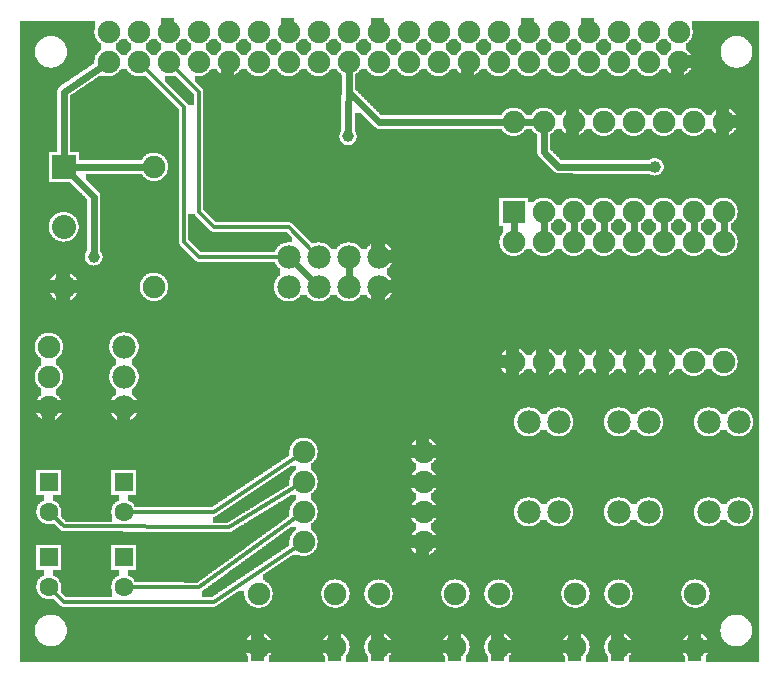
<source format=gtl>
G04 MADE WITH FRITZING*
G04 WWW.FRITZING.ORG*
G04 DOUBLE SIDED*
G04 HOLES PLATED*
G04 CONTOUR ON CENTER OF CONTOUR VECTOR*
%ASAXBY*%
%FSLAX23Y23*%
%MOIN*%
%OFA0B0*%
%SFA1.0B1.0*%
%ADD10C,0.075000*%
%ADD11C,0.075361*%
%ADD12C,0.080000*%
%ADD13C,0.078000*%
%ADD14C,0.039370*%
%ADD15C,0.062992*%
%ADD16R,0.080000X0.080000*%
%ADD17R,0.075000X0.075000*%
%ADD18R,0.062992X0.062992*%
%ADD19C,0.024000*%
%ADD20C,0.012000*%
%LNCOPPER1*%
G90*
G70*
G54D10*
X239Y2114D03*
X2284Y1041D03*
X2284Y1441D03*
G54D11*
X334Y2041D03*
X434Y2041D03*
X534Y2041D03*
X634Y2041D03*
X734Y2041D03*
X834Y2041D03*
X934Y2041D03*
X1034Y2041D03*
X1134Y2041D03*
X1234Y2041D03*
X1334Y2041D03*
X1434Y2041D03*
X1534Y2041D03*
X1634Y2041D03*
X1734Y2041D03*
X1834Y2041D03*
X1934Y2041D03*
X2034Y2041D03*
X2134Y2041D03*
X2234Y2041D03*
X2234Y2141D03*
X2134Y2141D03*
X2034Y2141D03*
X1934Y2141D03*
X1834Y2141D03*
X1734Y2141D03*
X1634Y2141D03*
X1534Y2141D03*
X1434Y2141D03*
X1334Y2141D03*
X1234Y2141D03*
X1134Y2141D03*
X1034Y2141D03*
X934Y2141D03*
X834Y2141D03*
X734Y2141D03*
X634Y2141D03*
X534Y2141D03*
X434Y2141D03*
X334Y2141D03*
G54D10*
X2384Y1041D03*
X2384Y1441D03*
G54D12*
X184Y1691D03*
X184Y1491D03*
X184Y1291D03*
G54D10*
X1684Y1541D03*
X1684Y1841D03*
X1784Y1541D03*
X1784Y1841D03*
X1884Y1541D03*
X1884Y1841D03*
X1984Y1541D03*
X1984Y1841D03*
X2084Y1541D03*
X2084Y1841D03*
X2184Y1541D03*
X2184Y1841D03*
X2284Y1541D03*
X2284Y1841D03*
X2384Y1541D03*
X2384Y1841D03*
G54D13*
X1834Y541D03*
X1734Y541D03*
G54D14*
X2154Y1691D03*
G54D13*
X1834Y841D03*
X1734Y841D03*
G54D14*
X284Y1391D03*
G54D13*
X2434Y841D03*
X2334Y841D03*
G54D14*
X1132Y1793D03*
G54D10*
X984Y541D03*
X1384Y541D03*
X984Y641D03*
X1384Y641D03*
X984Y441D03*
X1384Y441D03*
X984Y741D03*
X1384Y741D03*
X2290Y91D03*
X2034Y91D03*
X2290Y268D03*
X2034Y268D03*
X1490Y91D03*
X1234Y91D03*
X1490Y268D03*
X1234Y268D03*
X1090Y91D03*
X834Y91D03*
X1090Y268D03*
X834Y268D03*
X1890Y91D03*
X1634Y91D03*
X1890Y268D03*
X1634Y268D03*
X135Y891D03*
X135Y991D03*
X135Y1091D03*
X485Y1291D03*
X485Y1691D03*
G54D13*
X1234Y1391D03*
X1134Y1391D03*
X1034Y1391D03*
X934Y1391D03*
X1234Y1291D03*
X1134Y1291D03*
X1034Y1291D03*
X934Y1291D03*
G54D10*
X2084Y1041D03*
X2084Y1441D03*
X1984Y1041D03*
X1984Y1441D03*
X1884Y1041D03*
X1884Y1441D03*
X1784Y1041D03*
X1784Y1441D03*
X1684Y1041D03*
X1684Y1441D03*
G54D15*
X134Y389D03*
X134Y291D03*
X134Y639D03*
X134Y541D03*
X384Y389D03*
X384Y291D03*
X384Y639D03*
X384Y541D03*
G54D13*
X385Y1091D03*
X385Y991D03*
X385Y891D03*
G54D10*
X2184Y1041D03*
X2184Y1441D03*
G54D13*
X2134Y541D03*
X2034Y541D03*
X2134Y841D03*
X2034Y841D03*
X2434Y541D03*
X2334Y541D03*
G54D16*
X184Y1691D03*
G54D17*
X1684Y1541D03*
G54D18*
X134Y389D03*
X134Y639D03*
X384Y389D03*
X384Y639D03*
G54D19*
X1234Y1841D02*
X1655Y1841D01*
D02*
X1784Y1741D02*
X1784Y1812D01*
D02*
X1833Y1691D02*
X1784Y1741D01*
D02*
X2384Y1512D02*
X2384Y1469D01*
D02*
X2284Y1512D02*
X2284Y1469D01*
D02*
X1134Y2009D02*
X1132Y1812D01*
G54D20*
D02*
X934Y1491D02*
X1016Y1408D01*
G54D19*
D02*
X955Y1369D02*
X1013Y1312D01*
D02*
X1134Y1361D02*
X1134Y1321D01*
D02*
X1134Y1941D02*
X1234Y1841D01*
G54D20*
D02*
X184Y241D02*
X149Y276D01*
D02*
X684Y241D02*
X184Y241D01*
D02*
X965Y428D02*
X684Y241D01*
D02*
X636Y289D02*
X405Y291D01*
G54D19*
D02*
X2184Y1512D02*
X2184Y1469D01*
D02*
X2084Y1469D02*
X2084Y1512D01*
D02*
X1884Y1512D02*
X1884Y1469D01*
G54D20*
D02*
X965Y527D02*
X636Y289D01*
D02*
X184Y493D02*
X736Y489D01*
D02*
X736Y489D02*
X964Y629D01*
D02*
X149Y526D02*
X184Y493D01*
D02*
X684Y541D02*
X405Y541D01*
D02*
X965Y728D02*
X684Y541D01*
G54D19*
D02*
X1134Y2009D02*
X1134Y1941D01*
D02*
X1984Y1469D02*
X1984Y1512D01*
D02*
X2135Y1691D02*
X1833Y1691D01*
D02*
X1784Y1512D02*
X1784Y1469D01*
D02*
X1684Y1512D02*
X1684Y1469D01*
D02*
X1755Y1841D02*
X1684Y1841D01*
D02*
X284Y1410D02*
X285Y1591D01*
D02*
X285Y1591D02*
X206Y1669D01*
D02*
X184Y1941D02*
X308Y2023D01*
D02*
X184Y1722D02*
X184Y1941D01*
D02*
X456Y1691D02*
X215Y1691D01*
G54D20*
D02*
X552Y2022D02*
X634Y1941D01*
D02*
X684Y1491D02*
X934Y1491D01*
D02*
X634Y1941D02*
X634Y1541D01*
D02*
X634Y1541D02*
X684Y1491D01*
D02*
X584Y1891D02*
X452Y2022D01*
D02*
X634Y1391D02*
X584Y1441D01*
D02*
X934Y1391D02*
X634Y1391D01*
D02*
X584Y1441D02*
X584Y1891D01*
G36*
X374Y2116D02*
X374Y2114D01*
X372Y2114D01*
X372Y2112D01*
X370Y2112D01*
X370Y2108D01*
X368Y2108D01*
X368Y2106D01*
X366Y2106D01*
X366Y2104D01*
X362Y2104D01*
X362Y2102D01*
X360Y2102D01*
X360Y2100D01*
X358Y2100D01*
X358Y2080D01*
X362Y2080D01*
X362Y2078D01*
X364Y2078D01*
X364Y2076D01*
X366Y2076D01*
X366Y2074D01*
X368Y2074D01*
X368Y2072D01*
X370Y2072D01*
X370Y2070D01*
X372Y2070D01*
X372Y2068D01*
X374Y2068D01*
X374Y2064D01*
X394Y2064D01*
X394Y2068D01*
X396Y2068D01*
X396Y2070D01*
X398Y2070D01*
X398Y2072D01*
X400Y2072D01*
X400Y2074D01*
X402Y2074D01*
X402Y2076D01*
X404Y2076D01*
X404Y2078D01*
X406Y2078D01*
X406Y2080D01*
X410Y2080D01*
X410Y2100D01*
X408Y2100D01*
X408Y2102D01*
X404Y2102D01*
X404Y2104D01*
X402Y2104D01*
X402Y2106D01*
X400Y2106D01*
X400Y2108D01*
X398Y2108D01*
X398Y2110D01*
X396Y2110D01*
X396Y2114D01*
X394Y2114D01*
X394Y2116D01*
X374Y2116D01*
G37*
D02*
G36*
X474Y2116D02*
X474Y2114D01*
X472Y2114D01*
X472Y2112D01*
X470Y2112D01*
X470Y2108D01*
X468Y2108D01*
X468Y2106D01*
X466Y2106D01*
X466Y2104D01*
X462Y2104D01*
X462Y2102D01*
X460Y2102D01*
X460Y2100D01*
X458Y2100D01*
X458Y2080D01*
X462Y2080D01*
X462Y2078D01*
X464Y2078D01*
X464Y2076D01*
X466Y2076D01*
X466Y2074D01*
X468Y2074D01*
X468Y2072D01*
X470Y2072D01*
X470Y2070D01*
X472Y2070D01*
X472Y2068D01*
X474Y2068D01*
X474Y2064D01*
X494Y2064D01*
X494Y2068D01*
X496Y2068D01*
X496Y2070D01*
X498Y2070D01*
X498Y2072D01*
X500Y2072D01*
X500Y2074D01*
X502Y2074D01*
X502Y2076D01*
X504Y2076D01*
X504Y2078D01*
X506Y2078D01*
X506Y2080D01*
X510Y2080D01*
X510Y2100D01*
X508Y2100D01*
X508Y2102D01*
X504Y2102D01*
X504Y2104D01*
X502Y2104D01*
X502Y2106D01*
X500Y2106D01*
X500Y2108D01*
X498Y2108D01*
X498Y2110D01*
X496Y2110D01*
X496Y2114D01*
X494Y2114D01*
X494Y2116D01*
X474Y2116D01*
G37*
D02*
G36*
X574Y2116D02*
X574Y2114D01*
X572Y2114D01*
X572Y2112D01*
X570Y2112D01*
X570Y2108D01*
X568Y2108D01*
X568Y2106D01*
X566Y2106D01*
X566Y2104D01*
X562Y2104D01*
X562Y2102D01*
X560Y2102D01*
X560Y2100D01*
X558Y2100D01*
X558Y2080D01*
X562Y2080D01*
X562Y2078D01*
X564Y2078D01*
X564Y2076D01*
X566Y2076D01*
X566Y2074D01*
X568Y2074D01*
X568Y2072D01*
X570Y2072D01*
X570Y2070D01*
X572Y2070D01*
X572Y2068D01*
X574Y2068D01*
X574Y2064D01*
X594Y2064D01*
X594Y2068D01*
X596Y2068D01*
X596Y2070D01*
X598Y2070D01*
X598Y2072D01*
X600Y2072D01*
X600Y2074D01*
X602Y2074D01*
X602Y2076D01*
X604Y2076D01*
X604Y2078D01*
X606Y2078D01*
X606Y2080D01*
X610Y2080D01*
X610Y2100D01*
X608Y2100D01*
X608Y2102D01*
X604Y2102D01*
X604Y2104D01*
X602Y2104D01*
X602Y2106D01*
X600Y2106D01*
X600Y2108D01*
X598Y2108D01*
X598Y2110D01*
X596Y2110D01*
X596Y2114D01*
X594Y2114D01*
X594Y2116D01*
X574Y2116D01*
G37*
D02*
G36*
X674Y2116D02*
X674Y2114D01*
X672Y2114D01*
X672Y2112D01*
X670Y2112D01*
X670Y2108D01*
X668Y2108D01*
X668Y2106D01*
X666Y2106D01*
X666Y2104D01*
X662Y2104D01*
X662Y2102D01*
X660Y2102D01*
X660Y2100D01*
X658Y2100D01*
X658Y2080D01*
X662Y2080D01*
X662Y2078D01*
X664Y2078D01*
X664Y2076D01*
X666Y2076D01*
X666Y2074D01*
X668Y2074D01*
X668Y2072D01*
X670Y2072D01*
X670Y2070D01*
X672Y2070D01*
X672Y2068D01*
X674Y2068D01*
X674Y2064D01*
X694Y2064D01*
X694Y2068D01*
X696Y2068D01*
X696Y2070D01*
X698Y2070D01*
X698Y2072D01*
X700Y2072D01*
X700Y2074D01*
X702Y2074D01*
X702Y2076D01*
X704Y2076D01*
X704Y2078D01*
X706Y2078D01*
X706Y2080D01*
X710Y2080D01*
X710Y2100D01*
X708Y2100D01*
X708Y2102D01*
X704Y2102D01*
X704Y2104D01*
X702Y2104D01*
X702Y2106D01*
X700Y2106D01*
X700Y2108D01*
X698Y2108D01*
X698Y2110D01*
X696Y2110D01*
X696Y2114D01*
X694Y2114D01*
X694Y2116D01*
X674Y2116D01*
G37*
D02*
G36*
X774Y2116D02*
X774Y2114D01*
X772Y2114D01*
X772Y2112D01*
X770Y2112D01*
X770Y2108D01*
X768Y2108D01*
X768Y2106D01*
X766Y2106D01*
X766Y2104D01*
X762Y2104D01*
X762Y2102D01*
X760Y2102D01*
X760Y2100D01*
X758Y2100D01*
X758Y2080D01*
X762Y2080D01*
X762Y2078D01*
X764Y2078D01*
X764Y2076D01*
X766Y2076D01*
X766Y2074D01*
X768Y2074D01*
X768Y2072D01*
X770Y2072D01*
X770Y2070D01*
X772Y2070D01*
X772Y2068D01*
X774Y2068D01*
X774Y2064D01*
X794Y2064D01*
X794Y2068D01*
X796Y2068D01*
X796Y2070D01*
X798Y2070D01*
X798Y2072D01*
X800Y2072D01*
X800Y2074D01*
X802Y2074D01*
X802Y2076D01*
X804Y2076D01*
X804Y2078D01*
X806Y2078D01*
X806Y2080D01*
X810Y2080D01*
X810Y2100D01*
X808Y2100D01*
X808Y2102D01*
X804Y2102D01*
X804Y2104D01*
X802Y2104D01*
X802Y2106D01*
X800Y2106D01*
X800Y2108D01*
X798Y2108D01*
X798Y2110D01*
X796Y2110D01*
X796Y2114D01*
X794Y2114D01*
X794Y2116D01*
X774Y2116D01*
G37*
D02*
G36*
X874Y2116D02*
X874Y2114D01*
X872Y2114D01*
X872Y2112D01*
X870Y2112D01*
X870Y2108D01*
X868Y2108D01*
X868Y2106D01*
X866Y2106D01*
X866Y2104D01*
X862Y2104D01*
X862Y2102D01*
X860Y2102D01*
X860Y2100D01*
X858Y2100D01*
X858Y2080D01*
X862Y2080D01*
X862Y2078D01*
X864Y2078D01*
X864Y2076D01*
X866Y2076D01*
X866Y2074D01*
X868Y2074D01*
X868Y2072D01*
X870Y2072D01*
X870Y2070D01*
X872Y2070D01*
X872Y2068D01*
X874Y2068D01*
X874Y2064D01*
X894Y2064D01*
X894Y2068D01*
X896Y2068D01*
X896Y2070D01*
X898Y2070D01*
X898Y2072D01*
X900Y2072D01*
X900Y2074D01*
X902Y2074D01*
X902Y2076D01*
X904Y2076D01*
X904Y2078D01*
X906Y2078D01*
X906Y2080D01*
X910Y2080D01*
X910Y2100D01*
X908Y2100D01*
X908Y2102D01*
X904Y2102D01*
X904Y2104D01*
X902Y2104D01*
X902Y2106D01*
X900Y2106D01*
X900Y2108D01*
X898Y2108D01*
X898Y2110D01*
X896Y2110D01*
X896Y2114D01*
X894Y2114D01*
X894Y2116D01*
X874Y2116D01*
G37*
D02*
G36*
X974Y2116D02*
X974Y2114D01*
X972Y2114D01*
X972Y2112D01*
X970Y2112D01*
X970Y2108D01*
X968Y2108D01*
X968Y2106D01*
X966Y2106D01*
X966Y2104D01*
X962Y2104D01*
X962Y2102D01*
X960Y2102D01*
X960Y2100D01*
X958Y2100D01*
X958Y2080D01*
X962Y2080D01*
X962Y2078D01*
X964Y2078D01*
X964Y2076D01*
X966Y2076D01*
X966Y2074D01*
X968Y2074D01*
X968Y2072D01*
X970Y2072D01*
X970Y2070D01*
X972Y2070D01*
X972Y2068D01*
X974Y2068D01*
X974Y2064D01*
X994Y2064D01*
X994Y2068D01*
X996Y2068D01*
X996Y2070D01*
X998Y2070D01*
X998Y2072D01*
X1000Y2072D01*
X1000Y2074D01*
X1002Y2074D01*
X1002Y2076D01*
X1004Y2076D01*
X1004Y2078D01*
X1006Y2078D01*
X1006Y2080D01*
X1010Y2080D01*
X1010Y2100D01*
X1008Y2100D01*
X1008Y2102D01*
X1004Y2102D01*
X1004Y2104D01*
X1002Y2104D01*
X1002Y2106D01*
X1000Y2106D01*
X1000Y2108D01*
X998Y2108D01*
X998Y2110D01*
X996Y2110D01*
X996Y2114D01*
X994Y2114D01*
X994Y2116D01*
X974Y2116D01*
G37*
D02*
G36*
X1074Y2116D02*
X1074Y2114D01*
X1072Y2114D01*
X1072Y2112D01*
X1070Y2112D01*
X1070Y2108D01*
X1068Y2108D01*
X1068Y2106D01*
X1066Y2106D01*
X1066Y2104D01*
X1062Y2104D01*
X1062Y2102D01*
X1060Y2102D01*
X1060Y2100D01*
X1058Y2100D01*
X1058Y2080D01*
X1062Y2080D01*
X1062Y2078D01*
X1064Y2078D01*
X1064Y2076D01*
X1066Y2076D01*
X1066Y2074D01*
X1068Y2074D01*
X1068Y2072D01*
X1070Y2072D01*
X1070Y2070D01*
X1072Y2070D01*
X1072Y2068D01*
X1074Y2068D01*
X1074Y2064D01*
X1094Y2064D01*
X1094Y2068D01*
X1096Y2068D01*
X1096Y2070D01*
X1098Y2070D01*
X1098Y2072D01*
X1100Y2072D01*
X1100Y2074D01*
X1102Y2074D01*
X1102Y2076D01*
X1104Y2076D01*
X1104Y2078D01*
X1106Y2078D01*
X1106Y2080D01*
X1110Y2080D01*
X1110Y2100D01*
X1108Y2100D01*
X1108Y2102D01*
X1104Y2102D01*
X1104Y2104D01*
X1102Y2104D01*
X1102Y2106D01*
X1100Y2106D01*
X1100Y2108D01*
X1098Y2108D01*
X1098Y2110D01*
X1096Y2110D01*
X1096Y2114D01*
X1094Y2114D01*
X1094Y2116D01*
X1074Y2116D01*
G37*
D02*
G36*
X1174Y2116D02*
X1174Y2114D01*
X1172Y2114D01*
X1172Y2112D01*
X1170Y2112D01*
X1170Y2108D01*
X1168Y2108D01*
X1168Y2106D01*
X1166Y2106D01*
X1166Y2104D01*
X1162Y2104D01*
X1162Y2102D01*
X1160Y2102D01*
X1160Y2100D01*
X1158Y2100D01*
X1158Y2080D01*
X1162Y2080D01*
X1162Y2078D01*
X1164Y2078D01*
X1164Y2076D01*
X1166Y2076D01*
X1166Y2074D01*
X1168Y2074D01*
X1168Y2072D01*
X1170Y2072D01*
X1170Y2070D01*
X1172Y2070D01*
X1172Y2068D01*
X1174Y2068D01*
X1174Y2064D01*
X1194Y2064D01*
X1194Y2068D01*
X1196Y2068D01*
X1196Y2070D01*
X1198Y2070D01*
X1198Y2072D01*
X1200Y2072D01*
X1200Y2074D01*
X1202Y2074D01*
X1202Y2076D01*
X1204Y2076D01*
X1204Y2078D01*
X1206Y2078D01*
X1206Y2080D01*
X1210Y2080D01*
X1210Y2100D01*
X1208Y2100D01*
X1208Y2102D01*
X1204Y2102D01*
X1204Y2104D01*
X1202Y2104D01*
X1202Y2106D01*
X1200Y2106D01*
X1200Y2108D01*
X1198Y2108D01*
X1198Y2110D01*
X1196Y2110D01*
X1196Y2114D01*
X1194Y2114D01*
X1194Y2116D01*
X1174Y2116D01*
G37*
D02*
G36*
X1274Y2116D02*
X1274Y2114D01*
X1272Y2114D01*
X1272Y2112D01*
X1270Y2112D01*
X1270Y2108D01*
X1268Y2108D01*
X1268Y2106D01*
X1266Y2106D01*
X1266Y2104D01*
X1262Y2104D01*
X1262Y2102D01*
X1260Y2102D01*
X1260Y2100D01*
X1258Y2100D01*
X1258Y2080D01*
X1262Y2080D01*
X1262Y2078D01*
X1264Y2078D01*
X1264Y2076D01*
X1266Y2076D01*
X1266Y2074D01*
X1268Y2074D01*
X1268Y2072D01*
X1270Y2072D01*
X1270Y2070D01*
X1272Y2070D01*
X1272Y2068D01*
X1274Y2068D01*
X1274Y2064D01*
X1294Y2064D01*
X1294Y2068D01*
X1296Y2068D01*
X1296Y2070D01*
X1298Y2070D01*
X1298Y2072D01*
X1300Y2072D01*
X1300Y2074D01*
X1302Y2074D01*
X1302Y2076D01*
X1304Y2076D01*
X1304Y2078D01*
X1306Y2078D01*
X1306Y2080D01*
X1310Y2080D01*
X1310Y2100D01*
X1308Y2100D01*
X1308Y2102D01*
X1304Y2102D01*
X1304Y2104D01*
X1302Y2104D01*
X1302Y2106D01*
X1300Y2106D01*
X1300Y2108D01*
X1298Y2108D01*
X1298Y2110D01*
X1296Y2110D01*
X1296Y2114D01*
X1294Y2114D01*
X1294Y2116D01*
X1274Y2116D01*
G37*
D02*
G36*
X1374Y2116D02*
X1374Y2114D01*
X1372Y2114D01*
X1372Y2112D01*
X1370Y2112D01*
X1370Y2108D01*
X1368Y2108D01*
X1368Y2106D01*
X1366Y2106D01*
X1366Y2104D01*
X1362Y2104D01*
X1362Y2102D01*
X1360Y2102D01*
X1360Y2100D01*
X1358Y2100D01*
X1358Y2080D01*
X1362Y2080D01*
X1362Y2078D01*
X1364Y2078D01*
X1364Y2076D01*
X1366Y2076D01*
X1366Y2074D01*
X1368Y2074D01*
X1368Y2072D01*
X1370Y2072D01*
X1370Y2070D01*
X1372Y2070D01*
X1372Y2068D01*
X1374Y2068D01*
X1374Y2064D01*
X1394Y2064D01*
X1394Y2068D01*
X1396Y2068D01*
X1396Y2070D01*
X1398Y2070D01*
X1398Y2072D01*
X1400Y2072D01*
X1400Y2074D01*
X1402Y2074D01*
X1402Y2076D01*
X1404Y2076D01*
X1404Y2078D01*
X1406Y2078D01*
X1406Y2080D01*
X1410Y2080D01*
X1410Y2100D01*
X1408Y2100D01*
X1408Y2102D01*
X1404Y2102D01*
X1404Y2104D01*
X1402Y2104D01*
X1402Y2106D01*
X1400Y2106D01*
X1400Y2108D01*
X1398Y2108D01*
X1398Y2110D01*
X1396Y2110D01*
X1396Y2114D01*
X1394Y2114D01*
X1394Y2116D01*
X1374Y2116D01*
G37*
D02*
G36*
X1474Y2116D02*
X1474Y2114D01*
X1472Y2114D01*
X1472Y2112D01*
X1470Y2112D01*
X1470Y2108D01*
X1468Y2108D01*
X1468Y2106D01*
X1466Y2106D01*
X1466Y2104D01*
X1462Y2104D01*
X1462Y2102D01*
X1460Y2102D01*
X1460Y2100D01*
X1458Y2100D01*
X1458Y2080D01*
X1462Y2080D01*
X1462Y2078D01*
X1464Y2078D01*
X1464Y2076D01*
X1466Y2076D01*
X1466Y2074D01*
X1468Y2074D01*
X1468Y2072D01*
X1470Y2072D01*
X1470Y2070D01*
X1472Y2070D01*
X1472Y2068D01*
X1474Y2068D01*
X1474Y2064D01*
X1494Y2064D01*
X1494Y2068D01*
X1496Y2068D01*
X1496Y2070D01*
X1498Y2070D01*
X1498Y2072D01*
X1500Y2072D01*
X1500Y2074D01*
X1502Y2074D01*
X1502Y2076D01*
X1504Y2076D01*
X1504Y2078D01*
X1506Y2078D01*
X1506Y2080D01*
X1510Y2080D01*
X1510Y2100D01*
X1508Y2100D01*
X1508Y2102D01*
X1504Y2102D01*
X1504Y2104D01*
X1502Y2104D01*
X1502Y2106D01*
X1500Y2106D01*
X1500Y2108D01*
X1498Y2108D01*
X1498Y2110D01*
X1496Y2110D01*
X1496Y2114D01*
X1494Y2114D01*
X1494Y2116D01*
X1474Y2116D01*
G37*
D02*
G36*
X1574Y2116D02*
X1574Y2114D01*
X1572Y2114D01*
X1572Y2112D01*
X1570Y2112D01*
X1570Y2108D01*
X1568Y2108D01*
X1568Y2106D01*
X1566Y2106D01*
X1566Y2104D01*
X1562Y2104D01*
X1562Y2102D01*
X1560Y2102D01*
X1560Y2100D01*
X1558Y2100D01*
X1558Y2080D01*
X1562Y2080D01*
X1562Y2078D01*
X1564Y2078D01*
X1564Y2076D01*
X1566Y2076D01*
X1566Y2074D01*
X1568Y2074D01*
X1568Y2072D01*
X1570Y2072D01*
X1570Y2070D01*
X1572Y2070D01*
X1572Y2068D01*
X1574Y2068D01*
X1574Y2064D01*
X1594Y2064D01*
X1594Y2068D01*
X1596Y2068D01*
X1596Y2070D01*
X1598Y2070D01*
X1598Y2072D01*
X1600Y2072D01*
X1600Y2074D01*
X1602Y2074D01*
X1602Y2076D01*
X1604Y2076D01*
X1604Y2078D01*
X1606Y2078D01*
X1606Y2080D01*
X1610Y2080D01*
X1610Y2100D01*
X1608Y2100D01*
X1608Y2102D01*
X1604Y2102D01*
X1604Y2104D01*
X1602Y2104D01*
X1602Y2106D01*
X1600Y2106D01*
X1600Y2108D01*
X1598Y2108D01*
X1598Y2110D01*
X1596Y2110D01*
X1596Y2114D01*
X1594Y2114D01*
X1594Y2116D01*
X1574Y2116D01*
G37*
D02*
G36*
X1674Y2116D02*
X1674Y2114D01*
X1672Y2114D01*
X1672Y2112D01*
X1670Y2112D01*
X1670Y2108D01*
X1668Y2108D01*
X1668Y2106D01*
X1666Y2106D01*
X1666Y2104D01*
X1662Y2104D01*
X1662Y2102D01*
X1660Y2102D01*
X1660Y2100D01*
X1658Y2100D01*
X1658Y2080D01*
X1662Y2080D01*
X1662Y2078D01*
X1664Y2078D01*
X1664Y2076D01*
X1666Y2076D01*
X1666Y2074D01*
X1668Y2074D01*
X1668Y2072D01*
X1670Y2072D01*
X1670Y2070D01*
X1672Y2070D01*
X1672Y2068D01*
X1674Y2068D01*
X1674Y2064D01*
X1694Y2064D01*
X1694Y2068D01*
X1696Y2068D01*
X1696Y2070D01*
X1698Y2070D01*
X1698Y2072D01*
X1700Y2072D01*
X1700Y2074D01*
X1702Y2074D01*
X1702Y2076D01*
X1704Y2076D01*
X1704Y2078D01*
X1706Y2078D01*
X1706Y2080D01*
X1710Y2080D01*
X1710Y2100D01*
X1708Y2100D01*
X1708Y2102D01*
X1704Y2102D01*
X1704Y2104D01*
X1702Y2104D01*
X1702Y2106D01*
X1700Y2106D01*
X1700Y2108D01*
X1698Y2108D01*
X1698Y2110D01*
X1696Y2110D01*
X1696Y2114D01*
X1694Y2114D01*
X1694Y2116D01*
X1674Y2116D01*
G37*
D02*
G36*
X1774Y2116D02*
X1774Y2114D01*
X1772Y2114D01*
X1772Y2112D01*
X1770Y2112D01*
X1770Y2108D01*
X1768Y2108D01*
X1768Y2106D01*
X1766Y2106D01*
X1766Y2104D01*
X1762Y2104D01*
X1762Y2102D01*
X1760Y2102D01*
X1760Y2100D01*
X1758Y2100D01*
X1758Y2080D01*
X1762Y2080D01*
X1762Y2078D01*
X1764Y2078D01*
X1764Y2076D01*
X1766Y2076D01*
X1766Y2074D01*
X1768Y2074D01*
X1768Y2072D01*
X1770Y2072D01*
X1770Y2070D01*
X1772Y2070D01*
X1772Y2068D01*
X1774Y2068D01*
X1774Y2064D01*
X1794Y2064D01*
X1794Y2068D01*
X1796Y2068D01*
X1796Y2070D01*
X1798Y2070D01*
X1798Y2072D01*
X1800Y2072D01*
X1800Y2074D01*
X1802Y2074D01*
X1802Y2076D01*
X1804Y2076D01*
X1804Y2078D01*
X1806Y2078D01*
X1806Y2080D01*
X1810Y2080D01*
X1810Y2100D01*
X1808Y2100D01*
X1808Y2102D01*
X1804Y2102D01*
X1804Y2104D01*
X1802Y2104D01*
X1802Y2106D01*
X1800Y2106D01*
X1800Y2108D01*
X1798Y2108D01*
X1798Y2110D01*
X1796Y2110D01*
X1796Y2114D01*
X1794Y2114D01*
X1794Y2116D01*
X1774Y2116D01*
G37*
D02*
G36*
X1874Y2116D02*
X1874Y2114D01*
X1872Y2114D01*
X1872Y2112D01*
X1870Y2112D01*
X1870Y2108D01*
X1868Y2108D01*
X1868Y2106D01*
X1866Y2106D01*
X1866Y2104D01*
X1862Y2104D01*
X1862Y2102D01*
X1860Y2102D01*
X1860Y2100D01*
X1858Y2100D01*
X1858Y2080D01*
X1862Y2080D01*
X1862Y2078D01*
X1864Y2078D01*
X1864Y2076D01*
X1866Y2076D01*
X1866Y2074D01*
X1868Y2074D01*
X1868Y2072D01*
X1870Y2072D01*
X1870Y2070D01*
X1872Y2070D01*
X1872Y2068D01*
X1874Y2068D01*
X1874Y2064D01*
X1894Y2064D01*
X1894Y2068D01*
X1896Y2068D01*
X1896Y2070D01*
X1898Y2070D01*
X1898Y2072D01*
X1900Y2072D01*
X1900Y2074D01*
X1902Y2074D01*
X1902Y2076D01*
X1904Y2076D01*
X1904Y2078D01*
X1906Y2078D01*
X1906Y2080D01*
X1910Y2080D01*
X1910Y2100D01*
X1908Y2100D01*
X1908Y2102D01*
X1904Y2102D01*
X1904Y2104D01*
X1902Y2104D01*
X1902Y2106D01*
X1900Y2106D01*
X1900Y2108D01*
X1898Y2108D01*
X1898Y2110D01*
X1896Y2110D01*
X1896Y2114D01*
X1894Y2114D01*
X1894Y2116D01*
X1874Y2116D01*
G37*
D02*
G36*
X1974Y2116D02*
X1974Y2114D01*
X1972Y2114D01*
X1972Y2112D01*
X1970Y2112D01*
X1970Y2108D01*
X1968Y2108D01*
X1968Y2106D01*
X1966Y2106D01*
X1966Y2104D01*
X1962Y2104D01*
X1962Y2102D01*
X1960Y2102D01*
X1960Y2100D01*
X1958Y2100D01*
X1958Y2080D01*
X1962Y2080D01*
X1962Y2078D01*
X1964Y2078D01*
X1964Y2076D01*
X1966Y2076D01*
X1966Y2074D01*
X1968Y2074D01*
X1968Y2072D01*
X1970Y2072D01*
X1970Y2070D01*
X1972Y2070D01*
X1972Y2068D01*
X1974Y2068D01*
X1974Y2064D01*
X1994Y2064D01*
X1994Y2068D01*
X1996Y2068D01*
X1996Y2070D01*
X1998Y2070D01*
X1998Y2072D01*
X2000Y2072D01*
X2000Y2074D01*
X2002Y2074D01*
X2002Y2076D01*
X2004Y2076D01*
X2004Y2078D01*
X2006Y2078D01*
X2006Y2080D01*
X2010Y2080D01*
X2010Y2100D01*
X2008Y2100D01*
X2008Y2102D01*
X2004Y2102D01*
X2004Y2104D01*
X2002Y2104D01*
X2002Y2106D01*
X2000Y2106D01*
X2000Y2108D01*
X1998Y2108D01*
X1998Y2110D01*
X1996Y2110D01*
X1996Y2114D01*
X1994Y2114D01*
X1994Y2116D01*
X1974Y2116D01*
G37*
D02*
G36*
X2074Y2116D02*
X2074Y2114D01*
X2072Y2114D01*
X2072Y2112D01*
X2070Y2112D01*
X2070Y2108D01*
X2068Y2108D01*
X2068Y2106D01*
X2066Y2106D01*
X2066Y2104D01*
X2062Y2104D01*
X2062Y2102D01*
X2060Y2102D01*
X2060Y2100D01*
X2058Y2100D01*
X2058Y2080D01*
X2062Y2080D01*
X2062Y2078D01*
X2064Y2078D01*
X2064Y2076D01*
X2066Y2076D01*
X2066Y2074D01*
X2068Y2074D01*
X2068Y2072D01*
X2070Y2072D01*
X2070Y2070D01*
X2072Y2070D01*
X2072Y2068D01*
X2074Y2068D01*
X2074Y2064D01*
X2094Y2064D01*
X2094Y2068D01*
X2096Y2068D01*
X2096Y2070D01*
X2098Y2070D01*
X2098Y2072D01*
X2100Y2072D01*
X2100Y2074D01*
X2102Y2074D01*
X2102Y2076D01*
X2104Y2076D01*
X2104Y2078D01*
X2106Y2078D01*
X2106Y2080D01*
X2110Y2080D01*
X2110Y2100D01*
X2108Y2100D01*
X2108Y2102D01*
X2104Y2102D01*
X2104Y2104D01*
X2102Y2104D01*
X2102Y2106D01*
X2100Y2106D01*
X2100Y2108D01*
X2098Y2108D01*
X2098Y2110D01*
X2096Y2110D01*
X2096Y2114D01*
X2094Y2114D01*
X2094Y2116D01*
X2074Y2116D01*
G37*
D02*
G36*
X2174Y2116D02*
X2174Y2114D01*
X2172Y2114D01*
X2172Y2112D01*
X2170Y2112D01*
X2170Y2108D01*
X2168Y2108D01*
X2168Y2106D01*
X2166Y2106D01*
X2166Y2104D01*
X2162Y2104D01*
X2162Y2102D01*
X2160Y2102D01*
X2160Y2100D01*
X2158Y2100D01*
X2158Y2080D01*
X2162Y2080D01*
X2162Y2078D01*
X2164Y2078D01*
X2164Y2076D01*
X2166Y2076D01*
X2166Y2074D01*
X2168Y2074D01*
X2168Y2072D01*
X2170Y2072D01*
X2170Y2070D01*
X2172Y2070D01*
X2172Y2068D01*
X2174Y2068D01*
X2174Y2064D01*
X2194Y2064D01*
X2194Y2068D01*
X2196Y2068D01*
X2196Y2070D01*
X2198Y2070D01*
X2198Y2072D01*
X2200Y2072D01*
X2200Y2074D01*
X2202Y2074D01*
X2202Y2076D01*
X2204Y2076D01*
X2204Y2078D01*
X2206Y2078D01*
X2206Y2080D01*
X2210Y2080D01*
X2210Y2100D01*
X2208Y2100D01*
X2208Y2102D01*
X2204Y2102D01*
X2204Y2104D01*
X2202Y2104D01*
X2202Y2106D01*
X2200Y2106D01*
X2200Y2108D01*
X2198Y2108D01*
X2198Y2110D01*
X2196Y2110D01*
X2196Y2114D01*
X2194Y2114D01*
X2194Y2116D01*
X2174Y2116D01*
G37*
D02*
G36*
X538Y1994D02*
X538Y1992D01*
X522Y1992D01*
X522Y1974D01*
X524Y1974D01*
X524Y1972D01*
X526Y1972D01*
X526Y1970D01*
X528Y1970D01*
X528Y1968D01*
X530Y1968D01*
X530Y1966D01*
X532Y1966D01*
X532Y1964D01*
X534Y1964D01*
X534Y1962D01*
X536Y1962D01*
X536Y1960D01*
X538Y1960D01*
X538Y1958D01*
X540Y1958D01*
X540Y1956D01*
X542Y1956D01*
X542Y1954D01*
X544Y1954D01*
X544Y1952D01*
X546Y1952D01*
X546Y1950D01*
X548Y1950D01*
X548Y1948D01*
X550Y1948D01*
X550Y1946D01*
X552Y1946D01*
X552Y1944D01*
X554Y1944D01*
X554Y1942D01*
X556Y1942D01*
X556Y1940D01*
X558Y1940D01*
X558Y1938D01*
X560Y1938D01*
X560Y1936D01*
X562Y1936D01*
X562Y1934D01*
X564Y1934D01*
X564Y1932D01*
X566Y1932D01*
X566Y1930D01*
X568Y1930D01*
X568Y1928D01*
X570Y1928D01*
X570Y1926D01*
X572Y1926D01*
X572Y1924D01*
X574Y1924D01*
X574Y1922D01*
X576Y1922D01*
X576Y1920D01*
X578Y1920D01*
X578Y1918D01*
X580Y1918D01*
X580Y1916D01*
X582Y1916D01*
X582Y1914D01*
X584Y1914D01*
X584Y1912D01*
X586Y1912D01*
X586Y1910D01*
X588Y1910D01*
X588Y1908D01*
X590Y1908D01*
X590Y1906D01*
X592Y1906D01*
X592Y1904D01*
X594Y1904D01*
X594Y1902D01*
X596Y1902D01*
X596Y1900D01*
X598Y1900D01*
X598Y1896D01*
X618Y1896D01*
X618Y1934D01*
X616Y1934D01*
X616Y1936D01*
X614Y1936D01*
X614Y1938D01*
X612Y1938D01*
X612Y1940D01*
X610Y1940D01*
X610Y1942D01*
X608Y1942D01*
X608Y1944D01*
X606Y1944D01*
X606Y1946D01*
X604Y1946D01*
X604Y1948D01*
X602Y1948D01*
X602Y1950D01*
X600Y1950D01*
X600Y1952D01*
X598Y1952D01*
X598Y1954D01*
X596Y1954D01*
X596Y1956D01*
X594Y1956D01*
X594Y1958D01*
X592Y1958D01*
X592Y1960D01*
X590Y1960D01*
X590Y1962D01*
X588Y1962D01*
X588Y1964D01*
X586Y1964D01*
X586Y1966D01*
X584Y1966D01*
X584Y1968D01*
X582Y1968D01*
X582Y1970D01*
X580Y1970D01*
X580Y1972D01*
X578Y1972D01*
X578Y1974D01*
X576Y1974D01*
X576Y1976D01*
X574Y1976D01*
X574Y1978D01*
X572Y1978D01*
X572Y1980D01*
X570Y1980D01*
X570Y1982D01*
X568Y1982D01*
X568Y1984D01*
X566Y1984D01*
X566Y1986D01*
X564Y1986D01*
X564Y1988D01*
X562Y1988D01*
X562Y1990D01*
X560Y1990D01*
X560Y1992D01*
X558Y1992D01*
X558Y1994D01*
X538Y1994D01*
G37*
D02*
G36*
X600Y1534D02*
X600Y1446D01*
X602Y1446D01*
X602Y1444D01*
X604Y1444D01*
X604Y1442D01*
X606Y1442D01*
X606Y1440D01*
X608Y1440D01*
X608Y1438D01*
X610Y1438D01*
X610Y1436D01*
X612Y1436D01*
X612Y1434D01*
X614Y1434D01*
X614Y1432D01*
X616Y1432D01*
X616Y1430D01*
X618Y1430D01*
X618Y1428D01*
X620Y1428D01*
X620Y1426D01*
X622Y1426D01*
X622Y1424D01*
X624Y1424D01*
X624Y1422D01*
X626Y1422D01*
X626Y1420D01*
X628Y1420D01*
X628Y1418D01*
X630Y1418D01*
X630Y1416D01*
X632Y1416D01*
X632Y1414D01*
X634Y1414D01*
X634Y1412D01*
X636Y1412D01*
X636Y1410D01*
X638Y1410D01*
X638Y1408D01*
X640Y1408D01*
X640Y1406D01*
X888Y1406D01*
X888Y1410D01*
X890Y1410D01*
X890Y1414D01*
X892Y1414D01*
X892Y1418D01*
X894Y1418D01*
X894Y1420D01*
X896Y1420D01*
X896Y1422D01*
X898Y1422D01*
X898Y1424D01*
X900Y1424D01*
X900Y1426D01*
X902Y1426D01*
X902Y1428D01*
X904Y1428D01*
X904Y1430D01*
X906Y1430D01*
X906Y1432D01*
X910Y1432D01*
X910Y1434D01*
X914Y1434D01*
X914Y1436D01*
X920Y1436D01*
X920Y1438D01*
X928Y1438D01*
X928Y1440D01*
X944Y1440D01*
X944Y1458D01*
X942Y1458D01*
X942Y1460D01*
X940Y1460D01*
X940Y1462D01*
X938Y1462D01*
X938Y1464D01*
X936Y1464D01*
X936Y1466D01*
X934Y1466D01*
X934Y1468D01*
X932Y1468D01*
X932Y1470D01*
X930Y1470D01*
X930Y1472D01*
X928Y1472D01*
X928Y1474D01*
X680Y1474D01*
X680Y1476D01*
X676Y1476D01*
X676Y1478D01*
X672Y1478D01*
X672Y1480D01*
X670Y1480D01*
X670Y1482D01*
X668Y1482D01*
X668Y1484D01*
X666Y1484D01*
X666Y1486D01*
X664Y1486D01*
X664Y1488D01*
X662Y1488D01*
X662Y1490D01*
X660Y1490D01*
X660Y1492D01*
X658Y1492D01*
X658Y1494D01*
X656Y1494D01*
X656Y1496D01*
X654Y1496D01*
X654Y1498D01*
X652Y1498D01*
X652Y1500D01*
X650Y1500D01*
X650Y1502D01*
X648Y1502D01*
X648Y1504D01*
X646Y1504D01*
X646Y1506D01*
X644Y1506D01*
X644Y1508D01*
X642Y1508D01*
X642Y1510D01*
X640Y1510D01*
X640Y1512D01*
X638Y1512D01*
X638Y1514D01*
X636Y1514D01*
X636Y1516D01*
X634Y1516D01*
X634Y1518D01*
X632Y1518D01*
X632Y1520D01*
X630Y1520D01*
X630Y1522D01*
X628Y1522D01*
X628Y1524D01*
X626Y1524D01*
X626Y1526D01*
X624Y1526D01*
X624Y1528D01*
X622Y1528D01*
X622Y1532D01*
X620Y1532D01*
X620Y1534D01*
X600Y1534D01*
G37*
D02*
G36*
X1824Y1516D02*
X1824Y1514D01*
X1822Y1514D01*
X1822Y1512D01*
X1820Y1512D01*
X1820Y1508D01*
X1818Y1508D01*
X1818Y1506D01*
X1816Y1506D01*
X1816Y1504D01*
X1812Y1504D01*
X1812Y1502D01*
X1810Y1502D01*
X1810Y1500D01*
X1808Y1500D01*
X1808Y1480D01*
X1812Y1480D01*
X1812Y1478D01*
X1814Y1478D01*
X1814Y1476D01*
X1816Y1476D01*
X1816Y1474D01*
X1818Y1474D01*
X1818Y1472D01*
X1820Y1472D01*
X1820Y1470D01*
X1822Y1470D01*
X1822Y1468D01*
X1824Y1468D01*
X1824Y1464D01*
X1844Y1464D01*
X1844Y1468D01*
X1846Y1468D01*
X1846Y1470D01*
X1848Y1470D01*
X1848Y1472D01*
X1850Y1472D01*
X1850Y1474D01*
X1852Y1474D01*
X1852Y1476D01*
X1854Y1476D01*
X1854Y1478D01*
X1856Y1478D01*
X1856Y1480D01*
X1860Y1480D01*
X1860Y1500D01*
X1858Y1500D01*
X1858Y1502D01*
X1856Y1502D01*
X1856Y1504D01*
X1852Y1504D01*
X1852Y1506D01*
X1850Y1506D01*
X1850Y1508D01*
X1848Y1508D01*
X1848Y1510D01*
X1846Y1510D01*
X1846Y1514D01*
X1844Y1514D01*
X1844Y1516D01*
X1824Y1516D01*
G37*
D02*
G36*
X1924Y1516D02*
X1924Y1514D01*
X1922Y1514D01*
X1922Y1512D01*
X1920Y1512D01*
X1920Y1508D01*
X1918Y1508D01*
X1918Y1506D01*
X1916Y1506D01*
X1916Y1504D01*
X1912Y1504D01*
X1912Y1502D01*
X1910Y1502D01*
X1910Y1500D01*
X1908Y1500D01*
X1908Y1480D01*
X1912Y1480D01*
X1912Y1478D01*
X1914Y1478D01*
X1914Y1476D01*
X1916Y1476D01*
X1916Y1474D01*
X1918Y1474D01*
X1918Y1472D01*
X1920Y1472D01*
X1920Y1470D01*
X1922Y1470D01*
X1922Y1468D01*
X1924Y1468D01*
X1924Y1464D01*
X1944Y1464D01*
X1944Y1468D01*
X1946Y1468D01*
X1946Y1470D01*
X1948Y1470D01*
X1948Y1472D01*
X1950Y1472D01*
X1950Y1474D01*
X1952Y1474D01*
X1952Y1476D01*
X1954Y1476D01*
X1954Y1478D01*
X1956Y1478D01*
X1956Y1480D01*
X1960Y1480D01*
X1960Y1500D01*
X1958Y1500D01*
X1958Y1502D01*
X1956Y1502D01*
X1956Y1504D01*
X1952Y1504D01*
X1952Y1506D01*
X1950Y1506D01*
X1950Y1508D01*
X1948Y1508D01*
X1948Y1510D01*
X1946Y1510D01*
X1946Y1514D01*
X1944Y1514D01*
X1944Y1516D01*
X1924Y1516D01*
G37*
D02*
G36*
X2024Y1516D02*
X2024Y1514D01*
X2022Y1514D01*
X2022Y1512D01*
X2020Y1512D01*
X2020Y1508D01*
X2018Y1508D01*
X2018Y1506D01*
X2016Y1506D01*
X2016Y1504D01*
X2012Y1504D01*
X2012Y1502D01*
X2010Y1502D01*
X2010Y1500D01*
X2008Y1500D01*
X2008Y1480D01*
X2012Y1480D01*
X2012Y1478D01*
X2014Y1478D01*
X2014Y1476D01*
X2016Y1476D01*
X2016Y1474D01*
X2018Y1474D01*
X2018Y1472D01*
X2020Y1472D01*
X2020Y1470D01*
X2022Y1470D01*
X2022Y1468D01*
X2024Y1468D01*
X2024Y1464D01*
X2044Y1464D01*
X2044Y1468D01*
X2046Y1468D01*
X2046Y1470D01*
X2048Y1470D01*
X2048Y1472D01*
X2050Y1472D01*
X2050Y1474D01*
X2052Y1474D01*
X2052Y1476D01*
X2054Y1476D01*
X2054Y1478D01*
X2056Y1478D01*
X2056Y1480D01*
X2060Y1480D01*
X2060Y1500D01*
X2058Y1500D01*
X2058Y1502D01*
X2056Y1502D01*
X2056Y1504D01*
X2052Y1504D01*
X2052Y1506D01*
X2050Y1506D01*
X2050Y1508D01*
X2048Y1508D01*
X2048Y1510D01*
X2046Y1510D01*
X2046Y1514D01*
X2044Y1514D01*
X2044Y1516D01*
X2024Y1516D01*
G37*
D02*
G36*
X2124Y1516D02*
X2124Y1514D01*
X2122Y1514D01*
X2122Y1512D01*
X2120Y1512D01*
X2120Y1508D01*
X2118Y1508D01*
X2118Y1506D01*
X2116Y1506D01*
X2116Y1504D01*
X2112Y1504D01*
X2112Y1502D01*
X2110Y1502D01*
X2110Y1500D01*
X2108Y1500D01*
X2108Y1480D01*
X2112Y1480D01*
X2112Y1478D01*
X2114Y1478D01*
X2114Y1476D01*
X2116Y1476D01*
X2116Y1474D01*
X2118Y1474D01*
X2118Y1472D01*
X2120Y1472D01*
X2120Y1470D01*
X2122Y1470D01*
X2122Y1468D01*
X2124Y1468D01*
X2124Y1464D01*
X2144Y1464D01*
X2144Y1468D01*
X2146Y1468D01*
X2146Y1470D01*
X2148Y1470D01*
X2148Y1472D01*
X2150Y1472D01*
X2150Y1474D01*
X2152Y1474D01*
X2152Y1476D01*
X2154Y1476D01*
X2154Y1478D01*
X2156Y1478D01*
X2156Y1480D01*
X2160Y1480D01*
X2160Y1500D01*
X2158Y1500D01*
X2158Y1502D01*
X2156Y1502D01*
X2156Y1504D01*
X2152Y1504D01*
X2152Y1506D01*
X2150Y1506D01*
X2150Y1508D01*
X2148Y1508D01*
X2148Y1510D01*
X2146Y1510D01*
X2146Y1514D01*
X2144Y1514D01*
X2144Y1516D01*
X2124Y1516D01*
G37*
D02*
G36*
X2224Y1516D02*
X2224Y1514D01*
X2222Y1514D01*
X2222Y1512D01*
X2220Y1512D01*
X2220Y1508D01*
X2218Y1508D01*
X2218Y1506D01*
X2216Y1506D01*
X2216Y1504D01*
X2212Y1504D01*
X2212Y1502D01*
X2210Y1502D01*
X2210Y1500D01*
X2208Y1500D01*
X2208Y1480D01*
X2212Y1480D01*
X2212Y1478D01*
X2214Y1478D01*
X2214Y1476D01*
X2216Y1476D01*
X2216Y1474D01*
X2218Y1474D01*
X2218Y1472D01*
X2220Y1472D01*
X2220Y1470D01*
X2222Y1470D01*
X2222Y1468D01*
X2224Y1468D01*
X2224Y1464D01*
X2244Y1464D01*
X2244Y1468D01*
X2246Y1468D01*
X2246Y1470D01*
X2248Y1470D01*
X2248Y1472D01*
X2250Y1472D01*
X2250Y1474D01*
X2252Y1474D01*
X2252Y1476D01*
X2254Y1476D01*
X2254Y1478D01*
X2256Y1478D01*
X2256Y1480D01*
X2260Y1480D01*
X2260Y1500D01*
X2258Y1500D01*
X2258Y1502D01*
X2256Y1502D01*
X2256Y1504D01*
X2252Y1504D01*
X2252Y1506D01*
X2250Y1506D01*
X2250Y1508D01*
X2248Y1508D01*
X2248Y1510D01*
X2246Y1510D01*
X2246Y1514D01*
X2244Y1514D01*
X2244Y1516D01*
X2224Y1516D01*
G37*
D02*
G36*
X2324Y1516D02*
X2324Y1514D01*
X2322Y1514D01*
X2322Y1512D01*
X2320Y1512D01*
X2320Y1508D01*
X2318Y1508D01*
X2318Y1506D01*
X2316Y1506D01*
X2316Y1504D01*
X2312Y1504D01*
X2312Y1502D01*
X2310Y1502D01*
X2310Y1500D01*
X2308Y1500D01*
X2308Y1480D01*
X2312Y1480D01*
X2312Y1478D01*
X2314Y1478D01*
X2314Y1476D01*
X2316Y1476D01*
X2316Y1474D01*
X2318Y1474D01*
X2318Y1472D01*
X2320Y1472D01*
X2320Y1470D01*
X2322Y1470D01*
X2322Y1468D01*
X2324Y1468D01*
X2324Y1464D01*
X2344Y1464D01*
X2344Y1468D01*
X2346Y1468D01*
X2346Y1470D01*
X2348Y1470D01*
X2348Y1472D01*
X2350Y1472D01*
X2350Y1474D01*
X2352Y1474D01*
X2352Y1476D01*
X2354Y1476D01*
X2354Y1478D01*
X2356Y1478D01*
X2356Y1480D01*
X2360Y1480D01*
X2360Y1500D01*
X2358Y1500D01*
X2358Y1502D01*
X2356Y1502D01*
X2356Y1504D01*
X2352Y1504D01*
X2352Y1506D01*
X2350Y1506D01*
X2350Y1508D01*
X2348Y1508D01*
X2348Y1510D01*
X2346Y1510D01*
X2346Y1514D01*
X2344Y1514D01*
X2344Y1516D01*
X2324Y1516D01*
G37*
D02*
G36*
X938Y692D02*
X938Y690D01*
X936Y690D01*
X936Y688D01*
X932Y688D01*
X932Y686D01*
X930Y686D01*
X930Y684D01*
X926Y684D01*
X926Y682D01*
X924Y682D01*
X924Y680D01*
X920Y680D01*
X920Y678D01*
X918Y678D01*
X918Y676D01*
X914Y676D01*
X914Y674D01*
X912Y674D01*
X912Y672D01*
X908Y672D01*
X908Y670D01*
X906Y670D01*
X906Y668D01*
X902Y668D01*
X902Y666D01*
X900Y666D01*
X900Y664D01*
X896Y664D01*
X896Y662D01*
X894Y662D01*
X894Y660D01*
X890Y660D01*
X890Y658D01*
X888Y658D01*
X888Y656D01*
X884Y656D01*
X884Y654D01*
X882Y654D01*
X882Y652D01*
X878Y652D01*
X878Y650D01*
X876Y650D01*
X876Y648D01*
X872Y648D01*
X872Y646D01*
X870Y646D01*
X870Y644D01*
X866Y644D01*
X866Y642D01*
X864Y642D01*
X864Y640D01*
X860Y640D01*
X860Y638D01*
X858Y638D01*
X858Y636D01*
X854Y636D01*
X854Y634D01*
X852Y634D01*
X852Y632D01*
X848Y632D01*
X848Y630D01*
X846Y630D01*
X846Y628D01*
X842Y628D01*
X842Y626D01*
X840Y626D01*
X840Y624D01*
X836Y624D01*
X836Y622D01*
X834Y622D01*
X834Y620D01*
X830Y620D01*
X830Y618D01*
X828Y618D01*
X828Y616D01*
X824Y616D01*
X824Y614D01*
X822Y614D01*
X822Y612D01*
X818Y612D01*
X818Y610D01*
X816Y610D01*
X816Y608D01*
X812Y608D01*
X812Y606D01*
X810Y606D01*
X810Y604D01*
X806Y604D01*
X806Y602D01*
X804Y602D01*
X804Y600D01*
X800Y600D01*
X800Y598D01*
X798Y598D01*
X798Y596D01*
X794Y596D01*
X794Y594D01*
X792Y594D01*
X792Y592D01*
X788Y592D01*
X788Y590D01*
X786Y590D01*
X786Y588D01*
X782Y588D01*
X782Y586D01*
X780Y586D01*
X780Y584D01*
X776Y584D01*
X776Y582D01*
X774Y582D01*
X774Y580D01*
X770Y580D01*
X770Y578D01*
X768Y578D01*
X768Y576D01*
X764Y576D01*
X764Y574D01*
X762Y574D01*
X762Y572D01*
X758Y572D01*
X758Y570D01*
X756Y570D01*
X756Y568D01*
X752Y568D01*
X752Y566D01*
X750Y566D01*
X750Y564D01*
X746Y564D01*
X746Y562D01*
X744Y562D01*
X744Y560D01*
X740Y560D01*
X740Y558D01*
X738Y558D01*
X738Y556D01*
X734Y556D01*
X734Y554D01*
X732Y554D01*
X732Y552D01*
X728Y552D01*
X728Y550D01*
X726Y550D01*
X726Y548D01*
X722Y548D01*
X722Y546D01*
X720Y546D01*
X720Y544D01*
X716Y544D01*
X716Y542D01*
X714Y542D01*
X714Y540D01*
X710Y540D01*
X710Y538D01*
X708Y538D01*
X708Y536D01*
X704Y536D01*
X704Y534D01*
X702Y534D01*
X702Y532D01*
X698Y532D01*
X698Y530D01*
X696Y530D01*
X696Y528D01*
X692Y528D01*
X692Y526D01*
X688Y526D01*
X688Y524D01*
X682Y524D01*
X682Y504D01*
X732Y504D01*
X732Y506D01*
X736Y506D01*
X736Y508D01*
X738Y508D01*
X738Y510D01*
X742Y510D01*
X742Y512D01*
X744Y512D01*
X744Y514D01*
X748Y514D01*
X748Y516D01*
X752Y516D01*
X752Y518D01*
X754Y518D01*
X754Y520D01*
X758Y520D01*
X758Y522D01*
X762Y522D01*
X762Y524D01*
X764Y524D01*
X764Y526D01*
X768Y526D01*
X768Y528D01*
X770Y528D01*
X770Y530D01*
X774Y530D01*
X774Y532D01*
X778Y532D01*
X778Y534D01*
X780Y534D01*
X780Y536D01*
X784Y536D01*
X784Y538D01*
X788Y538D01*
X788Y540D01*
X790Y540D01*
X790Y542D01*
X794Y542D01*
X794Y544D01*
X798Y544D01*
X798Y546D01*
X800Y546D01*
X800Y548D01*
X804Y548D01*
X804Y550D01*
X806Y550D01*
X806Y552D01*
X810Y552D01*
X810Y554D01*
X814Y554D01*
X814Y556D01*
X816Y556D01*
X816Y558D01*
X820Y558D01*
X820Y560D01*
X824Y560D01*
X824Y562D01*
X826Y562D01*
X826Y564D01*
X830Y564D01*
X830Y566D01*
X834Y566D01*
X834Y568D01*
X836Y568D01*
X836Y570D01*
X840Y570D01*
X840Y572D01*
X842Y572D01*
X842Y574D01*
X846Y574D01*
X846Y576D01*
X850Y576D01*
X850Y578D01*
X852Y578D01*
X852Y580D01*
X856Y580D01*
X856Y582D01*
X860Y582D01*
X860Y584D01*
X862Y584D01*
X862Y586D01*
X866Y586D01*
X866Y588D01*
X870Y588D01*
X870Y590D01*
X872Y590D01*
X872Y592D01*
X876Y592D01*
X876Y594D01*
X878Y594D01*
X878Y596D01*
X882Y596D01*
X882Y598D01*
X886Y598D01*
X886Y600D01*
X888Y600D01*
X888Y602D01*
X892Y602D01*
X892Y604D01*
X896Y604D01*
X896Y606D01*
X898Y606D01*
X898Y608D01*
X902Y608D01*
X902Y610D01*
X904Y610D01*
X904Y612D01*
X908Y612D01*
X908Y614D01*
X912Y614D01*
X912Y616D01*
X914Y616D01*
X914Y618D01*
X918Y618D01*
X918Y620D01*
X922Y620D01*
X922Y622D01*
X924Y622D01*
X924Y624D01*
X928Y624D01*
X928Y626D01*
X932Y626D01*
X932Y628D01*
X934Y628D01*
X934Y630D01*
X936Y630D01*
X936Y648D01*
X938Y648D01*
X938Y656D01*
X940Y656D01*
X940Y660D01*
X942Y660D01*
X942Y664D01*
X944Y664D01*
X944Y668D01*
X946Y668D01*
X946Y670D01*
X948Y670D01*
X948Y672D01*
X950Y672D01*
X950Y674D01*
X952Y674D01*
X952Y676D01*
X954Y676D01*
X954Y678D01*
X956Y678D01*
X956Y680D01*
X960Y680D01*
X960Y692D01*
X938Y692D01*
G37*
D02*
G36*
X940Y490D02*
X940Y488D01*
X938Y488D01*
X938Y486D01*
X934Y486D01*
X934Y484D01*
X932Y484D01*
X932Y482D01*
X928Y482D01*
X928Y480D01*
X926Y480D01*
X926Y478D01*
X924Y478D01*
X924Y476D01*
X920Y476D01*
X920Y474D01*
X918Y474D01*
X918Y472D01*
X916Y472D01*
X916Y470D01*
X912Y470D01*
X912Y468D01*
X910Y468D01*
X910Y466D01*
X906Y466D01*
X906Y464D01*
X904Y464D01*
X904Y462D01*
X902Y462D01*
X902Y460D01*
X898Y460D01*
X898Y458D01*
X896Y458D01*
X896Y456D01*
X892Y456D01*
X892Y454D01*
X890Y454D01*
X890Y452D01*
X888Y452D01*
X888Y450D01*
X884Y450D01*
X884Y448D01*
X882Y448D01*
X882Y446D01*
X880Y446D01*
X880Y444D01*
X876Y444D01*
X876Y442D01*
X874Y442D01*
X874Y440D01*
X870Y440D01*
X870Y438D01*
X868Y438D01*
X868Y436D01*
X866Y436D01*
X866Y434D01*
X862Y434D01*
X862Y432D01*
X860Y432D01*
X860Y430D01*
X858Y430D01*
X858Y428D01*
X854Y428D01*
X854Y426D01*
X852Y426D01*
X852Y424D01*
X848Y424D01*
X848Y422D01*
X846Y422D01*
X846Y420D01*
X844Y420D01*
X844Y418D01*
X840Y418D01*
X840Y416D01*
X838Y416D01*
X838Y414D01*
X834Y414D01*
X834Y412D01*
X832Y412D01*
X832Y410D01*
X830Y410D01*
X830Y408D01*
X826Y408D01*
X826Y406D01*
X824Y406D01*
X824Y404D01*
X822Y404D01*
X822Y402D01*
X818Y402D01*
X818Y400D01*
X816Y400D01*
X816Y398D01*
X812Y398D01*
X812Y396D01*
X810Y396D01*
X810Y394D01*
X808Y394D01*
X808Y392D01*
X804Y392D01*
X804Y390D01*
X802Y390D01*
X802Y388D01*
X798Y388D01*
X798Y386D01*
X796Y386D01*
X796Y384D01*
X794Y384D01*
X794Y382D01*
X790Y382D01*
X790Y380D01*
X788Y380D01*
X788Y378D01*
X786Y378D01*
X786Y376D01*
X782Y376D01*
X782Y374D01*
X780Y374D01*
X780Y372D01*
X776Y372D01*
X776Y370D01*
X774Y370D01*
X774Y368D01*
X772Y368D01*
X772Y366D01*
X768Y366D01*
X768Y364D01*
X766Y364D01*
X766Y362D01*
X764Y362D01*
X764Y360D01*
X760Y360D01*
X760Y358D01*
X758Y358D01*
X758Y356D01*
X754Y356D01*
X754Y354D01*
X752Y354D01*
X752Y352D01*
X750Y352D01*
X750Y350D01*
X746Y350D01*
X746Y348D01*
X744Y348D01*
X744Y346D01*
X740Y346D01*
X740Y344D01*
X738Y344D01*
X738Y342D01*
X736Y342D01*
X736Y340D01*
X732Y340D01*
X732Y338D01*
X730Y338D01*
X730Y336D01*
X728Y336D01*
X728Y334D01*
X724Y334D01*
X724Y332D01*
X722Y332D01*
X722Y330D01*
X718Y330D01*
X718Y328D01*
X716Y328D01*
X716Y326D01*
X714Y326D01*
X714Y324D01*
X710Y324D01*
X710Y322D01*
X708Y322D01*
X708Y320D01*
X704Y320D01*
X704Y318D01*
X702Y318D01*
X702Y316D01*
X700Y316D01*
X700Y314D01*
X696Y314D01*
X696Y312D01*
X694Y312D01*
X694Y310D01*
X692Y310D01*
X692Y308D01*
X688Y308D01*
X688Y306D01*
X686Y306D01*
X686Y304D01*
X682Y304D01*
X682Y302D01*
X680Y302D01*
X680Y300D01*
X678Y300D01*
X678Y298D01*
X674Y298D01*
X674Y296D01*
X672Y296D01*
X672Y294D01*
X668Y294D01*
X668Y292D01*
X666Y292D01*
X666Y290D01*
X664Y290D01*
X664Y288D01*
X660Y288D01*
X660Y286D01*
X658Y286D01*
X658Y284D01*
X656Y284D01*
X656Y282D01*
X652Y282D01*
X652Y280D01*
X650Y280D01*
X650Y278D01*
X646Y278D01*
X646Y276D01*
X644Y276D01*
X644Y256D01*
X680Y256D01*
X680Y258D01*
X682Y258D01*
X682Y260D01*
X686Y260D01*
X686Y262D01*
X688Y262D01*
X688Y264D01*
X692Y264D01*
X692Y266D01*
X694Y266D01*
X694Y268D01*
X698Y268D01*
X698Y270D01*
X700Y270D01*
X700Y272D01*
X704Y272D01*
X704Y274D01*
X706Y274D01*
X706Y276D01*
X710Y276D01*
X710Y278D01*
X712Y278D01*
X712Y280D01*
X716Y280D01*
X716Y282D01*
X718Y282D01*
X718Y284D01*
X722Y284D01*
X722Y286D01*
X724Y286D01*
X724Y288D01*
X728Y288D01*
X728Y290D01*
X730Y290D01*
X730Y292D01*
X734Y292D01*
X734Y294D01*
X736Y294D01*
X736Y296D01*
X740Y296D01*
X740Y298D01*
X742Y298D01*
X742Y300D01*
X746Y300D01*
X746Y302D01*
X748Y302D01*
X748Y304D01*
X752Y304D01*
X752Y306D01*
X754Y306D01*
X754Y308D01*
X758Y308D01*
X758Y310D01*
X760Y310D01*
X760Y312D01*
X764Y312D01*
X764Y314D01*
X766Y314D01*
X766Y316D01*
X770Y316D01*
X770Y318D01*
X772Y318D01*
X772Y320D01*
X776Y320D01*
X776Y322D01*
X778Y322D01*
X778Y324D01*
X782Y324D01*
X782Y326D01*
X784Y326D01*
X784Y328D01*
X788Y328D01*
X788Y330D01*
X790Y330D01*
X790Y332D01*
X794Y332D01*
X794Y334D01*
X796Y334D01*
X796Y336D01*
X800Y336D01*
X800Y338D01*
X802Y338D01*
X802Y340D01*
X806Y340D01*
X806Y342D01*
X808Y342D01*
X808Y344D01*
X812Y344D01*
X812Y346D01*
X814Y346D01*
X814Y348D01*
X818Y348D01*
X818Y350D01*
X820Y350D01*
X820Y352D01*
X824Y352D01*
X824Y354D01*
X826Y354D01*
X826Y356D01*
X830Y356D01*
X830Y358D01*
X832Y358D01*
X832Y360D01*
X836Y360D01*
X836Y362D01*
X838Y362D01*
X838Y364D01*
X842Y364D01*
X842Y366D01*
X844Y366D01*
X844Y368D01*
X848Y368D01*
X848Y370D01*
X850Y370D01*
X850Y372D01*
X854Y372D01*
X854Y374D01*
X856Y374D01*
X856Y376D01*
X860Y376D01*
X860Y378D01*
X862Y378D01*
X862Y380D01*
X866Y380D01*
X866Y382D01*
X868Y382D01*
X868Y384D01*
X872Y384D01*
X872Y386D01*
X874Y386D01*
X874Y388D01*
X878Y388D01*
X878Y390D01*
X880Y390D01*
X880Y392D01*
X884Y392D01*
X884Y394D01*
X886Y394D01*
X886Y396D01*
X890Y396D01*
X890Y398D01*
X892Y398D01*
X892Y400D01*
X896Y400D01*
X896Y402D01*
X898Y402D01*
X898Y404D01*
X902Y404D01*
X902Y406D01*
X904Y406D01*
X904Y408D01*
X908Y408D01*
X908Y410D01*
X910Y410D01*
X910Y412D01*
X914Y412D01*
X914Y414D01*
X916Y414D01*
X916Y416D01*
X920Y416D01*
X920Y418D01*
X922Y418D01*
X922Y420D01*
X926Y420D01*
X926Y422D01*
X928Y422D01*
X928Y424D01*
X932Y424D01*
X932Y426D01*
X934Y426D01*
X934Y428D01*
X936Y428D01*
X936Y448D01*
X938Y448D01*
X938Y456D01*
X940Y456D01*
X940Y460D01*
X942Y460D01*
X942Y464D01*
X944Y464D01*
X944Y468D01*
X946Y468D01*
X946Y470D01*
X948Y470D01*
X948Y472D01*
X950Y472D01*
X950Y474D01*
X952Y474D01*
X952Y476D01*
X954Y476D01*
X954Y478D01*
X956Y478D01*
X956Y480D01*
X960Y480D01*
X960Y490D01*
X940Y490D01*
G37*
D02*
G36*
X40Y2176D02*
X40Y2128D01*
X144Y2128D01*
X144Y2126D01*
X156Y2126D01*
X156Y2124D01*
X162Y2124D01*
X162Y2122D01*
X166Y2122D01*
X166Y2120D01*
X170Y2120D01*
X170Y2118D01*
X172Y2118D01*
X172Y2116D01*
X176Y2116D01*
X176Y2114D01*
X178Y2114D01*
X178Y2112D01*
X180Y2112D01*
X180Y2110D01*
X182Y2110D01*
X182Y2106D01*
X184Y2106D01*
X184Y2104D01*
X186Y2104D01*
X186Y2102D01*
X188Y2102D01*
X188Y2098D01*
X190Y2098D01*
X190Y2094D01*
X192Y2094D01*
X192Y2088D01*
X194Y2088D01*
X194Y2060D01*
X192Y2060D01*
X192Y2054D01*
X190Y2054D01*
X190Y2050D01*
X188Y2050D01*
X188Y2046D01*
X186Y2046D01*
X186Y2044D01*
X184Y2044D01*
X184Y2040D01*
X182Y2040D01*
X182Y2038D01*
X180Y2038D01*
X180Y2036D01*
X178Y2036D01*
X178Y2034D01*
X176Y2034D01*
X176Y2032D01*
X172Y2032D01*
X172Y2030D01*
X170Y2030D01*
X170Y2028D01*
X166Y2028D01*
X166Y2026D01*
X162Y2026D01*
X162Y2024D01*
X158Y2024D01*
X158Y2022D01*
X148Y2022D01*
X148Y2020D01*
X264Y2020D01*
X264Y2022D01*
X268Y2022D01*
X268Y2024D01*
X270Y2024D01*
X270Y2026D01*
X274Y2026D01*
X274Y2028D01*
X276Y2028D01*
X276Y2030D01*
X280Y2030D01*
X280Y2032D01*
X282Y2032D01*
X282Y2034D01*
X286Y2034D01*
X286Y2048D01*
X288Y2048D01*
X288Y2056D01*
X290Y2056D01*
X290Y2062D01*
X292Y2062D01*
X292Y2064D01*
X294Y2064D01*
X294Y2068D01*
X296Y2068D01*
X296Y2070D01*
X298Y2070D01*
X298Y2072D01*
X300Y2072D01*
X300Y2074D01*
X302Y2074D01*
X302Y2076D01*
X304Y2076D01*
X304Y2078D01*
X306Y2078D01*
X306Y2080D01*
X310Y2080D01*
X310Y2100D01*
X308Y2100D01*
X308Y2102D01*
X304Y2102D01*
X304Y2104D01*
X302Y2104D01*
X302Y2106D01*
X300Y2106D01*
X300Y2108D01*
X298Y2108D01*
X298Y2110D01*
X296Y2110D01*
X296Y2114D01*
X294Y2114D01*
X294Y2116D01*
X292Y2116D01*
X292Y2120D01*
X290Y2120D01*
X290Y2124D01*
X288Y2124D01*
X288Y2132D01*
X286Y2132D01*
X286Y2148D01*
X288Y2148D01*
X288Y2156D01*
X290Y2156D01*
X290Y2176D01*
X40Y2176D01*
G37*
D02*
G36*
X2278Y2176D02*
X2278Y2156D01*
X2280Y2156D01*
X2280Y2146D01*
X2282Y2146D01*
X2282Y2134D01*
X2280Y2134D01*
X2280Y2128D01*
X2430Y2128D01*
X2430Y2126D01*
X2442Y2126D01*
X2442Y2124D01*
X2448Y2124D01*
X2448Y2122D01*
X2452Y2122D01*
X2452Y2120D01*
X2454Y2120D01*
X2454Y2118D01*
X2458Y2118D01*
X2458Y2116D01*
X2460Y2116D01*
X2460Y2114D01*
X2464Y2114D01*
X2464Y2112D01*
X2466Y2112D01*
X2466Y2108D01*
X2468Y2108D01*
X2468Y2106D01*
X2470Y2106D01*
X2470Y2104D01*
X2472Y2104D01*
X2472Y2100D01*
X2474Y2100D01*
X2474Y2096D01*
X2476Y2096D01*
X2476Y2092D01*
X2478Y2092D01*
X2478Y2086D01*
X2480Y2086D01*
X2480Y2062D01*
X2478Y2062D01*
X2478Y2056D01*
X2476Y2056D01*
X2476Y2052D01*
X2474Y2052D01*
X2474Y2048D01*
X2472Y2048D01*
X2472Y2044D01*
X2470Y2044D01*
X2470Y2042D01*
X2468Y2042D01*
X2468Y2038D01*
X2466Y2038D01*
X2466Y2036D01*
X2464Y2036D01*
X2464Y2034D01*
X2460Y2034D01*
X2460Y2032D01*
X2458Y2032D01*
X2458Y2030D01*
X2456Y2030D01*
X2456Y2028D01*
X2452Y2028D01*
X2452Y2026D01*
X2448Y2026D01*
X2448Y2024D01*
X2442Y2024D01*
X2442Y2022D01*
X2434Y2022D01*
X2434Y2020D01*
X2502Y2020D01*
X2502Y2176D01*
X2278Y2176D01*
G37*
D02*
G36*
X40Y2128D02*
X40Y2020D01*
X136Y2020D01*
X136Y2022D01*
X126Y2022D01*
X126Y2024D01*
X120Y2024D01*
X120Y2026D01*
X116Y2026D01*
X116Y2028D01*
X114Y2028D01*
X114Y2030D01*
X110Y2030D01*
X110Y2032D01*
X108Y2032D01*
X108Y2034D01*
X106Y2034D01*
X106Y2036D01*
X104Y2036D01*
X104Y2038D01*
X102Y2038D01*
X102Y2040D01*
X100Y2040D01*
X100Y2042D01*
X98Y2042D01*
X98Y2046D01*
X96Y2046D01*
X96Y2048D01*
X94Y2048D01*
X94Y2052D01*
X92Y2052D01*
X92Y2058D01*
X90Y2058D01*
X90Y2066D01*
X88Y2066D01*
X88Y2082D01*
X90Y2082D01*
X90Y2090D01*
X92Y2090D01*
X92Y2096D01*
X94Y2096D01*
X94Y2098D01*
X96Y2098D01*
X96Y2102D01*
X98Y2102D01*
X98Y2106D01*
X100Y2106D01*
X100Y2108D01*
X102Y2108D01*
X102Y2110D01*
X104Y2110D01*
X104Y2112D01*
X106Y2112D01*
X106Y2114D01*
X108Y2114D01*
X108Y2116D01*
X110Y2116D01*
X110Y2118D01*
X114Y2118D01*
X114Y2120D01*
X118Y2120D01*
X118Y2122D01*
X122Y2122D01*
X122Y2124D01*
X128Y2124D01*
X128Y2126D01*
X140Y2126D01*
X140Y2128D01*
X40Y2128D01*
G37*
D02*
G36*
X2280Y2128D02*
X2280Y2126D01*
X2278Y2126D01*
X2278Y2120D01*
X2276Y2120D01*
X2276Y2116D01*
X2274Y2116D01*
X2274Y2114D01*
X2272Y2114D01*
X2272Y2112D01*
X2270Y2112D01*
X2270Y2108D01*
X2268Y2108D01*
X2268Y2106D01*
X2266Y2106D01*
X2266Y2104D01*
X2262Y2104D01*
X2262Y2102D01*
X2260Y2102D01*
X2260Y2100D01*
X2258Y2100D01*
X2258Y2080D01*
X2262Y2080D01*
X2262Y2078D01*
X2264Y2078D01*
X2264Y2076D01*
X2266Y2076D01*
X2266Y2074D01*
X2268Y2074D01*
X2268Y2072D01*
X2270Y2072D01*
X2270Y2070D01*
X2272Y2070D01*
X2272Y2068D01*
X2274Y2068D01*
X2274Y2064D01*
X2276Y2064D01*
X2276Y2060D01*
X2278Y2060D01*
X2278Y2056D01*
X2280Y2056D01*
X2280Y2046D01*
X2282Y2046D01*
X2282Y2034D01*
X2280Y2034D01*
X2280Y2026D01*
X2278Y2026D01*
X2278Y2020D01*
X2420Y2020D01*
X2420Y2022D01*
X2412Y2022D01*
X2412Y2024D01*
X2406Y2024D01*
X2406Y2026D01*
X2402Y2026D01*
X2402Y2028D01*
X2398Y2028D01*
X2398Y2030D01*
X2396Y2030D01*
X2396Y2032D01*
X2394Y2032D01*
X2394Y2034D01*
X2390Y2034D01*
X2390Y2036D01*
X2388Y2036D01*
X2388Y2040D01*
X2386Y2040D01*
X2386Y2042D01*
X2384Y2042D01*
X2384Y2044D01*
X2382Y2044D01*
X2382Y2048D01*
X2380Y2048D01*
X2380Y2052D01*
X2378Y2052D01*
X2378Y2056D01*
X2376Y2056D01*
X2376Y2064D01*
X2374Y2064D01*
X2374Y2084D01*
X2376Y2084D01*
X2376Y2092D01*
X2378Y2092D01*
X2378Y2096D01*
X2380Y2096D01*
X2380Y2100D01*
X2382Y2100D01*
X2382Y2104D01*
X2384Y2104D01*
X2384Y2106D01*
X2386Y2106D01*
X2386Y2108D01*
X2388Y2108D01*
X2388Y2110D01*
X2390Y2110D01*
X2390Y2112D01*
X2392Y2112D01*
X2392Y2114D01*
X2394Y2114D01*
X2394Y2116D01*
X2396Y2116D01*
X2396Y2118D01*
X2400Y2118D01*
X2400Y2120D01*
X2404Y2120D01*
X2404Y2122D01*
X2408Y2122D01*
X2408Y2124D01*
X2412Y2124D01*
X2412Y2126D01*
X2424Y2126D01*
X2424Y2128D01*
X2280Y2128D01*
G37*
D02*
G36*
X40Y2020D02*
X40Y2018D01*
X262Y2018D01*
X262Y2020D01*
X40Y2020D01*
G37*
D02*
G36*
X40Y2020D02*
X40Y2018D01*
X262Y2018D01*
X262Y2020D01*
X40Y2020D01*
G37*
D02*
G36*
X2276Y2020D02*
X2276Y2018D01*
X2502Y2018D01*
X2502Y2020D01*
X2276Y2020D01*
G37*
D02*
G36*
X2276Y2020D02*
X2276Y2018D01*
X2502Y2018D01*
X2502Y2020D01*
X2276Y2020D01*
G37*
D02*
G36*
X40Y2018D02*
X40Y1540D01*
X196Y1540D01*
X196Y1538D01*
X202Y1538D01*
X202Y1536D01*
X206Y1536D01*
X206Y1534D01*
X210Y1534D01*
X210Y1532D01*
X212Y1532D01*
X212Y1530D01*
X216Y1530D01*
X216Y1528D01*
X218Y1528D01*
X218Y1526D01*
X220Y1526D01*
X220Y1524D01*
X222Y1524D01*
X222Y1522D01*
X224Y1522D01*
X224Y1518D01*
X226Y1518D01*
X226Y1516D01*
X228Y1516D01*
X228Y1512D01*
X230Y1512D01*
X230Y1506D01*
X232Y1506D01*
X232Y1498D01*
X234Y1498D01*
X234Y1482D01*
X232Y1482D01*
X232Y1474D01*
X230Y1474D01*
X230Y1470D01*
X228Y1470D01*
X228Y1466D01*
X226Y1466D01*
X226Y1462D01*
X224Y1462D01*
X224Y1460D01*
X222Y1460D01*
X222Y1458D01*
X220Y1458D01*
X220Y1456D01*
X218Y1456D01*
X218Y1454D01*
X216Y1454D01*
X216Y1452D01*
X214Y1452D01*
X214Y1450D01*
X212Y1450D01*
X212Y1448D01*
X208Y1448D01*
X208Y1446D01*
X204Y1446D01*
X204Y1444D01*
X200Y1444D01*
X200Y1442D01*
X190Y1442D01*
X190Y1440D01*
X262Y1440D01*
X262Y1584D01*
X260Y1584D01*
X260Y1586D01*
X258Y1586D01*
X258Y1588D01*
X256Y1588D01*
X256Y1590D01*
X254Y1590D01*
X254Y1592D01*
X252Y1592D01*
X252Y1594D01*
X250Y1594D01*
X250Y1596D01*
X248Y1596D01*
X248Y1598D01*
X246Y1598D01*
X246Y1600D01*
X244Y1600D01*
X244Y1602D01*
X240Y1602D01*
X240Y1604D01*
X238Y1604D01*
X238Y1606D01*
X236Y1606D01*
X236Y1608D01*
X234Y1608D01*
X234Y1610D01*
X232Y1610D01*
X232Y1612D01*
X230Y1612D01*
X230Y1614D01*
X228Y1614D01*
X228Y1616D01*
X226Y1616D01*
X226Y1618D01*
X224Y1618D01*
X224Y1620D01*
X222Y1620D01*
X222Y1622D01*
X220Y1622D01*
X220Y1624D01*
X218Y1624D01*
X218Y1626D01*
X216Y1626D01*
X216Y1628D01*
X214Y1628D01*
X214Y1630D01*
X212Y1630D01*
X212Y1632D01*
X210Y1632D01*
X210Y1634D01*
X208Y1634D01*
X208Y1636D01*
X206Y1636D01*
X206Y1638D01*
X204Y1638D01*
X204Y1640D01*
X134Y1640D01*
X134Y1740D01*
X162Y1740D01*
X162Y1948D01*
X164Y1948D01*
X164Y1952D01*
X166Y1952D01*
X166Y1954D01*
X168Y1954D01*
X168Y1956D01*
X170Y1956D01*
X170Y1958D01*
X172Y1958D01*
X172Y1960D01*
X174Y1960D01*
X174Y1962D01*
X178Y1962D01*
X178Y1964D01*
X180Y1964D01*
X180Y1966D01*
X184Y1966D01*
X184Y1968D01*
X186Y1968D01*
X186Y1970D01*
X190Y1970D01*
X190Y1972D01*
X192Y1972D01*
X192Y1974D01*
X196Y1974D01*
X196Y1976D01*
X198Y1976D01*
X198Y1978D01*
X202Y1978D01*
X202Y1980D01*
X204Y1980D01*
X204Y1982D01*
X208Y1982D01*
X208Y1984D01*
X210Y1984D01*
X210Y1986D01*
X214Y1986D01*
X214Y1988D01*
X216Y1988D01*
X216Y1990D01*
X220Y1990D01*
X220Y1992D01*
X222Y1992D01*
X222Y1994D01*
X226Y1994D01*
X226Y1996D01*
X228Y1996D01*
X228Y1998D01*
X232Y1998D01*
X232Y2000D01*
X234Y2000D01*
X234Y2002D01*
X238Y2002D01*
X238Y2004D01*
X240Y2004D01*
X240Y2006D01*
X244Y2006D01*
X244Y2008D01*
X246Y2008D01*
X246Y2010D01*
X250Y2010D01*
X250Y2012D01*
X252Y2012D01*
X252Y2014D01*
X256Y2014D01*
X256Y2016D01*
X258Y2016D01*
X258Y2018D01*
X40Y2018D01*
G37*
D02*
G36*
X2276Y2018D02*
X2276Y2016D01*
X2274Y2016D01*
X2274Y2014D01*
X2272Y2014D01*
X2272Y2012D01*
X2270Y2012D01*
X2270Y2008D01*
X2268Y2008D01*
X2268Y2006D01*
X2266Y2006D01*
X2266Y2004D01*
X2262Y2004D01*
X2262Y2002D01*
X2260Y2002D01*
X2260Y2000D01*
X2256Y2000D01*
X2256Y1998D01*
X2254Y1998D01*
X2254Y1996D01*
X2248Y1996D01*
X2248Y1994D01*
X2238Y1994D01*
X2238Y1992D01*
X2502Y1992D01*
X2502Y2018D01*
X2276Y2018D01*
G37*
D02*
G36*
X374Y2016D02*
X374Y2014D01*
X372Y2014D01*
X372Y2012D01*
X370Y2012D01*
X370Y2008D01*
X368Y2008D01*
X368Y2006D01*
X366Y2006D01*
X366Y2004D01*
X362Y2004D01*
X362Y2002D01*
X360Y2002D01*
X360Y2000D01*
X356Y2000D01*
X356Y1998D01*
X354Y1998D01*
X354Y1996D01*
X348Y1996D01*
X348Y1994D01*
X338Y1994D01*
X338Y1992D01*
X430Y1992D01*
X430Y1994D01*
X420Y1994D01*
X420Y1996D01*
X414Y1996D01*
X414Y1998D01*
X410Y1998D01*
X410Y2000D01*
X408Y2000D01*
X408Y2002D01*
X404Y2002D01*
X404Y2004D01*
X402Y2004D01*
X402Y2006D01*
X400Y2006D01*
X400Y2008D01*
X398Y2008D01*
X398Y2010D01*
X396Y2010D01*
X396Y2014D01*
X394Y2014D01*
X394Y2016D01*
X374Y2016D01*
G37*
D02*
G36*
X674Y2016D02*
X674Y2014D01*
X672Y2014D01*
X672Y2012D01*
X670Y2012D01*
X670Y2008D01*
X668Y2008D01*
X668Y2006D01*
X666Y2006D01*
X666Y2004D01*
X662Y2004D01*
X662Y2002D01*
X660Y2002D01*
X660Y2000D01*
X656Y2000D01*
X656Y1998D01*
X654Y1998D01*
X654Y1996D01*
X648Y1996D01*
X648Y1994D01*
X636Y1994D01*
X636Y1992D01*
X730Y1992D01*
X730Y1994D01*
X720Y1994D01*
X720Y1996D01*
X714Y1996D01*
X714Y1998D01*
X710Y1998D01*
X710Y2000D01*
X708Y2000D01*
X708Y2002D01*
X704Y2002D01*
X704Y2004D01*
X702Y2004D01*
X702Y2006D01*
X700Y2006D01*
X700Y2008D01*
X698Y2008D01*
X698Y2010D01*
X696Y2010D01*
X696Y2014D01*
X694Y2014D01*
X694Y2016D01*
X674Y2016D01*
G37*
D02*
G36*
X774Y2016D02*
X774Y2014D01*
X772Y2014D01*
X772Y2012D01*
X770Y2012D01*
X770Y2008D01*
X768Y2008D01*
X768Y2006D01*
X766Y2006D01*
X766Y2004D01*
X762Y2004D01*
X762Y2002D01*
X760Y2002D01*
X760Y2000D01*
X756Y2000D01*
X756Y1998D01*
X754Y1998D01*
X754Y1996D01*
X748Y1996D01*
X748Y1994D01*
X738Y1994D01*
X738Y1992D01*
X830Y1992D01*
X830Y1994D01*
X820Y1994D01*
X820Y1996D01*
X814Y1996D01*
X814Y1998D01*
X810Y1998D01*
X810Y2000D01*
X808Y2000D01*
X808Y2002D01*
X804Y2002D01*
X804Y2004D01*
X802Y2004D01*
X802Y2006D01*
X800Y2006D01*
X800Y2008D01*
X798Y2008D01*
X798Y2010D01*
X796Y2010D01*
X796Y2014D01*
X794Y2014D01*
X794Y2016D01*
X774Y2016D01*
G37*
D02*
G36*
X874Y2016D02*
X874Y2014D01*
X872Y2014D01*
X872Y2012D01*
X870Y2012D01*
X870Y2008D01*
X868Y2008D01*
X868Y2006D01*
X866Y2006D01*
X866Y2004D01*
X862Y2004D01*
X862Y2002D01*
X860Y2002D01*
X860Y2000D01*
X856Y2000D01*
X856Y1998D01*
X854Y1998D01*
X854Y1996D01*
X848Y1996D01*
X848Y1994D01*
X838Y1994D01*
X838Y1992D01*
X930Y1992D01*
X930Y1994D01*
X920Y1994D01*
X920Y1996D01*
X914Y1996D01*
X914Y1998D01*
X910Y1998D01*
X910Y2000D01*
X908Y2000D01*
X908Y2002D01*
X904Y2002D01*
X904Y2004D01*
X902Y2004D01*
X902Y2006D01*
X900Y2006D01*
X900Y2008D01*
X898Y2008D01*
X898Y2010D01*
X896Y2010D01*
X896Y2014D01*
X894Y2014D01*
X894Y2016D01*
X874Y2016D01*
G37*
D02*
G36*
X974Y2016D02*
X974Y2014D01*
X972Y2014D01*
X972Y2012D01*
X970Y2012D01*
X970Y2008D01*
X968Y2008D01*
X968Y2006D01*
X966Y2006D01*
X966Y2004D01*
X962Y2004D01*
X962Y2002D01*
X960Y2002D01*
X960Y2000D01*
X956Y2000D01*
X956Y1998D01*
X954Y1998D01*
X954Y1996D01*
X948Y1996D01*
X948Y1994D01*
X936Y1994D01*
X936Y1992D01*
X1030Y1992D01*
X1030Y1994D01*
X1020Y1994D01*
X1020Y1996D01*
X1014Y1996D01*
X1014Y1998D01*
X1010Y1998D01*
X1010Y2000D01*
X1008Y2000D01*
X1008Y2002D01*
X1004Y2002D01*
X1004Y2004D01*
X1002Y2004D01*
X1002Y2006D01*
X1000Y2006D01*
X1000Y2008D01*
X998Y2008D01*
X998Y2010D01*
X996Y2010D01*
X996Y2014D01*
X994Y2014D01*
X994Y2016D01*
X974Y2016D01*
G37*
D02*
G36*
X1074Y2016D02*
X1074Y2014D01*
X1072Y2014D01*
X1072Y2012D01*
X1070Y2012D01*
X1070Y2008D01*
X1068Y2008D01*
X1068Y2006D01*
X1066Y2006D01*
X1066Y2004D01*
X1062Y2004D01*
X1062Y2002D01*
X1060Y2002D01*
X1060Y2000D01*
X1056Y2000D01*
X1056Y1998D01*
X1054Y1998D01*
X1054Y1996D01*
X1048Y1996D01*
X1048Y1994D01*
X1038Y1994D01*
X1038Y1992D01*
X1112Y1992D01*
X1112Y1998D01*
X1110Y1998D01*
X1110Y2000D01*
X1108Y2000D01*
X1108Y2002D01*
X1104Y2002D01*
X1104Y2004D01*
X1102Y2004D01*
X1102Y2006D01*
X1100Y2006D01*
X1100Y2008D01*
X1098Y2008D01*
X1098Y2010D01*
X1096Y2010D01*
X1096Y2014D01*
X1094Y2014D01*
X1094Y2016D01*
X1074Y2016D01*
G37*
D02*
G36*
X1174Y2016D02*
X1174Y2014D01*
X1172Y2014D01*
X1172Y2012D01*
X1170Y2012D01*
X1170Y2008D01*
X1168Y2008D01*
X1168Y2006D01*
X1166Y2006D01*
X1166Y2004D01*
X1162Y2004D01*
X1162Y2002D01*
X1160Y2002D01*
X1160Y2000D01*
X1156Y2000D01*
X1156Y1992D01*
X1230Y1992D01*
X1230Y1994D01*
X1220Y1994D01*
X1220Y1996D01*
X1214Y1996D01*
X1214Y1998D01*
X1210Y1998D01*
X1210Y2000D01*
X1208Y2000D01*
X1208Y2002D01*
X1204Y2002D01*
X1204Y2004D01*
X1202Y2004D01*
X1202Y2006D01*
X1200Y2006D01*
X1200Y2008D01*
X1198Y2008D01*
X1198Y2010D01*
X1196Y2010D01*
X1196Y2014D01*
X1194Y2014D01*
X1194Y2016D01*
X1174Y2016D01*
G37*
D02*
G36*
X1274Y2016D02*
X1274Y2014D01*
X1272Y2014D01*
X1272Y2012D01*
X1270Y2012D01*
X1270Y2008D01*
X1268Y2008D01*
X1268Y2006D01*
X1266Y2006D01*
X1266Y2004D01*
X1262Y2004D01*
X1262Y2002D01*
X1260Y2002D01*
X1260Y2000D01*
X1256Y2000D01*
X1256Y1998D01*
X1254Y1998D01*
X1254Y1996D01*
X1248Y1996D01*
X1248Y1994D01*
X1238Y1994D01*
X1238Y1992D01*
X1330Y1992D01*
X1330Y1994D01*
X1320Y1994D01*
X1320Y1996D01*
X1314Y1996D01*
X1314Y1998D01*
X1310Y1998D01*
X1310Y2000D01*
X1308Y2000D01*
X1308Y2002D01*
X1304Y2002D01*
X1304Y2004D01*
X1302Y2004D01*
X1302Y2006D01*
X1300Y2006D01*
X1300Y2008D01*
X1298Y2008D01*
X1298Y2010D01*
X1296Y2010D01*
X1296Y2014D01*
X1294Y2014D01*
X1294Y2016D01*
X1274Y2016D01*
G37*
D02*
G36*
X1374Y2016D02*
X1374Y2014D01*
X1372Y2014D01*
X1372Y2012D01*
X1370Y2012D01*
X1370Y2008D01*
X1368Y2008D01*
X1368Y2006D01*
X1366Y2006D01*
X1366Y2004D01*
X1362Y2004D01*
X1362Y2002D01*
X1360Y2002D01*
X1360Y2000D01*
X1356Y2000D01*
X1356Y1998D01*
X1354Y1998D01*
X1354Y1996D01*
X1348Y1996D01*
X1348Y1994D01*
X1338Y1994D01*
X1338Y1992D01*
X1430Y1992D01*
X1430Y1994D01*
X1420Y1994D01*
X1420Y1996D01*
X1414Y1996D01*
X1414Y1998D01*
X1410Y1998D01*
X1410Y2000D01*
X1408Y2000D01*
X1408Y2002D01*
X1404Y2002D01*
X1404Y2004D01*
X1402Y2004D01*
X1402Y2006D01*
X1400Y2006D01*
X1400Y2008D01*
X1398Y2008D01*
X1398Y2010D01*
X1396Y2010D01*
X1396Y2014D01*
X1394Y2014D01*
X1394Y2016D01*
X1374Y2016D01*
G37*
D02*
G36*
X1474Y2016D02*
X1474Y2014D01*
X1472Y2014D01*
X1472Y2012D01*
X1470Y2012D01*
X1470Y2008D01*
X1468Y2008D01*
X1468Y2006D01*
X1466Y2006D01*
X1466Y2004D01*
X1462Y2004D01*
X1462Y2002D01*
X1460Y2002D01*
X1460Y2000D01*
X1456Y2000D01*
X1456Y1998D01*
X1454Y1998D01*
X1454Y1996D01*
X1448Y1996D01*
X1448Y1994D01*
X1438Y1994D01*
X1438Y1992D01*
X1530Y1992D01*
X1530Y1994D01*
X1520Y1994D01*
X1520Y1996D01*
X1514Y1996D01*
X1514Y1998D01*
X1510Y1998D01*
X1510Y2000D01*
X1508Y2000D01*
X1508Y2002D01*
X1504Y2002D01*
X1504Y2004D01*
X1502Y2004D01*
X1502Y2006D01*
X1500Y2006D01*
X1500Y2008D01*
X1498Y2008D01*
X1498Y2010D01*
X1496Y2010D01*
X1496Y2014D01*
X1494Y2014D01*
X1494Y2016D01*
X1474Y2016D01*
G37*
D02*
G36*
X1574Y2016D02*
X1574Y2014D01*
X1572Y2014D01*
X1572Y2012D01*
X1570Y2012D01*
X1570Y2008D01*
X1568Y2008D01*
X1568Y2006D01*
X1566Y2006D01*
X1566Y2004D01*
X1562Y2004D01*
X1562Y2002D01*
X1560Y2002D01*
X1560Y2000D01*
X1556Y2000D01*
X1556Y1998D01*
X1554Y1998D01*
X1554Y1996D01*
X1548Y1996D01*
X1548Y1994D01*
X1538Y1994D01*
X1538Y1992D01*
X1630Y1992D01*
X1630Y1994D01*
X1620Y1994D01*
X1620Y1996D01*
X1614Y1996D01*
X1614Y1998D01*
X1610Y1998D01*
X1610Y2000D01*
X1608Y2000D01*
X1608Y2002D01*
X1604Y2002D01*
X1604Y2004D01*
X1602Y2004D01*
X1602Y2006D01*
X1600Y2006D01*
X1600Y2008D01*
X1598Y2008D01*
X1598Y2010D01*
X1596Y2010D01*
X1596Y2014D01*
X1594Y2014D01*
X1594Y2016D01*
X1574Y2016D01*
G37*
D02*
G36*
X1674Y2016D02*
X1674Y2014D01*
X1672Y2014D01*
X1672Y2012D01*
X1670Y2012D01*
X1670Y2008D01*
X1668Y2008D01*
X1668Y2006D01*
X1666Y2006D01*
X1666Y2004D01*
X1662Y2004D01*
X1662Y2002D01*
X1660Y2002D01*
X1660Y2000D01*
X1656Y2000D01*
X1656Y1998D01*
X1654Y1998D01*
X1654Y1996D01*
X1648Y1996D01*
X1648Y1994D01*
X1636Y1994D01*
X1636Y1992D01*
X1730Y1992D01*
X1730Y1994D01*
X1720Y1994D01*
X1720Y1996D01*
X1714Y1996D01*
X1714Y1998D01*
X1710Y1998D01*
X1710Y2000D01*
X1708Y2000D01*
X1708Y2002D01*
X1704Y2002D01*
X1704Y2004D01*
X1702Y2004D01*
X1702Y2006D01*
X1700Y2006D01*
X1700Y2008D01*
X1698Y2008D01*
X1698Y2010D01*
X1696Y2010D01*
X1696Y2014D01*
X1694Y2014D01*
X1694Y2016D01*
X1674Y2016D01*
G37*
D02*
G36*
X1774Y2016D02*
X1774Y2014D01*
X1772Y2014D01*
X1772Y2012D01*
X1770Y2012D01*
X1770Y2008D01*
X1768Y2008D01*
X1768Y2006D01*
X1766Y2006D01*
X1766Y2004D01*
X1762Y2004D01*
X1762Y2002D01*
X1760Y2002D01*
X1760Y2000D01*
X1756Y2000D01*
X1756Y1998D01*
X1754Y1998D01*
X1754Y1996D01*
X1748Y1996D01*
X1748Y1994D01*
X1738Y1994D01*
X1738Y1992D01*
X1830Y1992D01*
X1830Y1994D01*
X1820Y1994D01*
X1820Y1996D01*
X1814Y1996D01*
X1814Y1998D01*
X1810Y1998D01*
X1810Y2000D01*
X1808Y2000D01*
X1808Y2002D01*
X1804Y2002D01*
X1804Y2004D01*
X1802Y2004D01*
X1802Y2006D01*
X1800Y2006D01*
X1800Y2008D01*
X1798Y2008D01*
X1798Y2010D01*
X1796Y2010D01*
X1796Y2014D01*
X1794Y2014D01*
X1794Y2016D01*
X1774Y2016D01*
G37*
D02*
G36*
X1874Y2016D02*
X1874Y2014D01*
X1872Y2014D01*
X1872Y2012D01*
X1870Y2012D01*
X1870Y2008D01*
X1868Y2008D01*
X1868Y2006D01*
X1866Y2006D01*
X1866Y2004D01*
X1862Y2004D01*
X1862Y2002D01*
X1860Y2002D01*
X1860Y2000D01*
X1856Y2000D01*
X1856Y1998D01*
X1854Y1998D01*
X1854Y1996D01*
X1848Y1996D01*
X1848Y1994D01*
X1838Y1994D01*
X1838Y1992D01*
X1930Y1992D01*
X1930Y1994D01*
X1920Y1994D01*
X1920Y1996D01*
X1914Y1996D01*
X1914Y1998D01*
X1910Y1998D01*
X1910Y2000D01*
X1908Y2000D01*
X1908Y2002D01*
X1904Y2002D01*
X1904Y2004D01*
X1902Y2004D01*
X1902Y2006D01*
X1900Y2006D01*
X1900Y2008D01*
X1898Y2008D01*
X1898Y2010D01*
X1896Y2010D01*
X1896Y2014D01*
X1894Y2014D01*
X1894Y2016D01*
X1874Y2016D01*
G37*
D02*
G36*
X1974Y2016D02*
X1974Y2014D01*
X1972Y2014D01*
X1972Y2012D01*
X1970Y2012D01*
X1970Y2008D01*
X1968Y2008D01*
X1968Y2006D01*
X1966Y2006D01*
X1966Y2004D01*
X1962Y2004D01*
X1962Y2002D01*
X1960Y2002D01*
X1960Y2000D01*
X1956Y2000D01*
X1956Y1998D01*
X1954Y1998D01*
X1954Y1996D01*
X1948Y1996D01*
X1948Y1994D01*
X1938Y1994D01*
X1938Y1992D01*
X2030Y1992D01*
X2030Y1994D01*
X2020Y1994D01*
X2020Y1996D01*
X2014Y1996D01*
X2014Y1998D01*
X2010Y1998D01*
X2010Y2000D01*
X2008Y2000D01*
X2008Y2002D01*
X2004Y2002D01*
X2004Y2004D01*
X2002Y2004D01*
X2002Y2006D01*
X2000Y2006D01*
X2000Y2008D01*
X1998Y2008D01*
X1998Y2010D01*
X1996Y2010D01*
X1996Y2014D01*
X1994Y2014D01*
X1994Y2016D01*
X1974Y2016D01*
G37*
D02*
G36*
X2074Y2016D02*
X2074Y2014D01*
X2072Y2014D01*
X2072Y2012D01*
X2070Y2012D01*
X2070Y2008D01*
X2068Y2008D01*
X2068Y2006D01*
X2066Y2006D01*
X2066Y2004D01*
X2062Y2004D01*
X2062Y2002D01*
X2060Y2002D01*
X2060Y2000D01*
X2056Y2000D01*
X2056Y1998D01*
X2054Y1998D01*
X2054Y1996D01*
X2048Y1996D01*
X2048Y1994D01*
X2038Y1994D01*
X2038Y1992D01*
X2130Y1992D01*
X2130Y1994D01*
X2120Y1994D01*
X2120Y1996D01*
X2114Y1996D01*
X2114Y1998D01*
X2110Y1998D01*
X2110Y2000D01*
X2108Y2000D01*
X2108Y2002D01*
X2104Y2002D01*
X2104Y2004D01*
X2102Y2004D01*
X2102Y2006D01*
X2100Y2006D01*
X2100Y2008D01*
X2098Y2008D01*
X2098Y2010D01*
X2096Y2010D01*
X2096Y2014D01*
X2094Y2014D01*
X2094Y2016D01*
X2074Y2016D01*
G37*
D02*
G36*
X2174Y2016D02*
X2174Y2014D01*
X2172Y2014D01*
X2172Y2012D01*
X2170Y2012D01*
X2170Y2008D01*
X2168Y2008D01*
X2168Y2006D01*
X2166Y2006D01*
X2166Y2004D01*
X2162Y2004D01*
X2162Y2002D01*
X2160Y2002D01*
X2160Y2000D01*
X2156Y2000D01*
X2156Y1998D01*
X2154Y1998D01*
X2154Y1996D01*
X2148Y1996D01*
X2148Y1994D01*
X2136Y1994D01*
X2136Y1992D01*
X2230Y1992D01*
X2230Y1994D01*
X2220Y1994D01*
X2220Y1996D01*
X2214Y1996D01*
X2214Y1998D01*
X2210Y1998D01*
X2210Y2000D01*
X2208Y2000D01*
X2208Y2002D01*
X2204Y2002D01*
X2204Y2004D01*
X2202Y2004D01*
X2202Y2006D01*
X2200Y2006D01*
X2200Y2008D01*
X2198Y2008D01*
X2198Y2010D01*
X2196Y2010D01*
X2196Y2014D01*
X2194Y2014D01*
X2194Y2016D01*
X2174Y2016D01*
G37*
D02*
G36*
X302Y1994D02*
X302Y1992D01*
X330Y1992D01*
X330Y1994D01*
X302Y1994D01*
G37*
D02*
G36*
X436Y1994D02*
X436Y1992D01*
X458Y1992D01*
X458Y1994D01*
X436Y1994D01*
G37*
D02*
G36*
X300Y1992D02*
X300Y1990D01*
X460Y1990D01*
X460Y1992D01*
X300Y1992D01*
G37*
D02*
G36*
X300Y1992D02*
X300Y1990D01*
X460Y1990D01*
X460Y1992D01*
X300Y1992D01*
G37*
D02*
G36*
X300Y1992D02*
X300Y1990D01*
X460Y1990D01*
X460Y1992D01*
X300Y1992D01*
G37*
D02*
G36*
X622Y1992D02*
X622Y1990D01*
X1112Y1990D01*
X1112Y1992D01*
X622Y1992D01*
G37*
D02*
G36*
X622Y1992D02*
X622Y1990D01*
X1112Y1990D01*
X1112Y1992D01*
X622Y1992D01*
G37*
D02*
G36*
X622Y1992D02*
X622Y1990D01*
X1112Y1990D01*
X1112Y1992D01*
X622Y1992D01*
G37*
D02*
G36*
X622Y1992D02*
X622Y1990D01*
X1112Y1990D01*
X1112Y1992D01*
X622Y1992D01*
G37*
D02*
G36*
X622Y1992D02*
X622Y1990D01*
X1112Y1990D01*
X1112Y1992D01*
X622Y1992D01*
G37*
D02*
G36*
X1156Y1992D02*
X1156Y1990D01*
X2502Y1990D01*
X2502Y1992D01*
X1156Y1992D01*
G37*
D02*
G36*
X1156Y1992D02*
X1156Y1990D01*
X2502Y1990D01*
X2502Y1992D01*
X1156Y1992D01*
G37*
D02*
G36*
X1156Y1992D02*
X1156Y1990D01*
X2502Y1990D01*
X2502Y1992D01*
X1156Y1992D01*
G37*
D02*
G36*
X1156Y1992D02*
X1156Y1990D01*
X2502Y1990D01*
X2502Y1992D01*
X1156Y1992D01*
G37*
D02*
G36*
X1156Y1992D02*
X1156Y1990D01*
X2502Y1990D01*
X2502Y1992D01*
X1156Y1992D01*
G37*
D02*
G36*
X1156Y1992D02*
X1156Y1990D01*
X2502Y1990D01*
X2502Y1992D01*
X1156Y1992D01*
G37*
D02*
G36*
X1156Y1992D02*
X1156Y1990D01*
X2502Y1990D01*
X2502Y1992D01*
X1156Y1992D01*
G37*
D02*
G36*
X1156Y1992D02*
X1156Y1990D01*
X2502Y1990D01*
X2502Y1992D01*
X1156Y1992D01*
G37*
D02*
G36*
X1156Y1992D02*
X1156Y1990D01*
X2502Y1990D01*
X2502Y1992D01*
X1156Y1992D01*
G37*
D02*
G36*
X1156Y1992D02*
X1156Y1990D01*
X2502Y1990D01*
X2502Y1992D01*
X1156Y1992D01*
G37*
D02*
G36*
X1156Y1992D02*
X1156Y1990D01*
X2502Y1990D01*
X2502Y1992D01*
X1156Y1992D01*
G37*
D02*
G36*
X1156Y1992D02*
X1156Y1990D01*
X2502Y1990D01*
X2502Y1992D01*
X1156Y1992D01*
G37*
D02*
G36*
X296Y1990D02*
X296Y1988D01*
X294Y1988D01*
X294Y1986D01*
X290Y1986D01*
X290Y1984D01*
X288Y1984D01*
X288Y1982D01*
X284Y1982D01*
X284Y1980D01*
X282Y1980D01*
X282Y1978D01*
X278Y1978D01*
X278Y1976D01*
X276Y1976D01*
X276Y1974D01*
X272Y1974D01*
X272Y1972D01*
X270Y1972D01*
X270Y1970D01*
X266Y1970D01*
X266Y1968D01*
X264Y1968D01*
X264Y1966D01*
X260Y1966D01*
X260Y1964D01*
X258Y1964D01*
X258Y1962D01*
X254Y1962D01*
X254Y1960D01*
X252Y1960D01*
X252Y1958D01*
X248Y1958D01*
X248Y1956D01*
X246Y1956D01*
X246Y1954D01*
X242Y1954D01*
X242Y1952D01*
X240Y1952D01*
X240Y1950D01*
X236Y1950D01*
X236Y1948D01*
X234Y1948D01*
X234Y1946D01*
X230Y1946D01*
X230Y1944D01*
X228Y1944D01*
X228Y1942D01*
X224Y1942D01*
X224Y1940D01*
X222Y1940D01*
X222Y1938D01*
X218Y1938D01*
X218Y1936D01*
X216Y1936D01*
X216Y1934D01*
X212Y1934D01*
X212Y1932D01*
X210Y1932D01*
X210Y1930D01*
X206Y1930D01*
X206Y1740D01*
X234Y1740D01*
X234Y1738D01*
X494Y1738D01*
X494Y1736D01*
X500Y1736D01*
X500Y1734D01*
X506Y1734D01*
X506Y1732D01*
X510Y1732D01*
X510Y1730D01*
X512Y1730D01*
X512Y1728D01*
X514Y1728D01*
X514Y1726D01*
X518Y1726D01*
X518Y1724D01*
X520Y1724D01*
X520Y1722D01*
X522Y1722D01*
X522Y1718D01*
X524Y1718D01*
X524Y1716D01*
X526Y1716D01*
X526Y1712D01*
X528Y1712D01*
X528Y1708D01*
X530Y1708D01*
X530Y1702D01*
X532Y1702D01*
X532Y1680D01*
X530Y1680D01*
X530Y1674D01*
X528Y1674D01*
X528Y1668D01*
X526Y1668D01*
X526Y1666D01*
X524Y1666D01*
X524Y1662D01*
X522Y1662D01*
X522Y1660D01*
X520Y1660D01*
X520Y1658D01*
X518Y1658D01*
X518Y1656D01*
X516Y1656D01*
X516Y1654D01*
X514Y1654D01*
X514Y1652D01*
X512Y1652D01*
X512Y1650D01*
X508Y1650D01*
X508Y1648D01*
X504Y1648D01*
X504Y1646D01*
X498Y1646D01*
X498Y1644D01*
X568Y1644D01*
X568Y1884D01*
X566Y1884D01*
X566Y1886D01*
X564Y1886D01*
X564Y1888D01*
X562Y1888D01*
X562Y1890D01*
X560Y1890D01*
X560Y1892D01*
X558Y1892D01*
X558Y1894D01*
X556Y1894D01*
X556Y1896D01*
X554Y1896D01*
X554Y1898D01*
X552Y1898D01*
X552Y1900D01*
X550Y1900D01*
X550Y1902D01*
X548Y1902D01*
X548Y1904D01*
X546Y1904D01*
X546Y1906D01*
X544Y1906D01*
X544Y1908D01*
X542Y1908D01*
X542Y1910D01*
X540Y1910D01*
X540Y1912D01*
X538Y1912D01*
X538Y1914D01*
X536Y1914D01*
X536Y1916D01*
X534Y1916D01*
X534Y1918D01*
X532Y1918D01*
X532Y1920D01*
X530Y1920D01*
X530Y1922D01*
X528Y1922D01*
X528Y1924D01*
X526Y1924D01*
X526Y1926D01*
X524Y1926D01*
X524Y1928D01*
X522Y1928D01*
X522Y1930D01*
X520Y1930D01*
X520Y1932D01*
X518Y1932D01*
X518Y1934D01*
X516Y1934D01*
X516Y1936D01*
X514Y1936D01*
X514Y1938D01*
X512Y1938D01*
X512Y1940D01*
X510Y1940D01*
X510Y1942D01*
X508Y1942D01*
X508Y1944D01*
X506Y1944D01*
X506Y1946D01*
X504Y1946D01*
X504Y1948D01*
X502Y1948D01*
X502Y1950D01*
X500Y1950D01*
X500Y1952D01*
X498Y1952D01*
X498Y1954D01*
X496Y1954D01*
X496Y1956D01*
X494Y1956D01*
X494Y1958D01*
X492Y1958D01*
X492Y1960D01*
X490Y1960D01*
X490Y1962D01*
X488Y1962D01*
X488Y1964D01*
X486Y1964D01*
X486Y1966D01*
X484Y1966D01*
X484Y1968D01*
X482Y1968D01*
X482Y1970D01*
X480Y1970D01*
X480Y1972D01*
X478Y1972D01*
X478Y1974D01*
X476Y1974D01*
X476Y1976D01*
X474Y1976D01*
X474Y1978D01*
X472Y1978D01*
X472Y1980D01*
X470Y1980D01*
X470Y1982D01*
X468Y1982D01*
X468Y1984D01*
X466Y1984D01*
X466Y1986D01*
X464Y1986D01*
X464Y1988D01*
X462Y1988D01*
X462Y1990D01*
X296Y1990D01*
G37*
D02*
G36*
X622Y1990D02*
X622Y1974D01*
X624Y1974D01*
X624Y1972D01*
X626Y1972D01*
X626Y1970D01*
X628Y1970D01*
X628Y1968D01*
X630Y1968D01*
X630Y1966D01*
X632Y1966D01*
X632Y1964D01*
X634Y1964D01*
X634Y1962D01*
X636Y1962D01*
X636Y1960D01*
X638Y1960D01*
X638Y1958D01*
X640Y1958D01*
X640Y1956D01*
X642Y1956D01*
X642Y1954D01*
X644Y1954D01*
X644Y1952D01*
X646Y1952D01*
X646Y1950D01*
X648Y1950D01*
X648Y1946D01*
X650Y1946D01*
X650Y1762D01*
X1128Y1762D01*
X1128Y1764D01*
X1120Y1764D01*
X1120Y1766D01*
X1116Y1766D01*
X1116Y1768D01*
X1114Y1768D01*
X1114Y1770D01*
X1112Y1770D01*
X1112Y1772D01*
X1110Y1772D01*
X1110Y1774D01*
X1108Y1774D01*
X1108Y1776D01*
X1106Y1776D01*
X1106Y1780D01*
X1104Y1780D01*
X1104Y1786D01*
X1102Y1786D01*
X1102Y1798D01*
X1104Y1798D01*
X1104Y1804D01*
X1106Y1804D01*
X1106Y1808D01*
X1108Y1808D01*
X1108Y1810D01*
X1110Y1810D01*
X1110Y1930D01*
X1112Y1930D01*
X1112Y1990D01*
X622Y1990D01*
G37*
D02*
G36*
X1156Y1990D02*
X1156Y1948D01*
X1158Y1948D01*
X1158Y1946D01*
X1160Y1946D01*
X1160Y1944D01*
X1162Y1944D01*
X1162Y1942D01*
X1164Y1942D01*
X1164Y1940D01*
X1166Y1940D01*
X1166Y1938D01*
X1168Y1938D01*
X1168Y1936D01*
X1170Y1936D01*
X1170Y1934D01*
X1172Y1934D01*
X1172Y1932D01*
X1174Y1932D01*
X1174Y1930D01*
X1176Y1930D01*
X1176Y1928D01*
X1178Y1928D01*
X1178Y1926D01*
X1180Y1926D01*
X1180Y1924D01*
X1182Y1924D01*
X1182Y1922D01*
X1184Y1922D01*
X1184Y1920D01*
X1186Y1920D01*
X1186Y1918D01*
X1188Y1918D01*
X1188Y1916D01*
X1190Y1916D01*
X1190Y1914D01*
X1192Y1914D01*
X1192Y1912D01*
X1194Y1912D01*
X1194Y1910D01*
X1196Y1910D01*
X1196Y1908D01*
X1198Y1908D01*
X1198Y1906D01*
X1200Y1906D01*
X1200Y1904D01*
X1202Y1904D01*
X1202Y1902D01*
X1204Y1902D01*
X1204Y1900D01*
X1206Y1900D01*
X1206Y1898D01*
X1208Y1898D01*
X1208Y1896D01*
X1210Y1896D01*
X1210Y1894D01*
X1212Y1894D01*
X1212Y1892D01*
X1214Y1892D01*
X1214Y1890D01*
X1216Y1890D01*
X1216Y1888D01*
X2392Y1888D01*
X2392Y1886D01*
X2400Y1886D01*
X2400Y1884D01*
X2404Y1884D01*
X2404Y1882D01*
X2408Y1882D01*
X2408Y1880D01*
X2412Y1880D01*
X2412Y1878D01*
X2414Y1878D01*
X2414Y1876D01*
X2416Y1876D01*
X2416Y1874D01*
X2418Y1874D01*
X2418Y1872D01*
X2420Y1872D01*
X2420Y1870D01*
X2422Y1870D01*
X2422Y1868D01*
X2424Y1868D01*
X2424Y1864D01*
X2426Y1864D01*
X2426Y1860D01*
X2428Y1860D01*
X2428Y1854D01*
X2430Y1854D01*
X2430Y1846D01*
X2432Y1846D01*
X2432Y1836D01*
X2430Y1836D01*
X2430Y1826D01*
X2428Y1826D01*
X2428Y1820D01*
X2426Y1820D01*
X2426Y1818D01*
X2424Y1818D01*
X2424Y1814D01*
X2422Y1814D01*
X2422Y1812D01*
X2420Y1812D01*
X2420Y1808D01*
X2418Y1808D01*
X2418Y1806D01*
X2416Y1806D01*
X2416Y1804D01*
X2412Y1804D01*
X2412Y1802D01*
X2410Y1802D01*
X2410Y1800D01*
X2406Y1800D01*
X2406Y1798D01*
X2402Y1798D01*
X2402Y1796D01*
X2396Y1796D01*
X2396Y1794D01*
X2502Y1794D01*
X2502Y1990D01*
X1156Y1990D01*
G37*
D02*
G36*
X1218Y1888D02*
X1218Y1886D01*
X1220Y1886D01*
X1220Y1884D01*
X1222Y1884D01*
X1222Y1882D01*
X1224Y1882D01*
X1224Y1880D01*
X1226Y1880D01*
X1226Y1878D01*
X1228Y1878D01*
X1228Y1876D01*
X1230Y1876D01*
X1230Y1874D01*
X1232Y1874D01*
X1232Y1872D01*
X1234Y1872D01*
X1234Y1870D01*
X1236Y1870D01*
X1236Y1868D01*
X1238Y1868D01*
X1238Y1866D01*
X1240Y1866D01*
X1240Y1864D01*
X1242Y1864D01*
X1242Y1862D01*
X1642Y1862D01*
X1642Y1864D01*
X1644Y1864D01*
X1644Y1868D01*
X1646Y1868D01*
X1646Y1870D01*
X1648Y1870D01*
X1648Y1872D01*
X1650Y1872D01*
X1650Y1874D01*
X1652Y1874D01*
X1652Y1876D01*
X1654Y1876D01*
X1654Y1878D01*
X1656Y1878D01*
X1656Y1880D01*
X1660Y1880D01*
X1660Y1882D01*
X1664Y1882D01*
X1664Y1884D01*
X1668Y1884D01*
X1668Y1886D01*
X1674Y1886D01*
X1674Y1888D01*
X1218Y1888D01*
G37*
D02*
G36*
X1692Y1888D02*
X1692Y1886D01*
X1700Y1886D01*
X1700Y1884D01*
X1704Y1884D01*
X1704Y1882D01*
X1708Y1882D01*
X1708Y1880D01*
X1712Y1880D01*
X1712Y1878D01*
X1714Y1878D01*
X1714Y1876D01*
X1716Y1876D01*
X1716Y1874D01*
X1718Y1874D01*
X1718Y1872D01*
X1720Y1872D01*
X1720Y1870D01*
X1722Y1870D01*
X1722Y1868D01*
X1724Y1868D01*
X1724Y1864D01*
X1744Y1864D01*
X1744Y1868D01*
X1746Y1868D01*
X1746Y1870D01*
X1748Y1870D01*
X1748Y1872D01*
X1750Y1872D01*
X1750Y1874D01*
X1752Y1874D01*
X1752Y1876D01*
X1754Y1876D01*
X1754Y1878D01*
X1756Y1878D01*
X1756Y1880D01*
X1760Y1880D01*
X1760Y1882D01*
X1764Y1882D01*
X1764Y1884D01*
X1768Y1884D01*
X1768Y1886D01*
X1774Y1886D01*
X1774Y1888D01*
X1692Y1888D01*
G37*
D02*
G36*
X1792Y1888D02*
X1792Y1886D01*
X1800Y1886D01*
X1800Y1884D01*
X1804Y1884D01*
X1804Y1882D01*
X1808Y1882D01*
X1808Y1880D01*
X1812Y1880D01*
X1812Y1878D01*
X1814Y1878D01*
X1814Y1876D01*
X1816Y1876D01*
X1816Y1874D01*
X1818Y1874D01*
X1818Y1872D01*
X1820Y1872D01*
X1820Y1870D01*
X1822Y1870D01*
X1822Y1868D01*
X1824Y1868D01*
X1824Y1864D01*
X1844Y1864D01*
X1844Y1868D01*
X1846Y1868D01*
X1846Y1870D01*
X1848Y1870D01*
X1848Y1872D01*
X1850Y1872D01*
X1850Y1874D01*
X1852Y1874D01*
X1852Y1876D01*
X1854Y1876D01*
X1854Y1878D01*
X1856Y1878D01*
X1856Y1880D01*
X1860Y1880D01*
X1860Y1882D01*
X1864Y1882D01*
X1864Y1884D01*
X1868Y1884D01*
X1868Y1886D01*
X1874Y1886D01*
X1874Y1888D01*
X1792Y1888D01*
G37*
D02*
G36*
X1892Y1888D02*
X1892Y1886D01*
X1900Y1886D01*
X1900Y1884D01*
X1904Y1884D01*
X1904Y1882D01*
X1908Y1882D01*
X1908Y1880D01*
X1912Y1880D01*
X1912Y1878D01*
X1914Y1878D01*
X1914Y1876D01*
X1916Y1876D01*
X1916Y1874D01*
X1918Y1874D01*
X1918Y1872D01*
X1920Y1872D01*
X1920Y1870D01*
X1922Y1870D01*
X1922Y1868D01*
X1924Y1868D01*
X1924Y1864D01*
X1944Y1864D01*
X1944Y1868D01*
X1946Y1868D01*
X1946Y1870D01*
X1948Y1870D01*
X1948Y1872D01*
X1950Y1872D01*
X1950Y1874D01*
X1952Y1874D01*
X1952Y1876D01*
X1954Y1876D01*
X1954Y1878D01*
X1956Y1878D01*
X1956Y1880D01*
X1960Y1880D01*
X1960Y1882D01*
X1964Y1882D01*
X1964Y1884D01*
X1968Y1884D01*
X1968Y1886D01*
X1974Y1886D01*
X1974Y1888D01*
X1892Y1888D01*
G37*
D02*
G36*
X1992Y1888D02*
X1992Y1886D01*
X2000Y1886D01*
X2000Y1884D01*
X2004Y1884D01*
X2004Y1882D01*
X2008Y1882D01*
X2008Y1880D01*
X2012Y1880D01*
X2012Y1878D01*
X2014Y1878D01*
X2014Y1876D01*
X2016Y1876D01*
X2016Y1874D01*
X2018Y1874D01*
X2018Y1872D01*
X2020Y1872D01*
X2020Y1870D01*
X2022Y1870D01*
X2022Y1868D01*
X2024Y1868D01*
X2024Y1864D01*
X2044Y1864D01*
X2044Y1868D01*
X2046Y1868D01*
X2046Y1870D01*
X2048Y1870D01*
X2048Y1872D01*
X2050Y1872D01*
X2050Y1874D01*
X2052Y1874D01*
X2052Y1876D01*
X2054Y1876D01*
X2054Y1878D01*
X2056Y1878D01*
X2056Y1880D01*
X2060Y1880D01*
X2060Y1882D01*
X2064Y1882D01*
X2064Y1884D01*
X2068Y1884D01*
X2068Y1886D01*
X2074Y1886D01*
X2074Y1888D01*
X1992Y1888D01*
G37*
D02*
G36*
X2092Y1888D02*
X2092Y1886D01*
X2100Y1886D01*
X2100Y1884D01*
X2104Y1884D01*
X2104Y1882D01*
X2108Y1882D01*
X2108Y1880D01*
X2112Y1880D01*
X2112Y1878D01*
X2114Y1878D01*
X2114Y1876D01*
X2116Y1876D01*
X2116Y1874D01*
X2118Y1874D01*
X2118Y1872D01*
X2120Y1872D01*
X2120Y1870D01*
X2122Y1870D01*
X2122Y1868D01*
X2124Y1868D01*
X2124Y1864D01*
X2144Y1864D01*
X2144Y1868D01*
X2146Y1868D01*
X2146Y1870D01*
X2148Y1870D01*
X2148Y1872D01*
X2150Y1872D01*
X2150Y1874D01*
X2152Y1874D01*
X2152Y1876D01*
X2154Y1876D01*
X2154Y1878D01*
X2156Y1878D01*
X2156Y1880D01*
X2160Y1880D01*
X2160Y1882D01*
X2164Y1882D01*
X2164Y1884D01*
X2168Y1884D01*
X2168Y1886D01*
X2174Y1886D01*
X2174Y1888D01*
X2092Y1888D01*
G37*
D02*
G36*
X2192Y1888D02*
X2192Y1886D01*
X2200Y1886D01*
X2200Y1884D01*
X2204Y1884D01*
X2204Y1882D01*
X2208Y1882D01*
X2208Y1880D01*
X2212Y1880D01*
X2212Y1878D01*
X2214Y1878D01*
X2214Y1876D01*
X2216Y1876D01*
X2216Y1874D01*
X2218Y1874D01*
X2218Y1872D01*
X2220Y1872D01*
X2220Y1870D01*
X2222Y1870D01*
X2222Y1868D01*
X2224Y1868D01*
X2224Y1864D01*
X2244Y1864D01*
X2244Y1868D01*
X2246Y1868D01*
X2246Y1870D01*
X2248Y1870D01*
X2248Y1872D01*
X2250Y1872D01*
X2250Y1874D01*
X2252Y1874D01*
X2252Y1876D01*
X2254Y1876D01*
X2254Y1878D01*
X2256Y1878D01*
X2256Y1880D01*
X2260Y1880D01*
X2260Y1882D01*
X2264Y1882D01*
X2264Y1884D01*
X2268Y1884D01*
X2268Y1886D01*
X2274Y1886D01*
X2274Y1888D01*
X2192Y1888D01*
G37*
D02*
G36*
X2292Y1888D02*
X2292Y1886D01*
X2300Y1886D01*
X2300Y1884D01*
X2304Y1884D01*
X2304Y1882D01*
X2308Y1882D01*
X2308Y1880D01*
X2312Y1880D01*
X2312Y1878D01*
X2314Y1878D01*
X2314Y1876D01*
X2316Y1876D01*
X2316Y1874D01*
X2318Y1874D01*
X2318Y1872D01*
X2320Y1872D01*
X2320Y1870D01*
X2322Y1870D01*
X2322Y1868D01*
X2324Y1868D01*
X2324Y1864D01*
X2344Y1864D01*
X2344Y1868D01*
X2346Y1868D01*
X2346Y1870D01*
X2348Y1870D01*
X2348Y1872D01*
X2350Y1872D01*
X2350Y1874D01*
X2352Y1874D01*
X2352Y1876D01*
X2354Y1876D01*
X2354Y1878D01*
X2356Y1878D01*
X2356Y1880D01*
X2360Y1880D01*
X2360Y1882D01*
X2364Y1882D01*
X2364Y1884D01*
X2368Y1884D01*
X2368Y1886D01*
X2374Y1886D01*
X2374Y1888D01*
X2292Y1888D01*
G37*
D02*
G36*
X1154Y1870D02*
X1154Y1810D01*
X1156Y1810D01*
X1156Y1808D01*
X1158Y1808D01*
X1158Y1804D01*
X1160Y1804D01*
X1160Y1798D01*
X1162Y1798D01*
X1162Y1794D01*
X1672Y1794D01*
X1672Y1796D01*
X1664Y1796D01*
X1664Y1798D01*
X1662Y1798D01*
X1662Y1800D01*
X1658Y1800D01*
X1658Y1802D01*
X1656Y1802D01*
X1656Y1804D01*
X1652Y1804D01*
X1652Y1806D01*
X1650Y1806D01*
X1650Y1808D01*
X1648Y1808D01*
X1648Y1810D01*
X1646Y1810D01*
X1646Y1814D01*
X1644Y1814D01*
X1644Y1816D01*
X1642Y1816D01*
X1642Y1818D01*
X1230Y1818D01*
X1230Y1820D01*
X1224Y1820D01*
X1224Y1822D01*
X1220Y1822D01*
X1220Y1824D01*
X1218Y1824D01*
X1218Y1826D01*
X1216Y1826D01*
X1216Y1828D01*
X1214Y1828D01*
X1214Y1830D01*
X1212Y1830D01*
X1212Y1832D01*
X1210Y1832D01*
X1210Y1834D01*
X1208Y1834D01*
X1208Y1836D01*
X1206Y1836D01*
X1206Y1838D01*
X1204Y1838D01*
X1204Y1840D01*
X1202Y1840D01*
X1202Y1842D01*
X1200Y1842D01*
X1200Y1844D01*
X1198Y1844D01*
X1198Y1846D01*
X1196Y1846D01*
X1196Y1848D01*
X1194Y1848D01*
X1194Y1850D01*
X1192Y1850D01*
X1192Y1852D01*
X1190Y1852D01*
X1190Y1854D01*
X1188Y1854D01*
X1188Y1856D01*
X1186Y1856D01*
X1186Y1858D01*
X1184Y1858D01*
X1184Y1860D01*
X1182Y1860D01*
X1182Y1862D01*
X1180Y1862D01*
X1180Y1864D01*
X1178Y1864D01*
X1178Y1866D01*
X1176Y1866D01*
X1176Y1868D01*
X1174Y1868D01*
X1174Y1870D01*
X1154Y1870D01*
G37*
D02*
G36*
X1724Y1816D02*
X1724Y1814D01*
X1722Y1814D01*
X1722Y1812D01*
X1720Y1812D01*
X1720Y1808D01*
X1718Y1808D01*
X1718Y1806D01*
X1716Y1806D01*
X1716Y1804D01*
X1712Y1804D01*
X1712Y1802D01*
X1710Y1802D01*
X1710Y1800D01*
X1706Y1800D01*
X1706Y1798D01*
X1702Y1798D01*
X1702Y1796D01*
X1696Y1796D01*
X1696Y1794D01*
X1762Y1794D01*
X1762Y1800D01*
X1758Y1800D01*
X1758Y1802D01*
X1756Y1802D01*
X1756Y1804D01*
X1752Y1804D01*
X1752Y1806D01*
X1750Y1806D01*
X1750Y1808D01*
X1748Y1808D01*
X1748Y1810D01*
X1746Y1810D01*
X1746Y1814D01*
X1744Y1814D01*
X1744Y1816D01*
X1724Y1816D01*
G37*
D02*
G36*
X1824Y1816D02*
X1824Y1814D01*
X1822Y1814D01*
X1822Y1812D01*
X1820Y1812D01*
X1820Y1808D01*
X1818Y1808D01*
X1818Y1806D01*
X1816Y1806D01*
X1816Y1804D01*
X1812Y1804D01*
X1812Y1802D01*
X1810Y1802D01*
X1810Y1800D01*
X1806Y1800D01*
X1806Y1794D01*
X1872Y1794D01*
X1872Y1796D01*
X1864Y1796D01*
X1864Y1798D01*
X1862Y1798D01*
X1862Y1800D01*
X1858Y1800D01*
X1858Y1802D01*
X1856Y1802D01*
X1856Y1804D01*
X1852Y1804D01*
X1852Y1806D01*
X1850Y1806D01*
X1850Y1808D01*
X1848Y1808D01*
X1848Y1810D01*
X1846Y1810D01*
X1846Y1814D01*
X1844Y1814D01*
X1844Y1816D01*
X1824Y1816D01*
G37*
D02*
G36*
X1924Y1816D02*
X1924Y1814D01*
X1922Y1814D01*
X1922Y1812D01*
X1920Y1812D01*
X1920Y1808D01*
X1918Y1808D01*
X1918Y1806D01*
X1916Y1806D01*
X1916Y1804D01*
X1912Y1804D01*
X1912Y1802D01*
X1910Y1802D01*
X1910Y1800D01*
X1906Y1800D01*
X1906Y1798D01*
X1902Y1798D01*
X1902Y1796D01*
X1896Y1796D01*
X1896Y1794D01*
X1972Y1794D01*
X1972Y1796D01*
X1964Y1796D01*
X1964Y1798D01*
X1962Y1798D01*
X1962Y1800D01*
X1958Y1800D01*
X1958Y1802D01*
X1956Y1802D01*
X1956Y1804D01*
X1952Y1804D01*
X1952Y1806D01*
X1950Y1806D01*
X1950Y1808D01*
X1948Y1808D01*
X1948Y1810D01*
X1946Y1810D01*
X1946Y1814D01*
X1944Y1814D01*
X1944Y1816D01*
X1924Y1816D01*
G37*
D02*
G36*
X2024Y1816D02*
X2024Y1814D01*
X2022Y1814D01*
X2022Y1812D01*
X2020Y1812D01*
X2020Y1808D01*
X2018Y1808D01*
X2018Y1806D01*
X2016Y1806D01*
X2016Y1804D01*
X2012Y1804D01*
X2012Y1802D01*
X2010Y1802D01*
X2010Y1800D01*
X2006Y1800D01*
X2006Y1798D01*
X2002Y1798D01*
X2002Y1796D01*
X1996Y1796D01*
X1996Y1794D01*
X2072Y1794D01*
X2072Y1796D01*
X2064Y1796D01*
X2064Y1798D01*
X2062Y1798D01*
X2062Y1800D01*
X2058Y1800D01*
X2058Y1802D01*
X2056Y1802D01*
X2056Y1804D01*
X2052Y1804D01*
X2052Y1806D01*
X2050Y1806D01*
X2050Y1808D01*
X2048Y1808D01*
X2048Y1810D01*
X2046Y1810D01*
X2046Y1814D01*
X2044Y1814D01*
X2044Y1816D01*
X2024Y1816D01*
G37*
D02*
G36*
X2124Y1816D02*
X2124Y1814D01*
X2122Y1814D01*
X2122Y1812D01*
X2120Y1812D01*
X2120Y1808D01*
X2118Y1808D01*
X2118Y1806D01*
X2116Y1806D01*
X2116Y1804D01*
X2112Y1804D01*
X2112Y1802D01*
X2110Y1802D01*
X2110Y1800D01*
X2106Y1800D01*
X2106Y1798D01*
X2102Y1798D01*
X2102Y1796D01*
X2096Y1796D01*
X2096Y1794D01*
X2172Y1794D01*
X2172Y1796D01*
X2164Y1796D01*
X2164Y1798D01*
X2162Y1798D01*
X2162Y1800D01*
X2158Y1800D01*
X2158Y1802D01*
X2156Y1802D01*
X2156Y1804D01*
X2152Y1804D01*
X2152Y1806D01*
X2150Y1806D01*
X2150Y1808D01*
X2148Y1808D01*
X2148Y1810D01*
X2146Y1810D01*
X2146Y1814D01*
X2144Y1814D01*
X2144Y1816D01*
X2124Y1816D01*
G37*
D02*
G36*
X2224Y1816D02*
X2224Y1814D01*
X2222Y1814D01*
X2222Y1812D01*
X2220Y1812D01*
X2220Y1808D01*
X2218Y1808D01*
X2218Y1806D01*
X2216Y1806D01*
X2216Y1804D01*
X2212Y1804D01*
X2212Y1802D01*
X2210Y1802D01*
X2210Y1800D01*
X2206Y1800D01*
X2206Y1798D01*
X2202Y1798D01*
X2202Y1796D01*
X2196Y1796D01*
X2196Y1794D01*
X2272Y1794D01*
X2272Y1796D01*
X2264Y1796D01*
X2264Y1798D01*
X2262Y1798D01*
X2262Y1800D01*
X2258Y1800D01*
X2258Y1802D01*
X2256Y1802D01*
X2256Y1804D01*
X2252Y1804D01*
X2252Y1806D01*
X2250Y1806D01*
X2250Y1808D01*
X2248Y1808D01*
X2248Y1810D01*
X2246Y1810D01*
X2246Y1814D01*
X2244Y1814D01*
X2244Y1816D01*
X2224Y1816D01*
G37*
D02*
G36*
X2324Y1816D02*
X2324Y1814D01*
X2322Y1814D01*
X2322Y1812D01*
X2320Y1812D01*
X2320Y1808D01*
X2318Y1808D01*
X2318Y1806D01*
X2316Y1806D01*
X2316Y1804D01*
X2312Y1804D01*
X2312Y1802D01*
X2310Y1802D01*
X2310Y1800D01*
X2306Y1800D01*
X2306Y1798D01*
X2302Y1798D01*
X2302Y1796D01*
X2296Y1796D01*
X2296Y1794D01*
X2372Y1794D01*
X2372Y1796D01*
X2364Y1796D01*
X2364Y1798D01*
X2362Y1798D01*
X2362Y1800D01*
X2358Y1800D01*
X2358Y1802D01*
X2356Y1802D01*
X2356Y1804D01*
X2352Y1804D01*
X2352Y1806D01*
X2350Y1806D01*
X2350Y1808D01*
X2348Y1808D01*
X2348Y1810D01*
X2346Y1810D01*
X2346Y1814D01*
X2344Y1814D01*
X2344Y1816D01*
X2324Y1816D01*
G37*
D02*
G36*
X1162Y1794D02*
X1162Y1792D01*
X1762Y1792D01*
X1762Y1794D01*
X1162Y1794D01*
G37*
D02*
G36*
X1162Y1794D02*
X1162Y1792D01*
X1762Y1792D01*
X1762Y1794D01*
X1162Y1794D01*
G37*
D02*
G36*
X1806Y1794D02*
X1806Y1792D01*
X2502Y1792D01*
X2502Y1794D01*
X1806Y1794D01*
G37*
D02*
G36*
X1806Y1794D02*
X1806Y1792D01*
X2502Y1792D01*
X2502Y1794D01*
X1806Y1794D01*
G37*
D02*
G36*
X1806Y1794D02*
X1806Y1792D01*
X2502Y1792D01*
X2502Y1794D01*
X1806Y1794D01*
G37*
D02*
G36*
X1806Y1794D02*
X1806Y1792D01*
X2502Y1792D01*
X2502Y1794D01*
X1806Y1794D01*
G37*
D02*
G36*
X1806Y1794D02*
X1806Y1792D01*
X2502Y1792D01*
X2502Y1794D01*
X1806Y1794D01*
G37*
D02*
G36*
X1806Y1794D02*
X1806Y1792D01*
X2502Y1792D01*
X2502Y1794D01*
X1806Y1794D01*
G37*
D02*
G36*
X1806Y1794D02*
X1806Y1792D01*
X2502Y1792D01*
X2502Y1794D01*
X1806Y1794D01*
G37*
D02*
G36*
X1162Y1792D02*
X1162Y1786D01*
X1160Y1786D01*
X1160Y1780D01*
X1158Y1780D01*
X1158Y1776D01*
X1156Y1776D01*
X1156Y1774D01*
X1154Y1774D01*
X1154Y1772D01*
X1152Y1772D01*
X1152Y1770D01*
X1150Y1770D01*
X1150Y1768D01*
X1148Y1768D01*
X1148Y1766D01*
X1144Y1766D01*
X1144Y1764D01*
X1134Y1764D01*
X1134Y1762D01*
X1762Y1762D01*
X1762Y1792D01*
X1162Y1792D01*
G37*
D02*
G36*
X1806Y1792D02*
X1806Y1748D01*
X1808Y1748D01*
X1808Y1746D01*
X1810Y1746D01*
X1810Y1744D01*
X1812Y1744D01*
X1812Y1742D01*
X1814Y1742D01*
X1814Y1740D01*
X1816Y1740D01*
X1816Y1738D01*
X1818Y1738D01*
X1818Y1736D01*
X1820Y1736D01*
X1820Y1734D01*
X1822Y1734D01*
X1822Y1732D01*
X1824Y1732D01*
X1824Y1730D01*
X1826Y1730D01*
X1826Y1728D01*
X1828Y1728D01*
X1828Y1726D01*
X1830Y1726D01*
X1830Y1724D01*
X1832Y1724D01*
X1832Y1722D01*
X1834Y1722D01*
X1834Y1720D01*
X2162Y1720D01*
X2162Y1718D01*
X2168Y1718D01*
X2168Y1716D01*
X2170Y1716D01*
X2170Y1714D01*
X2174Y1714D01*
X2174Y1712D01*
X2176Y1712D01*
X2176Y1710D01*
X2178Y1710D01*
X2178Y1706D01*
X2180Y1706D01*
X2180Y1704D01*
X2182Y1704D01*
X2182Y1698D01*
X2184Y1698D01*
X2184Y1684D01*
X2182Y1684D01*
X2182Y1678D01*
X2180Y1678D01*
X2180Y1674D01*
X2178Y1674D01*
X2178Y1672D01*
X2176Y1672D01*
X2176Y1670D01*
X2174Y1670D01*
X2174Y1668D01*
X2172Y1668D01*
X2172Y1666D01*
X2170Y1666D01*
X2170Y1664D01*
X2166Y1664D01*
X2166Y1662D01*
X2156Y1662D01*
X2156Y1660D01*
X2502Y1660D01*
X2502Y1792D01*
X1806Y1792D01*
G37*
D02*
G36*
X650Y1762D02*
X650Y1760D01*
X1762Y1760D01*
X1762Y1762D01*
X650Y1762D01*
G37*
D02*
G36*
X650Y1762D02*
X650Y1760D01*
X1762Y1760D01*
X1762Y1762D01*
X650Y1762D01*
G37*
D02*
G36*
X650Y1760D02*
X650Y1660D01*
X2152Y1660D01*
X2152Y1662D01*
X2144Y1662D01*
X2144Y1664D01*
X2140Y1664D01*
X2140Y1666D01*
X2136Y1666D01*
X2136Y1668D01*
X1882Y1668D01*
X1882Y1670D01*
X1824Y1670D01*
X1824Y1672D01*
X1820Y1672D01*
X1820Y1674D01*
X1818Y1674D01*
X1818Y1676D01*
X1816Y1676D01*
X1816Y1678D01*
X1814Y1678D01*
X1814Y1680D01*
X1812Y1680D01*
X1812Y1682D01*
X1810Y1682D01*
X1810Y1684D01*
X1808Y1684D01*
X1808Y1686D01*
X1806Y1686D01*
X1806Y1688D01*
X1804Y1688D01*
X1804Y1690D01*
X1802Y1690D01*
X1802Y1692D01*
X1800Y1692D01*
X1800Y1694D01*
X1798Y1694D01*
X1798Y1696D01*
X1796Y1696D01*
X1796Y1698D01*
X1794Y1698D01*
X1794Y1700D01*
X1792Y1700D01*
X1792Y1702D01*
X1790Y1702D01*
X1790Y1704D01*
X1788Y1704D01*
X1788Y1706D01*
X1786Y1706D01*
X1786Y1708D01*
X1784Y1708D01*
X1784Y1710D01*
X1782Y1710D01*
X1782Y1712D01*
X1780Y1712D01*
X1780Y1714D01*
X1778Y1714D01*
X1778Y1716D01*
X1776Y1716D01*
X1776Y1718D01*
X1774Y1718D01*
X1774Y1720D01*
X1772Y1720D01*
X1772Y1722D01*
X1770Y1722D01*
X1770Y1724D01*
X1768Y1724D01*
X1768Y1726D01*
X1766Y1726D01*
X1766Y1730D01*
X1764Y1730D01*
X1764Y1734D01*
X1762Y1734D01*
X1762Y1760D01*
X650Y1760D01*
G37*
D02*
G36*
X234Y1738D02*
X234Y1712D01*
X444Y1712D01*
X444Y1716D01*
X446Y1716D01*
X446Y1718D01*
X448Y1718D01*
X448Y1722D01*
X450Y1722D01*
X450Y1724D01*
X452Y1724D01*
X452Y1726D01*
X454Y1726D01*
X454Y1728D01*
X458Y1728D01*
X458Y1730D01*
X460Y1730D01*
X460Y1732D01*
X464Y1732D01*
X464Y1734D01*
X468Y1734D01*
X468Y1736D01*
X476Y1736D01*
X476Y1738D01*
X234Y1738D01*
G37*
D02*
G36*
X1836Y1720D02*
X1836Y1718D01*
X1838Y1718D01*
X1838Y1716D01*
X1840Y1716D01*
X1840Y1714D01*
X1888Y1714D01*
X1888Y1712D01*
X2136Y1712D01*
X2136Y1714D01*
X2138Y1714D01*
X2138Y1716D01*
X2142Y1716D01*
X2142Y1718D01*
X2146Y1718D01*
X2146Y1720D01*
X1836Y1720D01*
G37*
D02*
G36*
X258Y1668D02*
X258Y1648D01*
X260Y1648D01*
X260Y1646D01*
X262Y1646D01*
X262Y1644D01*
X472Y1644D01*
X472Y1646D01*
X466Y1646D01*
X466Y1648D01*
X462Y1648D01*
X462Y1650D01*
X458Y1650D01*
X458Y1652D01*
X456Y1652D01*
X456Y1654D01*
X454Y1654D01*
X454Y1656D01*
X452Y1656D01*
X452Y1658D01*
X450Y1658D01*
X450Y1660D01*
X448Y1660D01*
X448Y1662D01*
X446Y1662D01*
X446Y1666D01*
X444Y1666D01*
X444Y1668D01*
X258Y1668D01*
G37*
D02*
G36*
X650Y1660D02*
X650Y1658D01*
X2502Y1658D01*
X2502Y1660D01*
X650Y1660D01*
G37*
D02*
G36*
X650Y1660D02*
X650Y1658D01*
X2502Y1658D01*
X2502Y1660D01*
X650Y1660D01*
G37*
D02*
G36*
X650Y1658D02*
X650Y1588D01*
X2392Y1588D01*
X2392Y1586D01*
X2400Y1586D01*
X2400Y1584D01*
X2404Y1584D01*
X2404Y1582D01*
X2408Y1582D01*
X2408Y1580D01*
X2412Y1580D01*
X2412Y1578D01*
X2414Y1578D01*
X2414Y1576D01*
X2416Y1576D01*
X2416Y1574D01*
X2418Y1574D01*
X2418Y1572D01*
X2420Y1572D01*
X2420Y1570D01*
X2422Y1570D01*
X2422Y1568D01*
X2424Y1568D01*
X2424Y1564D01*
X2426Y1564D01*
X2426Y1560D01*
X2428Y1560D01*
X2428Y1554D01*
X2430Y1554D01*
X2430Y1546D01*
X2432Y1546D01*
X2432Y1536D01*
X2430Y1536D01*
X2430Y1526D01*
X2428Y1526D01*
X2428Y1520D01*
X2426Y1520D01*
X2426Y1518D01*
X2424Y1518D01*
X2424Y1514D01*
X2422Y1514D01*
X2422Y1512D01*
X2420Y1512D01*
X2420Y1508D01*
X2418Y1508D01*
X2418Y1506D01*
X2416Y1506D01*
X2416Y1504D01*
X2412Y1504D01*
X2412Y1502D01*
X2410Y1502D01*
X2410Y1500D01*
X2408Y1500D01*
X2408Y1480D01*
X2412Y1480D01*
X2412Y1478D01*
X2414Y1478D01*
X2414Y1476D01*
X2416Y1476D01*
X2416Y1474D01*
X2418Y1474D01*
X2418Y1472D01*
X2420Y1472D01*
X2420Y1470D01*
X2422Y1470D01*
X2422Y1468D01*
X2424Y1468D01*
X2424Y1464D01*
X2426Y1464D01*
X2426Y1460D01*
X2428Y1460D01*
X2428Y1454D01*
X2430Y1454D01*
X2430Y1446D01*
X2432Y1446D01*
X2432Y1436D01*
X2430Y1436D01*
X2430Y1426D01*
X2428Y1426D01*
X2428Y1420D01*
X2426Y1420D01*
X2426Y1418D01*
X2424Y1418D01*
X2424Y1414D01*
X2422Y1414D01*
X2422Y1412D01*
X2420Y1412D01*
X2420Y1408D01*
X2418Y1408D01*
X2418Y1406D01*
X2416Y1406D01*
X2416Y1404D01*
X2412Y1404D01*
X2412Y1402D01*
X2410Y1402D01*
X2410Y1400D01*
X2406Y1400D01*
X2406Y1398D01*
X2402Y1398D01*
X2402Y1396D01*
X2396Y1396D01*
X2396Y1394D01*
X2502Y1394D01*
X2502Y1658D01*
X650Y1658D01*
G37*
D02*
G36*
X264Y1644D02*
X264Y1642D01*
X568Y1642D01*
X568Y1644D01*
X264Y1644D01*
G37*
D02*
G36*
X264Y1644D02*
X264Y1642D01*
X568Y1642D01*
X568Y1644D01*
X264Y1644D01*
G37*
D02*
G36*
X266Y1642D02*
X266Y1640D01*
X268Y1640D01*
X268Y1638D01*
X270Y1638D01*
X270Y1636D01*
X272Y1636D01*
X272Y1634D01*
X274Y1634D01*
X274Y1632D01*
X276Y1632D01*
X276Y1630D01*
X278Y1630D01*
X278Y1628D01*
X280Y1628D01*
X280Y1626D01*
X282Y1626D01*
X282Y1624D01*
X284Y1624D01*
X284Y1622D01*
X286Y1622D01*
X286Y1620D01*
X288Y1620D01*
X288Y1618D01*
X290Y1618D01*
X290Y1616D01*
X292Y1616D01*
X292Y1614D01*
X294Y1614D01*
X294Y1612D01*
X296Y1612D01*
X296Y1610D01*
X298Y1610D01*
X298Y1608D01*
X300Y1608D01*
X300Y1606D01*
X302Y1606D01*
X302Y1602D01*
X304Y1602D01*
X304Y1600D01*
X306Y1600D01*
X306Y1408D01*
X308Y1408D01*
X308Y1406D01*
X310Y1406D01*
X310Y1402D01*
X312Y1402D01*
X312Y1394D01*
X314Y1394D01*
X314Y1386D01*
X312Y1386D01*
X312Y1378D01*
X310Y1378D01*
X310Y1376D01*
X308Y1376D01*
X308Y1372D01*
X306Y1372D01*
X306Y1370D01*
X304Y1370D01*
X304Y1368D01*
X302Y1368D01*
X302Y1366D01*
X298Y1366D01*
X298Y1364D01*
X294Y1364D01*
X294Y1362D01*
X286Y1362D01*
X286Y1360D01*
X894Y1360D01*
X894Y1364D01*
X892Y1364D01*
X892Y1368D01*
X890Y1368D01*
X890Y1370D01*
X888Y1370D01*
X888Y1374D01*
X630Y1374D01*
X630Y1376D01*
X626Y1376D01*
X626Y1378D01*
X622Y1378D01*
X622Y1380D01*
X620Y1380D01*
X620Y1382D01*
X618Y1382D01*
X618Y1384D01*
X616Y1384D01*
X616Y1386D01*
X614Y1386D01*
X614Y1388D01*
X612Y1388D01*
X612Y1390D01*
X610Y1390D01*
X610Y1392D01*
X608Y1392D01*
X608Y1394D01*
X606Y1394D01*
X606Y1396D01*
X604Y1396D01*
X604Y1398D01*
X602Y1398D01*
X602Y1400D01*
X600Y1400D01*
X600Y1402D01*
X598Y1402D01*
X598Y1404D01*
X596Y1404D01*
X596Y1406D01*
X594Y1406D01*
X594Y1408D01*
X592Y1408D01*
X592Y1410D01*
X590Y1410D01*
X590Y1412D01*
X588Y1412D01*
X588Y1414D01*
X586Y1414D01*
X586Y1416D01*
X584Y1416D01*
X584Y1418D01*
X582Y1418D01*
X582Y1420D01*
X580Y1420D01*
X580Y1422D01*
X578Y1422D01*
X578Y1424D01*
X576Y1424D01*
X576Y1426D01*
X574Y1426D01*
X574Y1428D01*
X572Y1428D01*
X572Y1432D01*
X570Y1432D01*
X570Y1434D01*
X568Y1434D01*
X568Y1642D01*
X266Y1642D01*
G37*
D02*
G36*
X650Y1588D02*
X650Y1546D01*
X652Y1546D01*
X652Y1544D01*
X654Y1544D01*
X654Y1542D01*
X656Y1542D01*
X656Y1540D01*
X658Y1540D01*
X658Y1538D01*
X660Y1538D01*
X660Y1536D01*
X662Y1536D01*
X662Y1534D01*
X664Y1534D01*
X664Y1532D01*
X666Y1532D01*
X666Y1530D01*
X668Y1530D01*
X668Y1528D01*
X670Y1528D01*
X670Y1526D01*
X672Y1526D01*
X672Y1524D01*
X674Y1524D01*
X674Y1522D01*
X676Y1522D01*
X676Y1520D01*
X678Y1520D01*
X678Y1518D01*
X680Y1518D01*
X680Y1516D01*
X682Y1516D01*
X682Y1514D01*
X684Y1514D01*
X684Y1512D01*
X686Y1512D01*
X686Y1510D01*
X688Y1510D01*
X688Y1508D01*
X690Y1508D01*
X690Y1506D01*
X940Y1506D01*
X940Y1504D01*
X944Y1504D01*
X944Y1502D01*
X946Y1502D01*
X946Y1500D01*
X948Y1500D01*
X948Y1498D01*
X950Y1498D01*
X950Y1496D01*
X952Y1496D01*
X952Y1494D01*
X954Y1494D01*
X954Y1492D01*
X956Y1492D01*
X956Y1490D01*
X958Y1490D01*
X958Y1488D01*
X960Y1488D01*
X960Y1486D01*
X962Y1486D01*
X962Y1484D01*
X964Y1484D01*
X964Y1482D01*
X966Y1482D01*
X966Y1480D01*
X968Y1480D01*
X968Y1478D01*
X970Y1478D01*
X970Y1476D01*
X972Y1476D01*
X972Y1474D01*
X974Y1474D01*
X974Y1472D01*
X976Y1472D01*
X976Y1470D01*
X978Y1470D01*
X978Y1468D01*
X980Y1468D01*
X980Y1466D01*
X982Y1466D01*
X982Y1464D01*
X984Y1464D01*
X984Y1462D01*
X986Y1462D01*
X986Y1460D01*
X988Y1460D01*
X988Y1458D01*
X990Y1458D01*
X990Y1456D01*
X992Y1456D01*
X992Y1454D01*
X994Y1454D01*
X994Y1452D01*
X996Y1452D01*
X996Y1450D01*
X998Y1450D01*
X998Y1448D01*
X1000Y1448D01*
X1000Y1446D01*
X1002Y1446D01*
X1002Y1444D01*
X1004Y1444D01*
X1004Y1442D01*
X1006Y1442D01*
X1006Y1440D01*
X1240Y1440D01*
X1240Y1438D01*
X1248Y1438D01*
X1248Y1436D01*
X1254Y1436D01*
X1254Y1434D01*
X1258Y1434D01*
X1258Y1432D01*
X1262Y1432D01*
X1262Y1430D01*
X1264Y1430D01*
X1264Y1428D01*
X1266Y1428D01*
X1266Y1426D01*
X1268Y1426D01*
X1268Y1424D01*
X1270Y1424D01*
X1270Y1422D01*
X1272Y1422D01*
X1272Y1420D01*
X1274Y1420D01*
X1274Y1416D01*
X1276Y1416D01*
X1276Y1414D01*
X1278Y1414D01*
X1278Y1410D01*
X1280Y1410D01*
X1280Y1402D01*
X1282Y1402D01*
X1282Y1394D01*
X1672Y1394D01*
X1672Y1396D01*
X1664Y1396D01*
X1664Y1398D01*
X1662Y1398D01*
X1662Y1400D01*
X1658Y1400D01*
X1658Y1402D01*
X1656Y1402D01*
X1656Y1404D01*
X1652Y1404D01*
X1652Y1406D01*
X1650Y1406D01*
X1650Y1408D01*
X1648Y1408D01*
X1648Y1410D01*
X1646Y1410D01*
X1646Y1414D01*
X1644Y1414D01*
X1644Y1416D01*
X1642Y1416D01*
X1642Y1420D01*
X1640Y1420D01*
X1640Y1426D01*
X1638Y1426D01*
X1638Y1434D01*
X1636Y1434D01*
X1636Y1448D01*
X1638Y1448D01*
X1638Y1456D01*
X1640Y1456D01*
X1640Y1460D01*
X1642Y1460D01*
X1642Y1464D01*
X1644Y1464D01*
X1644Y1468D01*
X1646Y1468D01*
X1646Y1470D01*
X1648Y1470D01*
X1648Y1472D01*
X1650Y1472D01*
X1650Y1492D01*
X1638Y1492D01*
X1638Y1494D01*
X1636Y1494D01*
X1636Y1588D01*
X650Y1588D01*
G37*
D02*
G36*
X1732Y1588D02*
X1732Y1574D01*
X1752Y1574D01*
X1752Y1576D01*
X1754Y1576D01*
X1754Y1578D01*
X1756Y1578D01*
X1756Y1580D01*
X1760Y1580D01*
X1760Y1582D01*
X1764Y1582D01*
X1764Y1584D01*
X1768Y1584D01*
X1768Y1586D01*
X1774Y1586D01*
X1774Y1588D01*
X1732Y1588D01*
G37*
D02*
G36*
X1792Y1588D02*
X1792Y1586D01*
X1800Y1586D01*
X1800Y1584D01*
X1804Y1584D01*
X1804Y1582D01*
X1808Y1582D01*
X1808Y1580D01*
X1812Y1580D01*
X1812Y1578D01*
X1814Y1578D01*
X1814Y1576D01*
X1816Y1576D01*
X1816Y1574D01*
X1818Y1574D01*
X1818Y1572D01*
X1820Y1572D01*
X1820Y1570D01*
X1822Y1570D01*
X1822Y1568D01*
X1824Y1568D01*
X1824Y1564D01*
X1844Y1564D01*
X1844Y1568D01*
X1846Y1568D01*
X1846Y1570D01*
X1848Y1570D01*
X1848Y1572D01*
X1850Y1572D01*
X1850Y1574D01*
X1852Y1574D01*
X1852Y1576D01*
X1854Y1576D01*
X1854Y1578D01*
X1856Y1578D01*
X1856Y1580D01*
X1860Y1580D01*
X1860Y1582D01*
X1864Y1582D01*
X1864Y1584D01*
X1868Y1584D01*
X1868Y1586D01*
X1874Y1586D01*
X1874Y1588D01*
X1792Y1588D01*
G37*
D02*
G36*
X1892Y1588D02*
X1892Y1586D01*
X1900Y1586D01*
X1900Y1584D01*
X1904Y1584D01*
X1904Y1582D01*
X1908Y1582D01*
X1908Y1580D01*
X1912Y1580D01*
X1912Y1578D01*
X1914Y1578D01*
X1914Y1576D01*
X1916Y1576D01*
X1916Y1574D01*
X1918Y1574D01*
X1918Y1572D01*
X1920Y1572D01*
X1920Y1570D01*
X1922Y1570D01*
X1922Y1568D01*
X1924Y1568D01*
X1924Y1564D01*
X1944Y1564D01*
X1944Y1568D01*
X1946Y1568D01*
X1946Y1570D01*
X1948Y1570D01*
X1948Y1572D01*
X1950Y1572D01*
X1950Y1574D01*
X1952Y1574D01*
X1952Y1576D01*
X1954Y1576D01*
X1954Y1578D01*
X1956Y1578D01*
X1956Y1580D01*
X1960Y1580D01*
X1960Y1582D01*
X1964Y1582D01*
X1964Y1584D01*
X1968Y1584D01*
X1968Y1586D01*
X1974Y1586D01*
X1974Y1588D01*
X1892Y1588D01*
G37*
D02*
G36*
X1992Y1588D02*
X1992Y1586D01*
X2000Y1586D01*
X2000Y1584D01*
X2004Y1584D01*
X2004Y1582D01*
X2008Y1582D01*
X2008Y1580D01*
X2012Y1580D01*
X2012Y1578D01*
X2014Y1578D01*
X2014Y1576D01*
X2016Y1576D01*
X2016Y1574D01*
X2018Y1574D01*
X2018Y1572D01*
X2020Y1572D01*
X2020Y1570D01*
X2022Y1570D01*
X2022Y1568D01*
X2024Y1568D01*
X2024Y1564D01*
X2044Y1564D01*
X2044Y1568D01*
X2046Y1568D01*
X2046Y1570D01*
X2048Y1570D01*
X2048Y1572D01*
X2050Y1572D01*
X2050Y1574D01*
X2052Y1574D01*
X2052Y1576D01*
X2054Y1576D01*
X2054Y1578D01*
X2056Y1578D01*
X2056Y1580D01*
X2060Y1580D01*
X2060Y1582D01*
X2064Y1582D01*
X2064Y1584D01*
X2068Y1584D01*
X2068Y1586D01*
X2074Y1586D01*
X2074Y1588D01*
X1992Y1588D01*
G37*
D02*
G36*
X2092Y1588D02*
X2092Y1586D01*
X2100Y1586D01*
X2100Y1584D01*
X2104Y1584D01*
X2104Y1582D01*
X2108Y1582D01*
X2108Y1580D01*
X2112Y1580D01*
X2112Y1578D01*
X2114Y1578D01*
X2114Y1576D01*
X2116Y1576D01*
X2116Y1574D01*
X2118Y1574D01*
X2118Y1572D01*
X2120Y1572D01*
X2120Y1570D01*
X2122Y1570D01*
X2122Y1568D01*
X2124Y1568D01*
X2124Y1564D01*
X2144Y1564D01*
X2144Y1568D01*
X2146Y1568D01*
X2146Y1570D01*
X2148Y1570D01*
X2148Y1572D01*
X2150Y1572D01*
X2150Y1574D01*
X2152Y1574D01*
X2152Y1576D01*
X2154Y1576D01*
X2154Y1578D01*
X2156Y1578D01*
X2156Y1580D01*
X2160Y1580D01*
X2160Y1582D01*
X2164Y1582D01*
X2164Y1584D01*
X2168Y1584D01*
X2168Y1586D01*
X2174Y1586D01*
X2174Y1588D01*
X2092Y1588D01*
G37*
D02*
G36*
X2192Y1588D02*
X2192Y1586D01*
X2200Y1586D01*
X2200Y1584D01*
X2204Y1584D01*
X2204Y1582D01*
X2208Y1582D01*
X2208Y1580D01*
X2212Y1580D01*
X2212Y1578D01*
X2214Y1578D01*
X2214Y1576D01*
X2216Y1576D01*
X2216Y1574D01*
X2218Y1574D01*
X2218Y1572D01*
X2220Y1572D01*
X2220Y1570D01*
X2222Y1570D01*
X2222Y1568D01*
X2224Y1568D01*
X2224Y1564D01*
X2244Y1564D01*
X2244Y1568D01*
X2246Y1568D01*
X2246Y1570D01*
X2248Y1570D01*
X2248Y1572D01*
X2250Y1572D01*
X2250Y1574D01*
X2252Y1574D01*
X2252Y1576D01*
X2254Y1576D01*
X2254Y1578D01*
X2256Y1578D01*
X2256Y1580D01*
X2260Y1580D01*
X2260Y1582D01*
X2264Y1582D01*
X2264Y1584D01*
X2268Y1584D01*
X2268Y1586D01*
X2274Y1586D01*
X2274Y1588D01*
X2192Y1588D01*
G37*
D02*
G36*
X2292Y1588D02*
X2292Y1586D01*
X2300Y1586D01*
X2300Y1584D01*
X2304Y1584D01*
X2304Y1582D01*
X2308Y1582D01*
X2308Y1580D01*
X2312Y1580D01*
X2312Y1578D01*
X2314Y1578D01*
X2314Y1576D01*
X2316Y1576D01*
X2316Y1574D01*
X2318Y1574D01*
X2318Y1572D01*
X2320Y1572D01*
X2320Y1570D01*
X2322Y1570D01*
X2322Y1568D01*
X2324Y1568D01*
X2324Y1564D01*
X2344Y1564D01*
X2344Y1568D01*
X2346Y1568D01*
X2346Y1570D01*
X2348Y1570D01*
X2348Y1572D01*
X2350Y1572D01*
X2350Y1574D01*
X2352Y1574D01*
X2352Y1576D01*
X2354Y1576D01*
X2354Y1578D01*
X2356Y1578D01*
X2356Y1580D01*
X2360Y1580D01*
X2360Y1582D01*
X2364Y1582D01*
X2364Y1584D01*
X2368Y1584D01*
X2368Y1586D01*
X2374Y1586D01*
X2374Y1588D01*
X2292Y1588D01*
G37*
D02*
G36*
X40Y1540D02*
X40Y1440D01*
X178Y1440D01*
X178Y1442D01*
X168Y1442D01*
X168Y1444D01*
X164Y1444D01*
X164Y1446D01*
X160Y1446D01*
X160Y1448D01*
X156Y1448D01*
X156Y1450D01*
X154Y1450D01*
X154Y1452D01*
X152Y1452D01*
X152Y1454D01*
X148Y1454D01*
X148Y1456D01*
X146Y1456D01*
X146Y1460D01*
X144Y1460D01*
X144Y1462D01*
X142Y1462D01*
X142Y1466D01*
X140Y1466D01*
X140Y1468D01*
X138Y1468D01*
X138Y1474D01*
X136Y1474D01*
X136Y1480D01*
X134Y1480D01*
X134Y1500D01*
X136Y1500D01*
X136Y1508D01*
X138Y1508D01*
X138Y1512D01*
X140Y1512D01*
X140Y1516D01*
X142Y1516D01*
X142Y1520D01*
X144Y1520D01*
X144Y1522D01*
X146Y1522D01*
X146Y1524D01*
X148Y1524D01*
X148Y1526D01*
X150Y1526D01*
X150Y1528D01*
X152Y1528D01*
X152Y1530D01*
X154Y1530D01*
X154Y1532D01*
X158Y1532D01*
X158Y1534D01*
X162Y1534D01*
X162Y1536D01*
X166Y1536D01*
X166Y1538D01*
X172Y1538D01*
X172Y1540D01*
X40Y1540D01*
G37*
D02*
G36*
X40Y1440D02*
X40Y1438D01*
X262Y1438D01*
X262Y1440D01*
X40Y1440D01*
G37*
D02*
G36*
X40Y1440D02*
X40Y1438D01*
X262Y1438D01*
X262Y1440D01*
X40Y1440D01*
G37*
D02*
G36*
X1008Y1440D02*
X1008Y1438D01*
X1028Y1438D01*
X1028Y1440D01*
X1008Y1440D01*
G37*
D02*
G36*
X1040Y1440D02*
X1040Y1438D01*
X1048Y1438D01*
X1048Y1436D01*
X1054Y1436D01*
X1054Y1434D01*
X1058Y1434D01*
X1058Y1432D01*
X1062Y1432D01*
X1062Y1430D01*
X1064Y1430D01*
X1064Y1428D01*
X1066Y1428D01*
X1066Y1426D01*
X1068Y1426D01*
X1068Y1424D01*
X1070Y1424D01*
X1070Y1422D01*
X1072Y1422D01*
X1072Y1420D01*
X1074Y1420D01*
X1074Y1418D01*
X1094Y1418D01*
X1094Y1420D01*
X1096Y1420D01*
X1096Y1422D01*
X1098Y1422D01*
X1098Y1424D01*
X1100Y1424D01*
X1100Y1426D01*
X1102Y1426D01*
X1102Y1428D01*
X1104Y1428D01*
X1104Y1430D01*
X1106Y1430D01*
X1106Y1432D01*
X1110Y1432D01*
X1110Y1434D01*
X1114Y1434D01*
X1114Y1436D01*
X1120Y1436D01*
X1120Y1438D01*
X1128Y1438D01*
X1128Y1440D01*
X1040Y1440D01*
G37*
D02*
G36*
X1140Y1440D02*
X1140Y1438D01*
X1148Y1438D01*
X1148Y1436D01*
X1154Y1436D01*
X1154Y1434D01*
X1158Y1434D01*
X1158Y1432D01*
X1162Y1432D01*
X1162Y1430D01*
X1164Y1430D01*
X1164Y1428D01*
X1166Y1428D01*
X1166Y1426D01*
X1168Y1426D01*
X1168Y1424D01*
X1170Y1424D01*
X1170Y1422D01*
X1172Y1422D01*
X1172Y1420D01*
X1174Y1420D01*
X1174Y1418D01*
X1194Y1418D01*
X1194Y1420D01*
X1196Y1420D01*
X1196Y1422D01*
X1198Y1422D01*
X1198Y1424D01*
X1200Y1424D01*
X1200Y1426D01*
X1202Y1426D01*
X1202Y1428D01*
X1204Y1428D01*
X1204Y1430D01*
X1206Y1430D01*
X1206Y1432D01*
X1210Y1432D01*
X1210Y1434D01*
X1214Y1434D01*
X1214Y1436D01*
X1220Y1436D01*
X1220Y1438D01*
X1228Y1438D01*
X1228Y1440D01*
X1140Y1440D01*
G37*
D02*
G36*
X40Y1438D02*
X40Y1360D01*
X282Y1360D01*
X282Y1362D01*
X272Y1362D01*
X272Y1364D01*
X268Y1364D01*
X268Y1366D01*
X266Y1366D01*
X266Y1368D01*
X264Y1368D01*
X264Y1370D01*
X262Y1370D01*
X262Y1372D01*
X260Y1372D01*
X260Y1374D01*
X258Y1374D01*
X258Y1378D01*
X256Y1378D01*
X256Y1384D01*
X254Y1384D01*
X254Y1398D01*
X256Y1398D01*
X256Y1404D01*
X258Y1404D01*
X258Y1406D01*
X260Y1406D01*
X260Y1410D01*
X262Y1410D01*
X262Y1438D01*
X40Y1438D01*
G37*
D02*
G36*
X1724Y1416D02*
X1724Y1414D01*
X1722Y1414D01*
X1722Y1412D01*
X1720Y1412D01*
X1720Y1408D01*
X1718Y1408D01*
X1718Y1406D01*
X1716Y1406D01*
X1716Y1404D01*
X1712Y1404D01*
X1712Y1402D01*
X1710Y1402D01*
X1710Y1400D01*
X1706Y1400D01*
X1706Y1398D01*
X1702Y1398D01*
X1702Y1396D01*
X1696Y1396D01*
X1696Y1394D01*
X1772Y1394D01*
X1772Y1396D01*
X1764Y1396D01*
X1764Y1398D01*
X1762Y1398D01*
X1762Y1400D01*
X1758Y1400D01*
X1758Y1402D01*
X1756Y1402D01*
X1756Y1404D01*
X1752Y1404D01*
X1752Y1406D01*
X1750Y1406D01*
X1750Y1408D01*
X1748Y1408D01*
X1748Y1410D01*
X1746Y1410D01*
X1746Y1414D01*
X1744Y1414D01*
X1744Y1416D01*
X1724Y1416D01*
G37*
D02*
G36*
X1824Y1416D02*
X1824Y1414D01*
X1822Y1414D01*
X1822Y1412D01*
X1820Y1412D01*
X1820Y1408D01*
X1818Y1408D01*
X1818Y1406D01*
X1816Y1406D01*
X1816Y1404D01*
X1812Y1404D01*
X1812Y1402D01*
X1810Y1402D01*
X1810Y1400D01*
X1806Y1400D01*
X1806Y1398D01*
X1802Y1398D01*
X1802Y1396D01*
X1796Y1396D01*
X1796Y1394D01*
X1872Y1394D01*
X1872Y1396D01*
X1864Y1396D01*
X1864Y1398D01*
X1862Y1398D01*
X1862Y1400D01*
X1858Y1400D01*
X1858Y1402D01*
X1856Y1402D01*
X1856Y1404D01*
X1852Y1404D01*
X1852Y1406D01*
X1850Y1406D01*
X1850Y1408D01*
X1848Y1408D01*
X1848Y1410D01*
X1846Y1410D01*
X1846Y1414D01*
X1844Y1414D01*
X1844Y1416D01*
X1824Y1416D01*
G37*
D02*
G36*
X1924Y1416D02*
X1924Y1414D01*
X1922Y1414D01*
X1922Y1412D01*
X1920Y1412D01*
X1920Y1408D01*
X1918Y1408D01*
X1918Y1406D01*
X1916Y1406D01*
X1916Y1404D01*
X1912Y1404D01*
X1912Y1402D01*
X1910Y1402D01*
X1910Y1400D01*
X1906Y1400D01*
X1906Y1398D01*
X1902Y1398D01*
X1902Y1396D01*
X1896Y1396D01*
X1896Y1394D01*
X1972Y1394D01*
X1972Y1396D01*
X1964Y1396D01*
X1964Y1398D01*
X1962Y1398D01*
X1962Y1400D01*
X1958Y1400D01*
X1958Y1402D01*
X1956Y1402D01*
X1956Y1404D01*
X1952Y1404D01*
X1952Y1406D01*
X1950Y1406D01*
X1950Y1408D01*
X1948Y1408D01*
X1948Y1410D01*
X1946Y1410D01*
X1946Y1414D01*
X1944Y1414D01*
X1944Y1416D01*
X1924Y1416D01*
G37*
D02*
G36*
X2024Y1416D02*
X2024Y1414D01*
X2022Y1414D01*
X2022Y1412D01*
X2020Y1412D01*
X2020Y1408D01*
X2018Y1408D01*
X2018Y1406D01*
X2016Y1406D01*
X2016Y1404D01*
X2012Y1404D01*
X2012Y1402D01*
X2010Y1402D01*
X2010Y1400D01*
X2006Y1400D01*
X2006Y1398D01*
X2002Y1398D01*
X2002Y1396D01*
X1996Y1396D01*
X1996Y1394D01*
X2072Y1394D01*
X2072Y1396D01*
X2064Y1396D01*
X2064Y1398D01*
X2062Y1398D01*
X2062Y1400D01*
X2058Y1400D01*
X2058Y1402D01*
X2056Y1402D01*
X2056Y1404D01*
X2052Y1404D01*
X2052Y1406D01*
X2050Y1406D01*
X2050Y1408D01*
X2048Y1408D01*
X2048Y1410D01*
X2046Y1410D01*
X2046Y1414D01*
X2044Y1414D01*
X2044Y1416D01*
X2024Y1416D01*
G37*
D02*
G36*
X2124Y1416D02*
X2124Y1414D01*
X2122Y1414D01*
X2122Y1412D01*
X2120Y1412D01*
X2120Y1408D01*
X2118Y1408D01*
X2118Y1406D01*
X2116Y1406D01*
X2116Y1404D01*
X2112Y1404D01*
X2112Y1402D01*
X2110Y1402D01*
X2110Y1400D01*
X2106Y1400D01*
X2106Y1398D01*
X2102Y1398D01*
X2102Y1396D01*
X2096Y1396D01*
X2096Y1394D01*
X2172Y1394D01*
X2172Y1396D01*
X2164Y1396D01*
X2164Y1398D01*
X2162Y1398D01*
X2162Y1400D01*
X2158Y1400D01*
X2158Y1402D01*
X2156Y1402D01*
X2156Y1404D01*
X2152Y1404D01*
X2152Y1406D01*
X2150Y1406D01*
X2150Y1408D01*
X2148Y1408D01*
X2148Y1410D01*
X2146Y1410D01*
X2146Y1414D01*
X2144Y1414D01*
X2144Y1416D01*
X2124Y1416D01*
G37*
D02*
G36*
X2224Y1416D02*
X2224Y1414D01*
X2222Y1414D01*
X2222Y1412D01*
X2220Y1412D01*
X2220Y1408D01*
X2218Y1408D01*
X2218Y1406D01*
X2216Y1406D01*
X2216Y1404D01*
X2212Y1404D01*
X2212Y1402D01*
X2210Y1402D01*
X2210Y1400D01*
X2206Y1400D01*
X2206Y1398D01*
X2202Y1398D01*
X2202Y1396D01*
X2196Y1396D01*
X2196Y1394D01*
X2272Y1394D01*
X2272Y1396D01*
X2264Y1396D01*
X2264Y1398D01*
X2262Y1398D01*
X2262Y1400D01*
X2258Y1400D01*
X2258Y1402D01*
X2256Y1402D01*
X2256Y1404D01*
X2252Y1404D01*
X2252Y1406D01*
X2250Y1406D01*
X2250Y1408D01*
X2248Y1408D01*
X2248Y1410D01*
X2246Y1410D01*
X2246Y1414D01*
X2244Y1414D01*
X2244Y1416D01*
X2224Y1416D01*
G37*
D02*
G36*
X2324Y1416D02*
X2324Y1414D01*
X2322Y1414D01*
X2322Y1412D01*
X2320Y1412D01*
X2320Y1408D01*
X2318Y1408D01*
X2318Y1406D01*
X2316Y1406D01*
X2316Y1404D01*
X2312Y1404D01*
X2312Y1402D01*
X2310Y1402D01*
X2310Y1400D01*
X2306Y1400D01*
X2306Y1398D01*
X2302Y1398D01*
X2302Y1396D01*
X2296Y1396D01*
X2296Y1394D01*
X2372Y1394D01*
X2372Y1396D01*
X2364Y1396D01*
X2364Y1398D01*
X2362Y1398D01*
X2362Y1400D01*
X2358Y1400D01*
X2358Y1402D01*
X2356Y1402D01*
X2356Y1404D01*
X2352Y1404D01*
X2352Y1406D01*
X2350Y1406D01*
X2350Y1408D01*
X2348Y1408D01*
X2348Y1410D01*
X2346Y1410D01*
X2346Y1414D01*
X2344Y1414D01*
X2344Y1416D01*
X2324Y1416D01*
G37*
D02*
G36*
X1282Y1394D02*
X1282Y1392D01*
X2502Y1392D01*
X2502Y1394D01*
X1282Y1394D01*
G37*
D02*
G36*
X1282Y1394D02*
X1282Y1392D01*
X2502Y1392D01*
X2502Y1394D01*
X1282Y1394D01*
G37*
D02*
G36*
X1282Y1394D02*
X1282Y1392D01*
X2502Y1392D01*
X2502Y1394D01*
X1282Y1394D01*
G37*
D02*
G36*
X1282Y1394D02*
X1282Y1392D01*
X2502Y1392D01*
X2502Y1394D01*
X1282Y1394D01*
G37*
D02*
G36*
X1282Y1394D02*
X1282Y1392D01*
X2502Y1392D01*
X2502Y1394D01*
X1282Y1394D01*
G37*
D02*
G36*
X1282Y1394D02*
X1282Y1392D01*
X2502Y1392D01*
X2502Y1394D01*
X1282Y1394D01*
G37*
D02*
G36*
X1282Y1394D02*
X1282Y1392D01*
X2502Y1392D01*
X2502Y1394D01*
X1282Y1394D01*
G37*
D02*
G36*
X1282Y1394D02*
X1282Y1392D01*
X2502Y1392D01*
X2502Y1394D01*
X1282Y1394D01*
G37*
D02*
G36*
X1282Y1394D02*
X1282Y1392D01*
X2502Y1392D01*
X2502Y1394D01*
X1282Y1394D01*
G37*
D02*
G36*
X1282Y1392D02*
X1282Y1378D01*
X1280Y1378D01*
X1280Y1372D01*
X1278Y1372D01*
X1278Y1368D01*
X1276Y1368D01*
X1276Y1364D01*
X1274Y1364D01*
X1274Y1362D01*
X1272Y1362D01*
X1272Y1358D01*
X1270Y1358D01*
X1270Y1356D01*
X1268Y1356D01*
X1268Y1354D01*
X1264Y1354D01*
X1264Y1352D01*
X1262Y1352D01*
X1262Y1330D01*
X1264Y1330D01*
X1264Y1328D01*
X1266Y1328D01*
X1266Y1326D01*
X1268Y1326D01*
X1268Y1324D01*
X1270Y1324D01*
X1270Y1322D01*
X1272Y1322D01*
X1272Y1320D01*
X1274Y1320D01*
X1274Y1316D01*
X1276Y1316D01*
X1276Y1314D01*
X1278Y1314D01*
X1278Y1310D01*
X1280Y1310D01*
X1280Y1302D01*
X1282Y1302D01*
X1282Y1278D01*
X1280Y1278D01*
X1280Y1272D01*
X1278Y1272D01*
X1278Y1268D01*
X1276Y1268D01*
X1276Y1264D01*
X1274Y1264D01*
X1274Y1262D01*
X1272Y1262D01*
X1272Y1258D01*
X1270Y1258D01*
X1270Y1256D01*
X1268Y1256D01*
X1268Y1254D01*
X1264Y1254D01*
X1264Y1252D01*
X1262Y1252D01*
X1262Y1250D01*
X1260Y1250D01*
X1260Y1248D01*
X1256Y1248D01*
X1256Y1246D01*
X1252Y1246D01*
X1252Y1244D01*
X1246Y1244D01*
X1246Y1242D01*
X2502Y1242D01*
X2502Y1392D01*
X1282Y1392D01*
G37*
D02*
G36*
X40Y1360D02*
X40Y1358D01*
X896Y1358D01*
X896Y1360D01*
X40Y1360D01*
G37*
D02*
G36*
X40Y1360D02*
X40Y1358D01*
X896Y1358D01*
X896Y1360D01*
X40Y1360D01*
G37*
D02*
G36*
X40Y1358D02*
X40Y1340D01*
X196Y1340D01*
X196Y1338D01*
X494Y1338D01*
X494Y1336D01*
X500Y1336D01*
X500Y1334D01*
X506Y1334D01*
X506Y1332D01*
X510Y1332D01*
X510Y1330D01*
X512Y1330D01*
X512Y1328D01*
X514Y1328D01*
X514Y1326D01*
X518Y1326D01*
X518Y1324D01*
X520Y1324D01*
X520Y1322D01*
X522Y1322D01*
X522Y1318D01*
X524Y1318D01*
X524Y1316D01*
X526Y1316D01*
X526Y1312D01*
X528Y1312D01*
X528Y1308D01*
X530Y1308D01*
X530Y1302D01*
X532Y1302D01*
X532Y1280D01*
X530Y1280D01*
X530Y1274D01*
X528Y1274D01*
X528Y1268D01*
X526Y1268D01*
X526Y1266D01*
X524Y1266D01*
X524Y1262D01*
X522Y1262D01*
X522Y1260D01*
X520Y1260D01*
X520Y1258D01*
X518Y1258D01*
X518Y1256D01*
X516Y1256D01*
X516Y1254D01*
X514Y1254D01*
X514Y1252D01*
X512Y1252D01*
X512Y1250D01*
X508Y1250D01*
X508Y1248D01*
X504Y1248D01*
X504Y1246D01*
X498Y1246D01*
X498Y1244D01*
X916Y1244D01*
X916Y1246D01*
X912Y1246D01*
X912Y1248D01*
X908Y1248D01*
X908Y1250D01*
X906Y1250D01*
X906Y1252D01*
X902Y1252D01*
X902Y1254D01*
X900Y1254D01*
X900Y1256D01*
X898Y1256D01*
X898Y1258D01*
X896Y1258D01*
X896Y1260D01*
X894Y1260D01*
X894Y1264D01*
X892Y1264D01*
X892Y1268D01*
X890Y1268D01*
X890Y1270D01*
X888Y1270D01*
X888Y1276D01*
X886Y1276D01*
X886Y1288D01*
X884Y1288D01*
X884Y1294D01*
X886Y1294D01*
X886Y1304D01*
X888Y1304D01*
X888Y1310D01*
X890Y1310D01*
X890Y1314D01*
X892Y1314D01*
X892Y1318D01*
X894Y1318D01*
X894Y1320D01*
X896Y1320D01*
X896Y1322D01*
X898Y1322D01*
X898Y1324D01*
X900Y1324D01*
X900Y1326D01*
X902Y1326D01*
X902Y1328D01*
X904Y1328D01*
X904Y1330D01*
X906Y1330D01*
X906Y1352D01*
X902Y1352D01*
X902Y1354D01*
X900Y1354D01*
X900Y1356D01*
X898Y1356D01*
X898Y1358D01*
X40Y1358D01*
G37*
D02*
G36*
X40Y1340D02*
X40Y1240D01*
X178Y1240D01*
X178Y1242D01*
X168Y1242D01*
X168Y1244D01*
X164Y1244D01*
X164Y1246D01*
X160Y1246D01*
X160Y1248D01*
X156Y1248D01*
X156Y1250D01*
X154Y1250D01*
X154Y1252D01*
X152Y1252D01*
X152Y1254D01*
X148Y1254D01*
X148Y1256D01*
X146Y1256D01*
X146Y1260D01*
X144Y1260D01*
X144Y1262D01*
X142Y1262D01*
X142Y1266D01*
X140Y1266D01*
X140Y1268D01*
X138Y1268D01*
X138Y1274D01*
X136Y1274D01*
X136Y1280D01*
X134Y1280D01*
X134Y1300D01*
X136Y1300D01*
X136Y1308D01*
X138Y1308D01*
X138Y1312D01*
X140Y1312D01*
X140Y1316D01*
X142Y1316D01*
X142Y1320D01*
X144Y1320D01*
X144Y1322D01*
X146Y1322D01*
X146Y1324D01*
X148Y1324D01*
X148Y1326D01*
X150Y1326D01*
X150Y1328D01*
X152Y1328D01*
X152Y1330D01*
X154Y1330D01*
X154Y1332D01*
X158Y1332D01*
X158Y1334D01*
X162Y1334D01*
X162Y1336D01*
X166Y1336D01*
X166Y1338D01*
X172Y1338D01*
X172Y1340D01*
X40Y1340D01*
G37*
D02*
G36*
X202Y1338D02*
X202Y1336D01*
X206Y1336D01*
X206Y1334D01*
X210Y1334D01*
X210Y1332D01*
X212Y1332D01*
X212Y1330D01*
X216Y1330D01*
X216Y1328D01*
X218Y1328D01*
X218Y1326D01*
X220Y1326D01*
X220Y1324D01*
X222Y1324D01*
X222Y1322D01*
X224Y1322D01*
X224Y1318D01*
X226Y1318D01*
X226Y1316D01*
X228Y1316D01*
X228Y1312D01*
X230Y1312D01*
X230Y1306D01*
X232Y1306D01*
X232Y1298D01*
X234Y1298D01*
X234Y1282D01*
X232Y1282D01*
X232Y1274D01*
X230Y1274D01*
X230Y1270D01*
X228Y1270D01*
X228Y1266D01*
X226Y1266D01*
X226Y1262D01*
X224Y1262D01*
X224Y1260D01*
X222Y1260D01*
X222Y1258D01*
X220Y1258D01*
X220Y1256D01*
X218Y1256D01*
X218Y1254D01*
X216Y1254D01*
X216Y1252D01*
X214Y1252D01*
X214Y1250D01*
X212Y1250D01*
X212Y1248D01*
X208Y1248D01*
X208Y1246D01*
X204Y1246D01*
X204Y1244D01*
X472Y1244D01*
X472Y1246D01*
X466Y1246D01*
X466Y1248D01*
X462Y1248D01*
X462Y1250D01*
X458Y1250D01*
X458Y1252D01*
X456Y1252D01*
X456Y1254D01*
X454Y1254D01*
X454Y1256D01*
X452Y1256D01*
X452Y1258D01*
X450Y1258D01*
X450Y1260D01*
X448Y1260D01*
X448Y1262D01*
X446Y1262D01*
X446Y1266D01*
X444Y1266D01*
X444Y1268D01*
X442Y1268D01*
X442Y1272D01*
X440Y1272D01*
X440Y1280D01*
X438Y1280D01*
X438Y1302D01*
X440Y1302D01*
X440Y1308D01*
X442Y1308D01*
X442Y1312D01*
X444Y1312D01*
X444Y1316D01*
X446Y1316D01*
X446Y1318D01*
X448Y1318D01*
X448Y1322D01*
X450Y1322D01*
X450Y1324D01*
X452Y1324D01*
X452Y1326D01*
X454Y1326D01*
X454Y1328D01*
X458Y1328D01*
X458Y1330D01*
X460Y1330D01*
X460Y1332D01*
X464Y1332D01*
X464Y1334D01*
X468Y1334D01*
X468Y1336D01*
X476Y1336D01*
X476Y1338D01*
X202Y1338D01*
G37*
D02*
G36*
X974Y1264D02*
X974Y1262D01*
X972Y1262D01*
X972Y1258D01*
X970Y1258D01*
X970Y1256D01*
X968Y1256D01*
X968Y1254D01*
X964Y1254D01*
X964Y1252D01*
X962Y1252D01*
X962Y1250D01*
X960Y1250D01*
X960Y1248D01*
X956Y1248D01*
X956Y1246D01*
X952Y1246D01*
X952Y1244D01*
X946Y1244D01*
X946Y1242D01*
X1022Y1242D01*
X1022Y1244D01*
X1016Y1244D01*
X1016Y1246D01*
X1012Y1246D01*
X1012Y1248D01*
X1008Y1248D01*
X1008Y1250D01*
X1006Y1250D01*
X1006Y1252D01*
X1002Y1252D01*
X1002Y1254D01*
X1000Y1254D01*
X1000Y1256D01*
X998Y1256D01*
X998Y1258D01*
X996Y1258D01*
X996Y1260D01*
X994Y1260D01*
X994Y1264D01*
X974Y1264D01*
G37*
D02*
G36*
X1074Y1264D02*
X1074Y1262D01*
X1072Y1262D01*
X1072Y1258D01*
X1070Y1258D01*
X1070Y1256D01*
X1068Y1256D01*
X1068Y1254D01*
X1064Y1254D01*
X1064Y1252D01*
X1062Y1252D01*
X1062Y1250D01*
X1060Y1250D01*
X1060Y1248D01*
X1056Y1248D01*
X1056Y1246D01*
X1052Y1246D01*
X1052Y1244D01*
X1046Y1244D01*
X1046Y1242D01*
X1122Y1242D01*
X1122Y1244D01*
X1116Y1244D01*
X1116Y1246D01*
X1112Y1246D01*
X1112Y1248D01*
X1108Y1248D01*
X1108Y1250D01*
X1106Y1250D01*
X1106Y1252D01*
X1102Y1252D01*
X1102Y1254D01*
X1100Y1254D01*
X1100Y1256D01*
X1098Y1256D01*
X1098Y1258D01*
X1096Y1258D01*
X1096Y1260D01*
X1094Y1260D01*
X1094Y1264D01*
X1074Y1264D01*
G37*
D02*
G36*
X1174Y1264D02*
X1174Y1262D01*
X1172Y1262D01*
X1172Y1258D01*
X1170Y1258D01*
X1170Y1256D01*
X1168Y1256D01*
X1168Y1254D01*
X1164Y1254D01*
X1164Y1252D01*
X1162Y1252D01*
X1162Y1250D01*
X1160Y1250D01*
X1160Y1248D01*
X1156Y1248D01*
X1156Y1246D01*
X1152Y1246D01*
X1152Y1244D01*
X1146Y1244D01*
X1146Y1242D01*
X1222Y1242D01*
X1222Y1244D01*
X1216Y1244D01*
X1216Y1246D01*
X1212Y1246D01*
X1212Y1248D01*
X1208Y1248D01*
X1208Y1250D01*
X1206Y1250D01*
X1206Y1252D01*
X1202Y1252D01*
X1202Y1254D01*
X1200Y1254D01*
X1200Y1256D01*
X1198Y1256D01*
X1198Y1258D01*
X1196Y1258D01*
X1196Y1260D01*
X1194Y1260D01*
X1194Y1264D01*
X1174Y1264D01*
G37*
D02*
G36*
X200Y1244D02*
X200Y1242D01*
X922Y1242D01*
X922Y1244D01*
X200Y1244D01*
G37*
D02*
G36*
X200Y1244D02*
X200Y1242D01*
X922Y1242D01*
X922Y1244D01*
X200Y1244D01*
G37*
D02*
G36*
X190Y1242D02*
X190Y1240D01*
X2502Y1240D01*
X2502Y1242D01*
X190Y1242D01*
G37*
D02*
G36*
X190Y1242D02*
X190Y1240D01*
X2502Y1240D01*
X2502Y1242D01*
X190Y1242D01*
G37*
D02*
G36*
X190Y1242D02*
X190Y1240D01*
X2502Y1240D01*
X2502Y1242D01*
X190Y1242D01*
G37*
D02*
G36*
X190Y1242D02*
X190Y1240D01*
X2502Y1240D01*
X2502Y1242D01*
X190Y1242D01*
G37*
D02*
G36*
X190Y1242D02*
X190Y1240D01*
X2502Y1240D01*
X2502Y1242D01*
X190Y1242D01*
G37*
D02*
G36*
X40Y1240D02*
X40Y1238D01*
X2502Y1238D01*
X2502Y1240D01*
X40Y1240D01*
G37*
D02*
G36*
X40Y1240D02*
X40Y1238D01*
X2502Y1238D01*
X2502Y1240D01*
X40Y1240D01*
G37*
D02*
G36*
X40Y1238D02*
X40Y1140D01*
X390Y1140D01*
X390Y1138D01*
X400Y1138D01*
X400Y1136D01*
X406Y1136D01*
X406Y1134D01*
X408Y1134D01*
X408Y1132D01*
X412Y1132D01*
X412Y1130D01*
X414Y1130D01*
X414Y1128D01*
X418Y1128D01*
X418Y1126D01*
X420Y1126D01*
X420Y1124D01*
X422Y1124D01*
X422Y1120D01*
X424Y1120D01*
X424Y1118D01*
X426Y1118D01*
X426Y1116D01*
X428Y1116D01*
X428Y1112D01*
X430Y1112D01*
X430Y1106D01*
X432Y1106D01*
X432Y1100D01*
X434Y1100D01*
X434Y1088D01*
X2392Y1088D01*
X2392Y1086D01*
X2400Y1086D01*
X2400Y1084D01*
X2404Y1084D01*
X2404Y1082D01*
X2408Y1082D01*
X2408Y1080D01*
X2412Y1080D01*
X2412Y1078D01*
X2414Y1078D01*
X2414Y1076D01*
X2416Y1076D01*
X2416Y1074D01*
X2418Y1074D01*
X2418Y1072D01*
X2420Y1072D01*
X2420Y1070D01*
X2422Y1070D01*
X2422Y1068D01*
X2424Y1068D01*
X2424Y1064D01*
X2426Y1064D01*
X2426Y1060D01*
X2428Y1060D01*
X2428Y1054D01*
X2430Y1054D01*
X2430Y1046D01*
X2432Y1046D01*
X2432Y1036D01*
X2430Y1036D01*
X2430Y1026D01*
X2428Y1026D01*
X2428Y1020D01*
X2426Y1020D01*
X2426Y1018D01*
X2424Y1018D01*
X2424Y1014D01*
X2422Y1014D01*
X2422Y1012D01*
X2420Y1012D01*
X2420Y1008D01*
X2418Y1008D01*
X2418Y1006D01*
X2416Y1006D01*
X2416Y1004D01*
X2412Y1004D01*
X2412Y1002D01*
X2410Y1002D01*
X2410Y1000D01*
X2406Y1000D01*
X2406Y998D01*
X2402Y998D01*
X2402Y996D01*
X2396Y996D01*
X2396Y994D01*
X2502Y994D01*
X2502Y1238D01*
X40Y1238D01*
G37*
D02*
G36*
X40Y1140D02*
X40Y1138D01*
X144Y1138D01*
X144Y1136D01*
X150Y1136D01*
X150Y1134D01*
X156Y1134D01*
X156Y1132D01*
X160Y1132D01*
X160Y1130D01*
X162Y1130D01*
X162Y1128D01*
X164Y1128D01*
X164Y1126D01*
X168Y1126D01*
X168Y1124D01*
X170Y1124D01*
X170Y1120D01*
X172Y1120D01*
X172Y1118D01*
X174Y1118D01*
X174Y1116D01*
X176Y1116D01*
X176Y1112D01*
X178Y1112D01*
X178Y1108D01*
X180Y1108D01*
X180Y1102D01*
X182Y1102D01*
X182Y1080D01*
X180Y1080D01*
X180Y1074D01*
X178Y1074D01*
X178Y1068D01*
X176Y1068D01*
X176Y1066D01*
X174Y1066D01*
X174Y1062D01*
X172Y1062D01*
X172Y1060D01*
X170Y1060D01*
X170Y1058D01*
X168Y1058D01*
X168Y1056D01*
X166Y1056D01*
X166Y1054D01*
X164Y1054D01*
X164Y1052D01*
X162Y1052D01*
X162Y1050D01*
X160Y1050D01*
X160Y1030D01*
X162Y1030D01*
X162Y1028D01*
X164Y1028D01*
X164Y1026D01*
X168Y1026D01*
X168Y1024D01*
X170Y1024D01*
X170Y1020D01*
X172Y1020D01*
X172Y1018D01*
X174Y1018D01*
X174Y1016D01*
X176Y1016D01*
X176Y1012D01*
X178Y1012D01*
X178Y1008D01*
X180Y1008D01*
X180Y1002D01*
X182Y1002D01*
X182Y980D01*
X180Y980D01*
X180Y974D01*
X178Y974D01*
X178Y968D01*
X176Y968D01*
X176Y966D01*
X174Y966D01*
X174Y962D01*
X172Y962D01*
X172Y960D01*
X170Y960D01*
X170Y958D01*
X168Y958D01*
X168Y956D01*
X166Y956D01*
X166Y954D01*
X164Y954D01*
X164Y952D01*
X162Y952D01*
X162Y950D01*
X160Y950D01*
X160Y930D01*
X162Y930D01*
X162Y928D01*
X164Y928D01*
X164Y926D01*
X168Y926D01*
X168Y924D01*
X170Y924D01*
X170Y920D01*
X172Y920D01*
X172Y918D01*
X174Y918D01*
X174Y916D01*
X176Y916D01*
X176Y912D01*
X178Y912D01*
X178Y908D01*
X180Y908D01*
X180Y902D01*
X182Y902D01*
X182Y880D01*
X180Y880D01*
X180Y874D01*
X178Y874D01*
X178Y868D01*
X176Y868D01*
X176Y866D01*
X174Y866D01*
X174Y862D01*
X172Y862D01*
X172Y860D01*
X170Y860D01*
X170Y858D01*
X168Y858D01*
X168Y856D01*
X166Y856D01*
X166Y854D01*
X164Y854D01*
X164Y852D01*
X162Y852D01*
X162Y850D01*
X158Y850D01*
X158Y848D01*
X154Y848D01*
X154Y846D01*
X148Y846D01*
X148Y844D01*
X366Y844D01*
X366Y846D01*
X362Y846D01*
X362Y848D01*
X360Y848D01*
X360Y850D01*
X356Y850D01*
X356Y852D01*
X354Y852D01*
X354Y854D01*
X352Y854D01*
X352Y856D01*
X350Y856D01*
X350Y858D01*
X348Y858D01*
X348Y860D01*
X346Y860D01*
X346Y862D01*
X344Y862D01*
X344Y866D01*
X342Y866D01*
X342Y870D01*
X340Y870D01*
X340Y874D01*
X338Y874D01*
X338Y880D01*
X336Y880D01*
X336Y900D01*
X338Y900D01*
X338Y906D01*
X340Y906D01*
X340Y912D01*
X342Y912D01*
X342Y916D01*
X344Y916D01*
X344Y918D01*
X346Y918D01*
X346Y922D01*
X348Y922D01*
X348Y924D01*
X350Y924D01*
X350Y926D01*
X352Y926D01*
X352Y928D01*
X356Y928D01*
X356Y930D01*
X358Y930D01*
X358Y950D01*
X356Y950D01*
X356Y952D01*
X354Y952D01*
X354Y954D01*
X352Y954D01*
X352Y956D01*
X350Y956D01*
X350Y958D01*
X348Y958D01*
X348Y960D01*
X346Y960D01*
X346Y962D01*
X344Y962D01*
X344Y966D01*
X342Y966D01*
X342Y970D01*
X340Y970D01*
X340Y974D01*
X338Y974D01*
X338Y980D01*
X336Y980D01*
X336Y1000D01*
X338Y1000D01*
X338Y1006D01*
X340Y1006D01*
X340Y1012D01*
X342Y1012D01*
X342Y1016D01*
X344Y1016D01*
X344Y1018D01*
X346Y1018D01*
X346Y1022D01*
X348Y1022D01*
X348Y1024D01*
X350Y1024D01*
X350Y1026D01*
X352Y1026D01*
X352Y1028D01*
X356Y1028D01*
X356Y1030D01*
X358Y1030D01*
X358Y1050D01*
X356Y1050D01*
X356Y1052D01*
X354Y1052D01*
X354Y1054D01*
X352Y1054D01*
X352Y1056D01*
X350Y1056D01*
X350Y1058D01*
X348Y1058D01*
X348Y1060D01*
X346Y1060D01*
X346Y1062D01*
X344Y1062D01*
X344Y1066D01*
X342Y1066D01*
X342Y1070D01*
X340Y1070D01*
X340Y1074D01*
X338Y1074D01*
X338Y1080D01*
X336Y1080D01*
X336Y1100D01*
X338Y1100D01*
X338Y1106D01*
X340Y1106D01*
X340Y1112D01*
X342Y1112D01*
X342Y1116D01*
X344Y1116D01*
X344Y1118D01*
X346Y1118D01*
X346Y1122D01*
X348Y1122D01*
X348Y1124D01*
X350Y1124D01*
X350Y1126D01*
X352Y1126D01*
X352Y1128D01*
X356Y1128D01*
X356Y1130D01*
X358Y1130D01*
X358Y1132D01*
X362Y1132D01*
X362Y1134D01*
X364Y1134D01*
X364Y1136D01*
X370Y1136D01*
X370Y1138D01*
X378Y1138D01*
X378Y1140D01*
X40Y1140D01*
G37*
D02*
G36*
X40Y1138D02*
X40Y844D01*
X122Y844D01*
X122Y846D01*
X116Y846D01*
X116Y848D01*
X112Y848D01*
X112Y850D01*
X108Y850D01*
X108Y852D01*
X106Y852D01*
X106Y854D01*
X104Y854D01*
X104Y856D01*
X102Y856D01*
X102Y858D01*
X100Y858D01*
X100Y860D01*
X98Y860D01*
X98Y862D01*
X96Y862D01*
X96Y866D01*
X94Y866D01*
X94Y868D01*
X92Y868D01*
X92Y872D01*
X90Y872D01*
X90Y880D01*
X88Y880D01*
X88Y902D01*
X90Y902D01*
X90Y908D01*
X92Y908D01*
X92Y912D01*
X94Y912D01*
X94Y916D01*
X96Y916D01*
X96Y918D01*
X98Y918D01*
X98Y922D01*
X100Y922D01*
X100Y924D01*
X102Y924D01*
X102Y926D01*
X104Y926D01*
X104Y928D01*
X108Y928D01*
X108Y930D01*
X110Y930D01*
X110Y950D01*
X108Y950D01*
X108Y952D01*
X106Y952D01*
X106Y954D01*
X104Y954D01*
X104Y956D01*
X102Y956D01*
X102Y958D01*
X100Y958D01*
X100Y960D01*
X98Y960D01*
X98Y962D01*
X96Y962D01*
X96Y966D01*
X94Y966D01*
X94Y968D01*
X92Y968D01*
X92Y972D01*
X90Y972D01*
X90Y980D01*
X88Y980D01*
X88Y1002D01*
X90Y1002D01*
X90Y1008D01*
X92Y1008D01*
X92Y1012D01*
X94Y1012D01*
X94Y1016D01*
X96Y1016D01*
X96Y1018D01*
X98Y1018D01*
X98Y1022D01*
X100Y1022D01*
X100Y1024D01*
X102Y1024D01*
X102Y1026D01*
X104Y1026D01*
X104Y1028D01*
X108Y1028D01*
X108Y1030D01*
X110Y1030D01*
X110Y1050D01*
X108Y1050D01*
X108Y1052D01*
X106Y1052D01*
X106Y1054D01*
X104Y1054D01*
X104Y1056D01*
X102Y1056D01*
X102Y1058D01*
X100Y1058D01*
X100Y1060D01*
X98Y1060D01*
X98Y1062D01*
X96Y1062D01*
X96Y1066D01*
X94Y1066D01*
X94Y1068D01*
X92Y1068D01*
X92Y1072D01*
X90Y1072D01*
X90Y1080D01*
X88Y1080D01*
X88Y1102D01*
X90Y1102D01*
X90Y1108D01*
X92Y1108D01*
X92Y1112D01*
X94Y1112D01*
X94Y1116D01*
X96Y1116D01*
X96Y1118D01*
X98Y1118D01*
X98Y1122D01*
X100Y1122D01*
X100Y1124D01*
X102Y1124D01*
X102Y1126D01*
X104Y1126D01*
X104Y1128D01*
X108Y1128D01*
X108Y1130D01*
X110Y1130D01*
X110Y1132D01*
X114Y1132D01*
X114Y1134D01*
X118Y1134D01*
X118Y1136D01*
X126Y1136D01*
X126Y1138D01*
X40Y1138D01*
G37*
D02*
G36*
X434Y1088D02*
X434Y1082D01*
X432Y1082D01*
X432Y1074D01*
X430Y1074D01*
X430Y1070D01*
X428Y1070D01*
X428Y1066D01*
X426Y1066D01*
X426Y1062D01*
X424Y1062D01*
X424Y1060D01*
X422Y1060D01*
X422Y1058D01*
X420Y1058D01*
X420Y1056D01*
X418Y1056D01*
X418Y1054D01*
X416Y1054D01*
X416Y1052D01*
X414Y1052D01*
X414Y1050D01*
X412Y1050D01*
X412Y1030D01*
X414Y1030D01*
X414Y1028D01*
X418Y1028D01*
X418Y1026D01*
X420Y1026D01*
X420Y1024D01*
X422Y1024D01*
X422Y1020D01*
X424Y1020D01*
X424Y1018D01*
X426Y1018D01*
X426Y1016D01*
X428Y1016D01*
X428Y1012D01*
X430Y1012D01*
X430Y1006D01*
X432Y1006D01*
X432Y1000D01*
X434Y1000D01*
X434Y994D01*
X1672Y994D01*
X1672Y996D01*
X1664Y996D01*
X1664Y998D01*
X1662Y998D01*
X1662Y1000D01*
X1658Y1000D01*
X1658Y1002D01*
X1656Y1002D01*
X1656Y1004D01*
X1652Y1004D01*
X1652Y1006D01*
X1650Y1006D01*
X1650Y1008D01*
X1648Y1008D01*
X1648Y1010D01*
X1646Y1010D01*
X1646Y1014D01*
X1644Y1014D01*
X1644Y1016D01*
X1642Y1016D01*
X1642Y1020D01*
X1640Y1020D01*
X1640Y1026D01*
X1638Y1026D01*
X1638Y1034D01*
X1636Y1034D01*
X1636Y1048D01*
X1638Y1048D01*
X1638Y1056D01*
X1640Y1056D01*
X1640Y1060D01*
X1642Y1060D01*
X1642Y1064D01*
X1644Y1064D01*
X1644Y1068D01*
X1646Y1068D01*
X1646Y1070D01*
X1648Y1070D01*
X1648Y1072D01*
X1650Y1072D01*
X1650Y1074D01*
X1652Y1074D01*
X1652Y1076D01*
X1654Y1076D01*
X1654Y1078D01*
X1656Y1078D01*
X1656Y1080D01*
X1660Y1080D01*
X1660Y1082D01*
X1664Y1082D01*
X1664Y1084D01*
X1668Y1084D01*
X1668Y1086D01*
X1674Y1086D01*
X1674Y1088D01*
X434Y1088D01*
G37*
D02*
G36*
X1692Y1088D02*
X1692Y1086D01*
X1700Y1086D01*
X1700Y1084D01*
X1704Y1084D01*
X1704Y1082D01*
X1708Y1082D01*
X1708Y1080D01*
X1712Y1080D01*
X1712Y1078D01*
X1714Y1078D01*
X1714Y1076D01*
X1716Y1076D01*
X1716Y1074D01*
X1718Y1074D01*
X1718Y1072D01*
X1720Y1072D01*
X1720Y1070D01*
X1722Y1070D01*
X1722Y1068D01*
X1724Y1068D01*
X1724Y1064D01*
X1744Y1064D01*
X1744Y1068D01*
X1746Y1068D01*
X1746Y1070D01*
X1748Y1070D01*
X1748Y1072D01*
X1750Y1072D01*
X1750Y1074D01*
X1752Y1074D01*
X1752Y1076D01*
X1754Y1076D01*
X1754Y1078D01*
X1756Y1078D01*
X1756Y1080D01*
X1760Y1080D01*
X1760Y1082D01*
X1764Y1082D01*
X1764Y1084D01*
X1768Y1084D01*
X1768Y1086D01*
X1774Y1086D01*
X1774Y1088D01*
X1692Y1088D01*
G37*
D02*
G36*
X1792Y1088D02*
X1792Y1086D01*
X1800Y1086D01*
X1800Y1084D01*
X1804Y1084D01*
X1804Y1082D01*
X1808Y1082D01*
X1808Y1080D01*
X1812Y1080D01*
X1812Y1078D01*
X1814Y1078D01*
X1814Y1076D01*
X1816Y1076D01*
X1816Y1074D01*
X1818Y1074D01*
X1818Y1072D01*
X1820Y1072D01*
X1820Y1070D01*
X1822Y1070D01*
X1822Y1068D01*
X1824Y1068D01*
X1824Y1064D01*
X1844Y1064D01*
X1844Y1068D01*
X1846Y1068D01*
X1846Y1070D01*
X1848Y1070D01*
X1848Y1072D01*
X1850Y1072D01*
X1850Y1074D01*
X1852Y1074D01*
X1852Y1076D01*
X1854Y1076D01*
X1854Y1078D01*
X1856Y1078D01*
X1856Y1080D01*
X1860Y1080D01*
X1860Y1082D01*
X1864Y1082D01*
X1864Y1084D01*
X1868Y1084D01*
X1868Y1086D01*
X1874Y1086D01*
X1874Y1088D01*
X1792Y1088D01*
G37*
D02*
G36*
X1892Y1088D02*
X1892Y1086D01*
X1900Y1086D01*
X1900Y1084D01*
X1904Y1084D01*
X1904Y1082D01*
X1908Y1082D01*
X1908Y1080D01*
X1912Y1080D01*
X1912Y1078D01*
X1914Y1078D01*
X1914Y1076D01*
X1916Y1076D01*
X1916Y1074D01*
X1918Y1074D01*
X1918Y1072D01*
X1920Y1072D01*
X1920Y1070D01*
X1922Y1070D01*
X1922Y1068D01*
X1924Y1068D01*
X1924Y1064D01*
X1944Y1064D01*
X1944Y1068D01*
X1946Y1068D01*
X1946Y1070D01*
X1948Y1070D01*
X1948Y1072D01*
X1950Y1072D01*
X1950Y1074D01*
X1952Y1074D01*
X1952Y1076D01*
X1954Y1076D01*
X1954Y1078D01*
X1956Y1078D01*
X1956Y1080D01*
X1960Y1080D01*
X1960Y1082D01*
X1964Y1082D01*
X1964Y1084D01*
X1968Y1084D01*
X1968Y1086D01*
X1974Y1086D01*
X1974Y1088D01*
X1892Y1088D01*
G37*
D02*
G36*
X1992Y1088D02*
X1992Y1086D01*
X2000Y1086D01*
X2000Y1084D01*
X2004Y1084D01*
X2004Y1082D01*
X2008Y1082D01*
X2008Y1080D01*
X2012Y1080D01*
X2012Y1078D01*
X2014Y1078D01*
X2014Y1076D01*
X2016Y1076D01*
X2016Y1074D01*
X2018Y1074D01*
X2018Y1072D01*
X2020Y1072D01*
X2020Y1070D01*
X2022Y1070D01*
X2022Y1068D01*
X2024Y1068D01*
X2024Y1064D01*
X2044Y1064D01*
X2044Y1068D01*
X2046Y1068D01*
X2046Y1070D01*
X2048Y1070D01*
X2048Y1072D01*
X2050Y1072D01*
X2050Y1074D01*
X2052Y1074D01*
X2052Y1076D01*
X2054Y1076D01*
X2054Y1078D01*
X2056Y1078D01*
X2056Y1080D01*
X2060Y1080D01*
X2060Y1082D01*
X2064Y1082D01*
X2064Y1084D01*
X2068Y1084D01*
X2068Y1086D01*
X2074Y1086D01*
X2074Y1088D01*
X1992Y1088D01*
G37*
D02*
G36*
X2092Y1088D02*
X2092Y1086D01*
X2100Y1086D01*
X2100Y1084D01*
X2104Y1084D01*
X2104Y1082D01*
X2108Y1082D01*
X2108Y1080D01*
X2112Y1080D01*
X2112Y1078D01*
X2114Y1078D01*
X2114Y1076D01*
X2116Y1076D01*
X2116Y1074D01*
X2118Y1074D01*
X2118Y1072D01*
X2120Y1072D01*
X2120Y1070D01*
X2122Y1070D01*
X2122Y1068D01*
X2124Y1068D01*
X2124Y1064D01*
X2144Y1064D01*
X2144Y1068D01*
X2146Y1068D01*
X2146Y1070D01*
X2148Y1070D01*
X2148Y1072D01*
X2150Y1072D01*
X2150Y1074D01*
X2152Y1074D01*
X2152Y1076D01*
X2154Y1076D01*
X2154Y1078D01*
X2156Y1078D01*
X2156Y1080D01*
X2160Y1080D01*
X2160Y1082D01*
X2164Y1082D01*
X2164Y1084D01*
X2168Y1084D01*
X2168Y1086D01*
X2174Y1086D01*
X2174Y1088D01*
X2092Y1088D01*
G37*
D02*
G36*
X2192Y1088D02*
X2192Y1086D01*
X2200Y1086D01*
X2200Y1084D01*
X2204Y1084D01*
X2204Y1082D01*
X2208Y1082D01*
X2208Y1080D01*
X2212Y1080D01*
X2212Y1078D01*
X2214Y1078D01*
X2214Y1076D01*
X2216Y1076D01*
X2216Y1074D01*
X2218Y1074D01*
X2218Y1072D01*
X2220Y1072D01*
X2220Y1070D01*
X2222Y1070D01*
X2222Y1068D01*
X2224Y1068D01*
X2224Y1064D01*
X2244Y1064D01*
X2244Y1068D01*
X2246Y1068D01*
X2246Y1070D01*
X2248Y1070D01*
X2248Y1072D01*
X2250Y1072D01*
X2250Y1074D01*
X2252Y1074D01*
X2252Y1076D01*
X2254Y1076D01*
X2254Y1078D01*
X2256Y1078D01*
X2256Y1080D01*
X2260Y1080D01*
X2260Y1082D01*
X2264Y1082D01*
X2264Y1084D01*
X2268Y1084D01*
X2268Y1086D01*
X2274Y1086D01*
X2274Y1088D01*
X2192Y1088D01*
G37*
D02*
G36*
X2292Y1088D02*
X2292Y1086D01*
X2300Y1086D01*
X2300Y1084D01*
X2304Y1084D01*
X2304Y1082D01*
X2308Y1082D01*
X2308Y1080D01*
X2312Y1080D01*
X2312Y1078D01*
X2314Y1078D01*
X2314Y1076D01*
X2316Y1076D01*
X2316Y1074D01*
X2318Y1074D01*
X2318Y1072D01*
X2320Y1072D01*
X2320Y1070D01*
X2322Y1070D01*
X2322Y1068D01*
X2324Y1068D01*
X2324Y1064D01*
X2344Y1064D01*
X2344Y1068D01*
X2346Y1068D01*
X2346Y1070D01*
X2348Y1070D01*
X2348Y1072D01*
X2350Y1072D01*
X2350Y1074D01*
X2352Y1074D01*
X2352Y1076D01*
X2354Y1076D01*
X2354Y1078D01*
X2356Y1078D01*
X2356Y1080D01*
X2360Y1080D01*
X2360Y1082D01*
X2364Y1082D01*
X2364Y1084D01*
X2368Y1084D01*
X2368Y1086D01*
X2374Y1086D01*
X2374Y1088D01*
X2292Y1088D01*
G37*
D02*
G36*
X1724Y1016D02*
X1724Y1014D01*
X1722Y1014D01*
X1722Y1012D01*
X1720Y1012D01*
X1720Y1008D01*
X1718Y1008D01*
X1718Y1006D01*
X1716Y1006D01*
X1716Y1004D01*
X1712Y1004D01*
X1712Y1002D01*
X1710Y1002D01*
X1710Y1000D01*
X1706Y1000D01*
X1706Y998D01*
X1702Y998D01*
X1702Y996D01*
X1696Y996D01*
X1696Y994D01*
X1772Y994D01*
X1772Y996D01*
X1764Y996D01*
X1764Y998D01*
X1762Y998D01*
X1762Y1000D01*
X1758Y1000D01*
X1758Y1002D01*
X1756Y1002D01*
X1756Y1004D01*
X1752Y1004D01*
X1752Y1006D01*
X1750Y1006D01*
X1750Y1008D01*
X1748Y1008D01*
X1748Y1010D01*
X1746Y1010D01*
X1746Y1014D01*
X1744Y1014D01*
X1744Y1016D01*
X1724Y1016D01*
G37*
D02*
G36*
X1824Y1016D02*
X1824Y1014D01*
X1822Y1014D01*
X1822Y1012D01*
X1820Y1012D01*
X1820Y1008D01*
X1818Y1008D01*
X1818Y1006D01*
X1816Y1006D01*
X1816Y1004D01*
X1812Y1004D01*
X1812Y1002D01*
X1810Y1002D01*
X1810Y1000D01*
X1806Y1000D01*
X1806Y998D01*
X1802Y998D01*
X1802Y996D01*
X1796Y996D01*
X1796Y994D01*
X1872Y994D01*
X1872Y996D01*
X1864Y996D01*
X1864Y998D01*
X1862Y998D01*
X1862Y1000D01*
X1858Y1000D01*
X1858Y1002D01*
X1856Y1002D01*
X1856Y1004D01*
X1852Y1004D01*
X1852Y1006D01*
X1850Y1006D01*
X1850Y1008D01*
X1848Y1008D01*
X1848Y1010D01*
X1846Y1010D01*
X1846Y1014D01*
X1844Y1014D01*
X1844Y1016D01*
X1824Y1016D01*
G37*
D02*
G36*
X1924Y1016D02*
X1924Y1014D01*
X1922Y1014D01*
X1922Y1012D01*
X1920Y1012D01*
X1920Y1008D01*
X1918Y1008D01*
X1918Y1006D01*
X1916Y1006D01*
X1916Y1004D01*
X1912Y1004D01*
X1912Y1002D01*
X1910Y1002D01*
X1910Y1000D01*
X1906Y1000D01*
X1906Y998D01*
X1902Y998D01*
X1902Y996D01*
X1896Y996D01*
X1896Y994D01*
X1972Y994D01*
X1972Y996D01*
X1964Y996D01*
X1964Y998D01*
X1962Y998D01*
X1962Y1000D01*
X1958Y1000D01*
X1958Y1002D01*
X1956Y1002D01*
X1956Y1004D01*
X1952Y1004D01*
X1952Y1006D01*
X1950Y1006D01*
X1950Y1008D01*
X1948Y1008D01*
X1948Y1010D01*
X1946Y1010D01*
X1946Y1014D01*
X1944Y1014D01*
X1944Y1016D01*
X1924Y1016D01*
G37*
D02*
G36*
X2024Y1016D02*
X2024Y1014D01*
X2022Y1014D01*
X2022Y1012D01*
X2020Y1012D01*
X2020Y1008D01*
X2018Y1008D01*
X2018Y1006D01*
X2016Y1006D01*
X2016Y1004D01*
X2012Y1004D01*
X2012Y1002D01*
X2010Y1002D01*
X2010Y1000D01*
X2006Y1000D01*
X2006Y998D01*
X2002Y998D01*
X2002Y996D01*
X1996Y996D01*
X1996Y994D01*
X2072Y994D01*
X2072Y996D01*
X2064Y996D01*
X2064Y998D01*
X2062Y998D01*
X2062Y1000D01*
X2058Y1000D01*
X2058Y1002D01*
X2056Y1002D01*
X2056Y1004D01*
X2052Y1004D01*
X2052Y1006D01*
X2050Y1006D01*
X2050Y1008D01*
X2048Y1008D01*
X2048Y1010D01*
X2046Y1010D01*
X2046Y1014D01*
X2044Y1014D01*
X2044Y1016D01*
X2024Y1016D01*
G37*
D02*
G36*
X2124Y1016D02*
X2124Y1014D01*
X2122Y1014D01*
X2122Y1012D01*
X2120Y1012D01*
X2120Y1008D01*
X2118Y1008D01*
X2118Y1006D01*
X2116Y1006D01*
X2116Y1004D01*
X2112Y1004D01*
X2112Y1002D01*
X2110Y1002D01*
X2110Y1000D01*
X2106Y1000D01*
X2106Y998D01*
X2102Y998D01*
X2102Y996D01*
X2096Y996D01*
X2096Y994D01*
X2172Y994D01*
X2172Y996D01*
X2164Y996D01*
X2164Y998D01*
X2162Y998D01*
X2162Y1000D01*
X2158Y1000D01*
X2158Y1002D01*
X2156Y1002D01*
X2156Y1004D01*
X2152Y1004D01*
X2152Y1006D01*
X2150Y1006D01*
X2150Y1008D01*
X2148Y1008D01*
X2148Y1010D01*
X2146Y1010D01*
X2146Y1014D01*
X2144Y1014D01*
X2144Y1016D01*
X2124Y1016D01*
G37*
D02*
G36*
X2224Y1016D02*
X2224Y1014D01*
X2222Y1014D01*
X2222Y1012D01*
X2220Y1012D01*
X2220Y1008D01*
X2218Y1008D01*
X2218Y1006D01*
X2216Y1006D01*
X2216Y1004D01*
X2212Y1004D01*
X2212Y1002D01*
X2210Y1002D01*
X2210Y1000D01*
X2206Y1000D01*
X2206Y998D01*
X2202Y998D01*
X2202Y996D01*
X2196Y996D01*
X2196Y994D01*
X2272Y994D01*
X2272Y996D01*
X2264Y996D01*
X2264Y998D01*
X2262Y998D01*
X2262Y1000D01*
X2258Y1000D01*
X2258Y1002D01*
X2256Y1002D01*
X2256Y1004D01*
X2252Y1004D01*
X2252Y1006D01*
X2250Y1006D01*
X2250Y1008D01*
X2248Y1008D01*
X2248Y1010D01*
X2246Y1010D01*
X2246Y1014D01*
X2244Y1014D01*
X2244Y1016D01*
X2224Y1016D01*
G37*
D02*
G36*
X2324Y1016D02*
X2324Y1014D01*
X2322Y1014D01*
X2322Y1012D01*
X2320Y1012D01*
X2320Y1008D01*
X2318Y1008D01*
X2318Y1006D01*
X2316Y1006D01*
X2316Y1004D01*
X2312Y1004D01*
X2312Y1002D01*
X2310Y1002D01*
X2310Y1000D01*
X2306Y1000D01*
X2306Y998D01*
X2302Y998D01*
X2302Y996D01*
X2296Y996D01*
X2296Y994D01*
X2372Y994D01*
X2372Y996D01*
X2364Y996D01*
X2364Y998D01*
X2362Y998D01*
X2362Y1000D01*
X2358Y1000D01*
X2358Y1002D01*
X2356Y1002D01*
X2356Y1004D01*
X2352Y1004D01*
X2352Y1006D01*
X2350Y1006D01*
X2350Y1008D01*
X2348Y1008D01*
X2348Y1010D01*
X2346Y1010D01*
X2346Y1014D01*
X2344Y1014D01*
X2344Y1016D01*
X2324Y1016D01*
G37*
D02*
G36*
X434Y994D02*
X434Y992D01*
X2502Y992D01*
X2502Y994D01*
X434Y994D01*
G37*
D02*
G36*
X434Y994D02*
X434Y992D01*
X2502Y992D01*
X2502Y994D01*
X434Y994D01*
G37*
D02*
G36*
X434Y994D02*
X434Y992D01*
X2502Y992D01*
X2502Y994D01*
X434Y994D01*
G37*
D02*
G36*
X434Y994D02*
X434Y992D01*
X2502Y992D01*
X2502Y994D01*
X434Y994D01*
G37*
D02*
G36*
X434Y994D02*
X434Y992D01*
X2502Y992D01*
X2502Y994D01*
X434Y994D01*
G37*
D02*
G36*
X434Y994D02*
X434Y992D01*
X2502Y992D01*
X2502Y994D01*
X434Y994D01*
G37*
D02*
G36*
X434Y994D02*
X434Y992D01*
X2502Y992D01*
X2502Y994D01*
X434Y994D01*
G37*
D02*
G36*
X434Y994D02*
X434Y992D01*
X2502Y992D01*
X2502Y994D01*
X434Y994D01*
G37*
D02*
G36*
X434Y994D02*
X434Y992D01*
X2502Y992D01*
X2502Y994D01*
X434Y994D01*
G37*
D02*
G36*
X434Y992D02*
X434Y982D01*
X432Y982D01*
X432Y974D01*
X430Y974D01*
X430Y970D01*
X428Y970D01*
X428Y966D01*
X426Y966D01*
X426Y962D01*
X424Y962D01*
X424Y960D01*
X422Y960D01*
X422Y958D01*
X420Y958D01*
X420Y956D01*
X418Y956D01*
X418Y954D01*
X416Y954D01*
X416Y952D01*
X414Y952D01*
X414Y950D01*
X412Y950D01*
X412Y930D01*
X414Y930D01*
X414Y928D01*
X418Y928D01*
X418Y926D01*
X420Y926D01*
X420Y924D01*
X422Y924D01*
X422Y920D01*
X424Y920D01*
X424Y918D01*
X426Y918D01*
X426Y916D01*
X428Y916D01*
X428Y912D01*
X430Y912D01*
X430Y906D01*
X432Y906D01*
X432Y900D01*
X434Y900D01*
X434Y890D01*
X2440Y890D01*
X2440Y888D01*
X2448Y888D01*
X2448Y886D01*
X2454Y886D01*
X2454Y884D01*
X2458Y884D01*
X2458Y882D01*
X2462Y882D01*
X2462Y880D01*
X2464Y880D01*
X2464Y878D01*
X2466Y878D01*
X2466Y876D01*
X2468Y876D01*
X2468Y874D01*
X2470Y874D01*
X2470Y872D01*
X2472Y872D01*
X2472Y870D01*
X2474Y870D01*
X2474Y866D01*
X2476Y866D01*
X2476Y864D01*
X2478Y864D01*
X2478Y860D01*
X2480Y860D01*
X2480Y852D01*
X2482Y852D01*
X2482Y828D01*
X2480Y828D01*
X2480Y822D01*
X2478Y822D01*
X2478Y818D01*
X2476Y818D01*
X2476Y814D01*
X2474Y814D01*
X2474Y812D01*
X2472Y812D01*
X2472Y808D01*
X2470Y808D01*
X2470Y806D01*
X2468Y806D01*
X2468Y804D01*
X2464Y804D01*
X2464Y802D01*
X2462Y802D01*
X2462Y800D01*
X2460Y800D01*
X2460Y798D01*
X2456Y798D01*
X2456Y796D01*
X2452Y796D01*
X2452Y794D01*
X2446Y794D01*
X2446Y792D01*
X2502Y792D01*
X2502Y992D01*
X434Y992D01*
G37*
D02*
G36*
X434Y890D02*
X434Y882D01*
X432Y882D01*
X432Y874D01*
X430Y874D01*
X430Y870D01*
X428Y870D01*
X428Y866D01*
X426Y866D01*
X426Y862D01*
X424Y862D01*
X424Y860D01*
X422Y860D01*
X422Y858D01*
X420Y858D01*
X420Y856D01*
X418Y856D01*
X418Y854D01*
X416Y854D01*
X416Y852D01*
X414Y852D01*
X414Y850D01*
X410Y850D01*
X410Y848D01*
X406Y848D01*
X406Y846D01*
X402Y846D01*
X402Y844D01*
X396Y844D01*
X396Y842D01*
X1684Y842D01*
X1684Y844D01*
X1686Y844D01*
X1686Y854D01*
X1688Y854D01*
X1688Y860D01*
X1690Y860D01*
X1690Y864D01*
X1692Y864D01*
X1692Y868D01*
X1694Y868D01*
X1694Y870D01*
X1696Y870D01*
X1696Y872D01*
X1698Y872D01*
X1698Y874D01*
X1700Y874D01*
X1700Y876D01*
X1702Y876D01*
X1702Y878D01*
X1704Y878D01*
X1704Y880D01*
X1706Y880D01*
X1706Y882D01*
X1710Y882D01*
X1710Y884D01*
X1714Y884D01*
X1714Y886D01*
X1720Y886D01*
X1720Y888D01*
X1728Y888D01*
X1728Y890D01*
X434Y890D01*
G37*
D02*
G36*
X1740Y890D02*
X1740Y888D01*
X1748Y888D01*
X1748Y886D01*
X1754Y886D01*
X1754Y884D01*
X1758Y884D01*
X1758Y882D01*
X1762Y882D01*
X1762Y880D01*
X1764Y880D01*
X1764Y878D01*
X1766Y878D01*
X1766Y876D01*
X1768Y876D01*
X1768Y874D01*
X1770Y874D01*
X1770Y872D01*
X1772Y872D01*
X1772Y870D01*
X1774Y870D01*
X1774Y868D01*
X1794Y868D01*
X1794Y870D01*
X1796Y870D01*
X1796Y872D01*
X1798Y872D01*
X1798Y874D01*
X1800Y874D01*
X1800Y876D01*
X1802Y876D01*
X1802Y878D01*
X1804Y878D01*
X1804Y880D01*
X1806Y880D01*
X1806Y882D01*
X1810Y882D01*
X1810Y884D01*
X1814Y884D01*
X1814Y886D01*
X1820Y886D01*
X1820Y888D01*
X1828Y888D01*
X1828Y890D01*
X1740Y890D01*
G37*
D02*
G36*
X1840Y890D02*
X1840Y888D01*
X1848Y888D01*
X1848Y886D01*
X1854Y886D01*
X1854Y884D01*
X1858Y884D01*
X1858Y882D01*
X1862Y882D01*
X1862Y880D01*
X1864Y880D01*
X1864Y878D01*
X1866Y878D01*
X1866Y876D01*
X1868Y876D01*
X1868Y874D01*
X1870Y874D01*
X1870Y872D01*
X1872Y872D01*
X1872Y870D01*
X1874Y870D01*
X1874Y866D01*
X1876Y866D01*
X1876Y864D01*
X1878Y864D01*
X1878Y860D01*
X1880Y860D01*
X1880Y852D01*
X1882Y852D01*
X1882Y828D01*
X1880Y828D01*
X1880Y822D01*
X1878Y822D01*
X1878Y818D01*
X1876Y818D01*
X1876Y814D01*
X1874Y814D01*
X1874Y812D01*
X1872Y812D01*
X1872Y808D01*
X1870Y808D01*
X1870Y806D01*
X1868Y806D01*
X1868Y804D01*
X1864Y804D01*
X1864Y802D01*
X1862Y802D01*
X1862Y800D01*
X1860Y800D01*
X1860Y798D01*
X1856Y798D01*
X1856Y796D01*
X1852Y796D01*
X1852Y794D01*
X1846Y794D01*
X1846Y792D01*
X2022Y792D01*
X2022Y794D01*
X2016Y794D01*
X2016Y796D01*
X2012Y796D01*
X2012Y798D01*
X2008Y798D01*
X2008Y800D01*
X2006Y800D01*
X2006Y802D01*
X2002Y802D01*
X2002Y804D01*
X2000Y804D01*
X2000Y806D01*
X1998Y806D01*
X1998Y808D01*
X1996Y808D01*
X1996Y810D01*
X1994Y810D01*
X1994Y814D01*
X1992Y814D01*
X1992Y818D01*
X1990Y818D01*
X1990Y820D01*
X1988Y820D01*
X1988Y828D01*
X1986Y828D01*
X1986Y838D01*
X1984Y838D01*
X1984Y844D01*
X1986Y844D01*
X1986Y854D01*
X1988Y854D01*
X1988Y860D01*
X1990Y860D01*
X1990Y864D01*
X1992Y864D01*
X1992Y868D01*
X1994Y868D01*
X1994Y870D01*
X1996Y870D01*
X1996Y872D01*
X1998Y872D01*
X1998Y874D01*
X2000Y874D01*
X2000Y876D01*
X2002Y876D01*
X2002Y878D01*
X2004Y878D01*
X2004Y880D01*
X2006Y880D01*
X2006Y882D01*
X2010Y882D01*
X2010Y884D01*
X2014Y884D01*
X2014Y886D01*
X2020Y886D01*
X2020Y888D01*
X2028Y888D01*
X2028Y890D01*
X1840Y890D01*
G37*
D02*
G36*
X2040Y890D02*
X2040Y888D01*
X2048Y888D01*
X2048Y886D01*
X2054Y886D01*
X2054Y884D01*
X2058Y884D01*
X2058Y882D01*
X2062Y882D01*
X2062Y880D01*
X2064Y880D01*
X2064Y878D01*
X2066Y878D01*
X2066Y876D01*
X2068Y876D01*
X2068Y874D01*
X2070Y874D01*
X2070Y872D01*
X2072Y872D01*
X2072Y870D01*
X2074Y870D01*
X2074Y868D01*
X2094Y868D01*
X2094Y870D01*
X2096Y870D01*
X2096Y872D01*
X2098Y872D01*
X2098Y874D01*
X2100Y874D01*
X2100Y876D01*
X2102Y876D01*
X2102Y878D01*
X2104Y878D01*
X2104Y880D01*
X2106Y880D01*
X2106Y882D01*
X2110Y882D01*
X2110Y884D01*
X2114Y884D01*
X2114Y886D01*
X2120Y886D01*
X2120Y888D01*
X2128Y888D01*
X2128Y890D01*
X2040Y890D01*
G37*
D02*
G36*
X2140Y890D02*
X2140Y888D01*
X2148Y888D01*
X2148Y886D01*
X2154Y886D01*
X2154Y884D01*
X2158Y884D01*
X2158Y882D01*
X2162Y882D01*
X2162Y880D01*
X2164Y880D01*
X2164Y878D01*
X2166Y878D01*
X2166Y876D01*
X2168Y876D01*
X2168Y874D01*
X2170Y874D01*
X2170Y872D01*
X2172Y872D01*
X2172Y870D01*
X2174Y870D01*
X2174Y866D01*
X2176Y866D01*
X2176Y864D01*
X2178Y864D01*
X2178Y860D01*
X2180Y860D01*
X2180Y852D01*
X2182Y852D01*
X2182Y828D01*
X2180Y828D01*
X2180Y822D01*
X2178Y822D01*
X2178Y818D01*
X2176Y818D01*
X2176Y814D01*
X2174Y814D01*
X2174Y812D01*
X2172Y812D01*
X2172Y808D01*
X2170Y808D01*
X2170Y806D01*
X2168Y806D01*
X2168Y804D01*
X2164Y804D01*
X2164Y802D01*
X2162Y802D01*
X2162Y800D01*
X2160Y800D01*
X2160Y798D01*
X2156Y798D01*
X2156Y796D01*
X2152Y796D01*
X2152Y794D01*
X2146Y794D01*
X2146Y792D01*
X2322Y792D01*
X2322Y794D01*
X2316Y794D01*
X2316Y796D01*
X2312Y796D01*
X2312Y798D01*
X2308Y798D01*
X2308Y800D01*
X2306Y800D01*
X2306Y802D01*
X2302Y802D01*
X2302Y804D01*
X2300Y804D01*
X2300Y806D01*
X2298Y806D01*
X2298Y808D01*
X2296Y808D01*
X2296Y810D01*
X2294Y810D01*
X2294Y814D01*
X2292Y814D01*
X2292Y818D01*
X2290Y818D01*
X2290Y820D01*
X2288Y820D01*
X2288Y828D01*
X2286Y828D01*
X2286Y838D01*
X2284Y838D01*
X2284Y844D01*
X2286Y844D01*
X2286Y854D01*
X2288Y854D01*
X2288Y860D01*
X2290Y860D01*
X2290Y864D01*
X2292Y864D01*
X2292Y868D01*
X2294Y868D01*
X2294Y870D01*
X2296Y870D01*
X2296Y872D01*
X2298Y872D01*
X2298Y874D01*
X2300Y874D01*
X2300Y876D01*
X2302Y876D01*
X2302Y878D01*
X2304Y878D01*
X2304Y880D01*
X2306Y880D01*
X2306Y882D01*
X2310Y882D01*
X2310Y884D01*
X2314Y884D01*
X2314Y886D01*
X2320Y886D01*
X2320Y888D01*
X2328Y888D01*
X2328Y890D01*
X2140Y890D01*
G37*
D02*
G36*
X2340Y890D02*
X2340Y888D01*
X2348Y888D01*
X2348Y886D01*
X2354Y886D01*
X2354Y884D01*
X2358Y884D01*
X2358Y882D01*
X2362Y882D01*
X2362Y880D01*
X2364Y880D01*
X2364Y878D01*
X2366Y878D01*
X2366Y876D01*
X2368Y876D01*
X2368Y874D01*
X2370Y874D01*
X2370Y872D01*
X2372Y872D01*
X2372Y870D01*
X2374Y870D01*
X2374Y868D01*
X2394Y868D01*
X2394Y870D01*
X2396Y870D01*
X2396Y872D01*
X2398Y872D01*
X2398Y874D01*
X2400Y874D01*
X2400Y876D01*
X2402Y876D01*
X2402Y878D01*
X2404Y878D01*
X2404Y880D01*
X2406Y880D01*
X2406Y882D01*
X2410Y882D01*
X2410Y884D01*
X2414Y884D01*
X2414Y886D01*
X2420Y886D01*
X2420Y888D01*
X2428Y888D01*
X2428Y890D01*
X2340Y890D01*
G37*
D02*
G36*
X40Y844D02*
X40Y842D01*
X374Y842D01*
X374Y844D01*
X40Y844D01*
G37*
D02*
G36*
X40Y844D02*
X40Y842D01*
X374Y842D01*
X374Y844D01*
X40Y844D01*
G37*
D02*
G36*
X40Y842D02*
X40Y840D01*
X1684Y840D01*
X1684Y842D01*
X40Y842D01*
G37*
D02*
G36*
X40Y842D02*
X40Y840D01*
X1684Y840D01*
X1684Y842D01*
X40Y842D01*
G37*
D02*
G36*
X40Y840D02*
X40Y792D01*
X1722Y792D01*
X1722Y794D01*
X1716Y794D01*
X1716Y796D01*
X1712Y796D01*
X1712Y798D01*
X1708Y798D01*
X1708Y800D01*
X1706Y800D01*
X1706Y802D01*
X1702Y802D01*
X1702Y804D01*
X1700Y804D01*
X1700Y806D01*
X1698Y806D01*
X1698Y808D01*
X1696Y808D01*
X1696Y810D01*
X1694Y810D01*
X1694Y814D01*
X1692Y814D01*
X1692Y818D01*
X1690Y818D01*
X1690Y820D01*
X1688Y820D01*
X1688Y828D01*
X1686Y828D01*
X1686Y838D01*
X1684Y838D01*
X1684Y840D01*
X40Y840D01*
G37*
D02*
G36*
X1774Y814D02*
X1774Y812D01*
X1772Y812D01*
X1772Y808D01*
X1770Y808D01*
X1770Y806D01*
X1768Y806D01*
X1768Y804D01*
X1764Y804D01*
X1764Y802D01*
X1762Y802D01*
X1762Y800D01*
X1760Y800D01*
X1760Y798D01*
X1756Y798D01*
X1756Y796D01*
X1752Y796D01*
X1752Y794D01*
X1746Y794D01*
X1746Y792D01*
X1822Y792D01*
X1822Y794D01*
X1816Y794D01*
X1816Y796D01*
X1812Y796D01*
X1812Y798D01*
X1808Y798D01*
X1808Y800D01*
X1806Y800D01*
X1806Y802D01*
X1802Y802D01*
X1802Y804D01*
X1800Y804D01*
X1800Y806D01*
X1798Y806D01*
X1798Y808D01*
X1796Y808D01*
X1796Y810D01*
X1794Y810D01*
X1794Y814D01*
X1774Y814D01*
G37*
D02*
G36*
X2074Y814D02*
X2074Y812D01*
X2072Y812D01*
X2072Y808D01*
X2070Y808D01*
X2070Y806D01*
X2068Y806D01*
X2068Y804D01*
X2064Y804D01*
X2064Y802D01*
X2062Y802D01*
X2062Y800D01*
X2060Y800D01*
X2060Y798D01*
X2056Y798D01*
X2056Y796D01*
X2052Y796D01*
X2052Y794D01*
X2046Y794D01*
X2046Y792D01*
X2122Y792D01*
X2122Y794D01*
X2116Y794D01*
X2116Y796D01*
X2112Y796D01*
X2112Y798D01*
X2108Y798D01*
X2108Y800D01*
X2106Y800D01*
X2106Y802D01*
X2102Y802D01*
X2102Y804D01*
X2100Y804D01*
X2100Y806D01*
X2098Y806D01*
X2098Y808D01*
X2096Y808D01*
X2096Y810D01*
X2094Y810D01*
X2094Y814D01*
X2074Y814D01*
G37*
D02*
G36*
X2374Y814D02*
X2374Y812D01*
X2372Y812D01*
X2372Y808D01*
X2370Y808D01*
X2370Y806D01*
X2368Y806D01*
X2368Y804D01*
X2364Y804D01*
X2364Y802D01*
X2362Y802D01*
X2362Y800D01*
X2360Y800D01*
X2360Y798D01*
X2356Y798D01*
X2356Y796D01*
X2352Y796D01*
X2352Y794D01*
X2346Y794D01*
X2346Y792D01*
X2422Y792D01*
X2422Y794D01*
X2416Y794D01*
X2416Y796D01*
X2412Y796D01*
X2412Y798D01*
X2408Y798D01*
X2408Y800D01*
X2406Y800D01*
X2406Y802D01*
X2402Y802D01*
X2402Y804D01*
X2400Y804D01*
X2400Y806D01*
X2398Y806D01*
X2398Y808D01*
X2396Y808D01*
X2396Y810D01*
X2394Y810D01*
X2394Y814D01*
X2374Y814D01*
G37*
D02*
G36*
X40Y792D02*
X40Y790D01*
X2502Y790D01*
X2502Y792D01*
X40Y792D01*
G37*
D02*
G36*
X40Y792D02*
X40Y790D01*
X2502Y790D01*
X2502Y792D01*
X40Y792D01*
G37*
D02*
G36*
X40Y792D02*
X40Y790D01*
X2502Y790D01*
X2502Y792D01*
X40Y792D01*
G37*
D02*
G36*
X40Y792D02*
X40Y790D01*
X2502Y790D01*
X2502Y792D01*
X40Y792D01*
G37*
D02*
G36*
X40Y792D02*
X40Y790D01*
X2502Y790D01*
X2502Y792D01*
X40Y792D01*
G37*
D02*
G36*
X40Y792D02*
X40Y790D01*
X2502Y790D01*
X2502Y792D01*
X40Y792D01*
G37*
D02*
G36*
X40Y792D02*
X40Y790D01*
X2502Y790D01*
X2502Y792D01*
X40Y792D01*
G37*
D02*
G36*
X40Y790D02*
X40Y788D01*
X1392Y788D01*
X1392Y786D01*
X1400Y786D01*
X1400Y784D01*
X1404Y784D01*
X1404Y782D01*
X1408Y782D01*
X1408Y780D01*
X1412Y780D01*
X1412Y778D01*
X1414Y778D01*
X1414Y776D01*
X1416Y776D01*
X1416Y774D01*
X1418Y774D01*
X1418Y772D01*
X1420Y772D01*
X1420Y770D01*
X1422Y770D01*
X1422Y768D01*
X1424Y768D01*
X1424Y764D01*
X1426Y764D01*
X1426Y760D01*
X1428Y760D01*
X1428Y754D01*
X1430Y754D01*
X1430Y746D01*
X1432Y746D01*
X1432Y736D01*
X1430Y736D01*
X1430Y726D01*
X1428Y726D01*
X1428Y720D01*
X1426Y720D01*
X1426Y718D01*
X1424Y718D01*
X1424Y714D01*
X1422Y714D01*
X1422Y712D01*
X1420Y712D01*
X1420Y708D01*
X1418Y708D01*
X1418Y706D01*
X1416Y706D01*
X1416Y704D01*
X1412Y704D01*
X1412Y702D01*
X1410Y702D01*
X1410Y700D01*
X1408Y700D01*
X1408Y680D01*
X1412Y680D01*
X1412Y678D01*
X1414Y678D01*
X1414Y676D01*
X1416Y676D01*
X1416Y674D01*
X1418Y674D01*
X1418Y672D01*
X1420Y672D01*
X1420Y670D01*
X1422Y670D01*
X1422Y668D01*
X1424Y668D01*
X1424Y664D01*
X1426Y664D01*
X1426Y660D01*
X1428Y660D01*
X1428Y654D01*
X1430Y654D01*
X1430Y646D01*
X1432Y646D01*
X1432Y636D01*
X1430Y636D01*
X1430Y626D01*
X1428Y626D01*
X1428Y620D01*
X1426Y620D01*
X1426Y618D01*
X1424Y618D01*
X1424Y614D01*
X1422Y614D01*
X1422Y612D01*
X1420Y612D01*
X1420Y608D01*
X1418Y608D01*
X1418Y606D01*
X1416Y606D01*
X1416Y604D01*
X1412Y604D01*
X1412Y602D01*
X1410Y602D01*
X1410Y600D01*
X1408Y600D01*
X1408Y590D01*
X2440Y590D01*
X2440Y588D01*
X2448Y588D01*
X2448Y586D01*
X2454Y586D01*
X2454Y584D01*
X2458Y584D01*
X2458Y582D01*
X2462Y582D01*
X2462Y580D01*
X2464Y580D01*
X2464Y578D01*
X2466Y578D01*
X2466Y576D01*
X2468Y576D01*
X2468Y574D01*
X2470Y574D01*
X2470Y572D01*
X2472Y572D01*
X2472Y570D01*
X2474Y570D01*
X2474Y566D01*
X2476Y566D01*
X2476Y564D01*
X2478Y564D01*
X2478Y560D01*
X2480Y560D01*
X2480Y552D01*
X2482Y552D01*
X2482Y528D01*
X2480Y528D01*
X2480Y522D01*
X2478Y522D01*
X2478Y518D01*
X2476Y518D01*
X2476Y514D01*
X2474Y514D01*
X2474Y512D01*
X2472Y512D01*
X2472Y508D01*
X2470Y508D01*
X2470Y506D01*
X2468Y506D01*
X2468Y504D01*
X2464Y504D01*
X2464Y502D01*
X2462Y502D01*
X2462Y500D01*
X2460Y500D01*
X2460Y498D01*
X2456Y498D01*
X2456Y496D01*
X2452Y496D01*
X2452Y494D01*
X2446Y494D01*
X2446Y492D01*
X2502Y492D01*
X2502Y790D01*
X40Y790D01*
G37*
D02*
G36*
X40Y788D02*
X40Y680D01*
X426Y680D01*
X426Y598D01*
X400Y598D01*
X400Y578D01*
X404Y578D01*
X404Y576D01*
X406Y576D01*
X406Y574D01*
X410Y574D01*
X410Y572D01*
X412Y572D01*
X412Y570D01*
X414Y570D01*
X414Y568D01*
X416Y568D01*
X416Y566D01*
X418Y566D01*
X418Y562D01*
X420Y562D01*
X420Y558D01*
X422Y558D01*
X422Y556D01*
X680Y556D01*
X680Y558D01*
X682Y558D01*
X682Y560D01*
X686Y560D01*
X686Y562D01*
X688Y562D01*
X688Y564D01*
X692Y564D01*
X692Y566D01*
X694Y566D01*
X694Y568D01*
X698Y568D01*
X698Y570D01*
X700Y570D01*
X700Y572D01*
X704Y572D01*
X704Y574D01*
X706Y574D01*
X706Y576D01*
X710Y576D01*
X710Y578D01*
X712Y578D01*
X712Y580D01*
X716Y580D01*
X716Y582D01*
X718Y582D01*
X718Y584D01*
X722Y584D01*
X722Y586D01*
X724Y586D01*
X724Y588D01*
X728Y588D01*
X728Y590D01*
X730Y590D01*
X730Y592D01*
X734Y592D01*
X734Y594D01*
X736Y594D01*
X736Y596D01*
X740Y596D01*
X740Y598D01*
X742Y598D01*
X742Y600D01*
X746Y600D01*
X746Y602D01*
X748Y602D01*
X748Y604D01*
X752Y604D01*
X752Y606D01*
X754Y606D01*
X754Y608D01*
X758Y608D01*
X758Y610D01*
X760Y610D01*
X760Y612D01*
X764Y612D01*
X764Y614D01*
X766Y614D01*
X766Y616D01*
X770Y616D01*
X770Y618D01*
X772Y618D01*
X772Y620D01*
X776Y620D01*
X776Y622D01*
X778Y622D01*
X778Y624D01*
X782Y624D01*
X782Y626D01*
X784Y626D01*
X784Y628D01*
X788Y628D01*
X788Y630D01*
X790Y630D01*
X790Y632D01*
X794Y632D01*
X794Y634D01*
X796Y634D01*
X796Y636D01*
X800Y636D01*
X800Y638D01*
X802Y638D01*
X802Y640D01*
X806Y640D01*
X806Y642D01*
X808Y642D01*
X808Y644D01*
X812Y644D01*
X812Y646D01*
X814Y646D01*
X814Y648D01*
X818Y648D01*
X818Y650D01*
X820Y650D01*
X820Y652D01*
X824Y652D01*
X824Y654D01*
X826Y654D01*
X826Y656D01*
X830Y656D01*
X830Y658D01*
X832Y658D01*
X832Y660D01*
X836Y660D01*
X836Y662D01*
X838Y662D01*
X838Y664D01*
X842Y664D01*
X842Y666D01*
X844Y666D01*
X844Y668D01*
X848Y668D01*
X848Y670D01*
X850Y670D01*
X850Y672D01*
X854Y672D01*
X854Y674D01*
X856Y674D01*
X856Y676D01*
X860Y676D01*
X860Y678D01*
X862Y678D01*
X862Y680D01*
X866Y680D01*
X866Y682D01*
X868Y682D01*
X868Y684D01*
X872Y684D01*
X872Y686D01*
X874Y686D01*
X874Y688D01*
X878Y688D01*
X878Y690D01*
X880Y690D01*
X880Y692D01*
X884Y692D01*
X884Y694D01*
X886Y694D01*
X886Y696D01*
X890Y696D01*
X890Y698D01*
X892Y698D01*
X892Y700D01*
X896Y700D01*
X896Y702D01*
X898Y702D01*
X898Y704D01*
X902Y704D01*
X902Y706D01*
X904Y706D01*
X904Y708D01*
X908Y708D01*
X908Y710D01*
X910Y710D01*
X910Y712D01*
X914Y712D01*
X914Y714D01*
X916Y714D01*
X916Y716D01*
X920Y716D01*
X920Y718D01*
X922Y718D01*
X922Y720D01*
X926Y720D01*
X926Y722D01*
X928Y722D01*
X928Y724D01*
X932Y724D01*
X932Y726D01*
X934Y726D01*
X934Y728D01*
X936Y728D01*
X936Y748D01*
X938Y748D01*
X938Y756D01*
X940Y756D01*
X940Y760D01*
X942Y760D01*
X942Y764D01*
X944Y764D01*
X944Y768D01*
X946Y768D01*
X946Y770D01*
X948Y770D01*
X948Y772D01*
X950Y772D01*
X950Y774D01*
X952Y774D01*
X952Y776D01*
X954Y776D01*
X954Y778D01*
X956Y778D01*
X956Y780D01*
X960Y780D01*
X960Y782D01*
X964Y782D01*
X964Y784D01*
X968Y784D01*
X968Y786D01*
X974Y786D01*
X974Y788D01*
X40Y788D01*
G37*
D02*
G36*
X992Y788D02*
X992Y786D01*
X1000Y786D01*
X1000Y784D01*
X1004Y784D01*
X1004Y782D01*
X1008Y782D01*
X1008Y780D01*
X1012Y780D01*
X1012Y778D01*
X1014Y778D01*
X1014Y776D01*
X1016Y776D01*
X1016Y774D01*
X1018Y774D01*
X1018Y772D01*
X1020Y772D01*
X1020Y770D01*
X1022Y770D01*
X1022Y768D01*
X1024Y768D01*
X1024Y764D01*
X1026Y764D01*
X1026Y760D01*
X1028Y760D01*
X1028Y754D01*
X1030Y754D01*
X1030Y746D01*
X1032Y746D01*
X1032Y736D01*
X1030Y736D01*
X1030Y726D01*
X1028Y726D01*
X1028Y720D01*
X1026Y720D01*
X1026Y718D01*
X1024Y718D01*
X1024Y714D01*
X1022Y714D01*
X1022Y712D01*
X1020Y712D01*
X1020Y708D01*
X1018Y708D01*
X1018Y706D01*
X1016Y706D01*
X1016Y704D01*
X1012Y704D01*
X1012Y702D01*
X1010Y702D01*
X1010Y700D01*
X1008Y700D01*
X1008Y680D01*
X1012Y680D01*
X1012Y678D01*
X1014Y678D01*
X1014Y676D01*
X1016Y676D01*
X1016Y674D01*
X1018Y674D01*
X1018Y672D01*
X1020Y672D01*
X1020Y670D01*
X1022Y670D01*
X1022Y668D01*
X1024Y668D01*
X1024Y664D01*
X1026Y664D01*
X1026Y660D01*
X1028Y660D01*
X1028Y654D01*
X1030Y654D01*
X1030Y646D01*
X1032Y646D01*
X1032Y636D01*
X1030Y636D01*
X1030Y626D01*
X1028Y626D01*
X1028Y620D01*
X1026Y620D01*
X1026Y618D01*
X1024Y618D01*
X1024Y614D01*
X1022Y614D01*
X1022Y612D01*
X1020Y612D01*
X1020Y608D01*
X1018Y608D01*
X1018Y606D01*
X1016Y606D01*
X1016Y604D01*
X1012Y604D01*
X1012Y602D01*
X1010Y602D01*
X1010Y600D01*
X1008Y600D01*
X1008Y580D01*
X1012Y580D01*
X1012Y578D01*
X1014Y578D01*
X1014Y576D01*
X1016Y576D01*
X1016Y574D01*
X1018Y574D01*
X1018Y572D01*
X1020Y572D01*
X1020Y570D01*
X1022Y570D01*
X1022Y568D01*
X1024Y568D01*
X1024Y564D01*
X1026Y564D01*
X1026Y560D01*
X1028Y560D01*
X1028Y554D01*
X1030Y554D01*
X1030Y546D01*
X1032Y546D01*
X1032Y536D01*
X1030Y536D01*
X1030Y526D01*
X1028Y526D01*
X1028Y520D01*
X1026Y520D01*
X1026Y518D01*
X1024Y518D01*
X1024Y514D01*
X1022Y514D01*
X1022Y512D01*
X1020Y512D01*
X1020Y508D01*
X1018Y508D01*
X1018Y506D01*
X1016Y506D01*
X1016Y504D01*
X1012Y504D01*
X1012Y502D01*
X1010Y502D01*
X1010Y500D01*
X1008Y500D01*
X1008Y480D01*
X1012Y480D01*
X1012Y478D01*
X1014Y478D01*
X1014Y476D01*
X1016Y476D01*
X1016Y474D01*
X1018Y474D01*
X1018Y472D01*
X1020Y472D01*
X1020Y470D01*
X1022Y470D01*
X1022Y468D01*
X1024Y468D01*
X1024Y464D01*
X1026Y464D01*
X1026Y460D01*
X1028Y460D01*
X1028Y454D01*
X1030Y454D01*
X1030Y446D01*
X1032Y446D01*
X1032Y436D01*
X1030Y436D01*
X1030Y426D01*
X1028Y426D01*
X1028Y420D01*
X1026Y420D01*
X1026Y418D01*
X1024Y418D01*
X1024Y414D01*
X1022Y414D01*
X1022Y412D01*
X1020Y412D01*
X1020Y408D01*
X1018Y408D01*
X1018Y406D01*
X1016Y406D01*
X1016Y404D01*
X1012Y404D01*
X1012Y402D01*
X1010Y402D01*
X1010Y400D01*
X1006Y400D01*
X1006Y398D01*
X1002Y398D01*
X1002Y396D01*
X996Y396D01*
X996Y394D01*
X1372Y394D01*
X1372Y396D01*
X1364Y396D01*
X1364Y398D01*
X1362Y398D01*
X1362Y400D01*
X1358Y400D01*
X1358Y402D01*
X1356Y402D01*
X1356Y404D01*
X1352Y404D01*
X1352Y406D01*
X1350Y406D01*
X1350Y408D01*
X1348Y408D01*
X1348Y410D01*
X1346Y410D01*
X1346Y414D01*
X1344Y414D01*
X1344Y416D01*
X1342Y416D01*
X1342Y420D01*
X1340Y420D01*
X1340Y426D01*
X1338Y426D01*
X1338Y434D01*
X1336Y434D01*
X1336Y448D01*
X1338Y448D01*
X1338Y456D01*
X1340Y456D01*
X1340Y460D01*
X1342Y460D01*
X1342Y464D01*
X1344Y464D01*
X1344Y468D01*
X1346Y468D01*
X1346Y470D01*
X1348Y470D01*
X1348Y472D01*
X1350Y472D01*
X1350Y474D01*
X1352Y474D01*
X1352Y476D01*
X1354Y476D01*
X1354Y478D01*
X1356Y478D01*
X1356Y480D01*
X1360Y480D01*
X1360Y500D01*
X1358Y500D01*
X1358Y502D01*
X1356Y502D01*
X1356Y504D01*
X1352Y504D01*
X1352Y506D01*
X1350Y506D01*
X1350Y508D01*
X1348Y508D01*
X1348Y510D01*
X1346Y510D01*
X1346Y514D01*
X1344Y514D01*
X1344Y516D01*
X1342Y516D01*
X1342Y520D01*
X1340Y520D01*
X1340Y526D01*
X1338Y526D01*
X1338Y534D01*
X1336Y534D01*
X1336Y548D01*
X1338Y548D01*
X1338Y556D01*
X1340Y556D01*
X1340Y560D01*
X1342Y560D01*
X1342Y564D01*
X1344Y564D01*
X1344Y568D01*
X1346Y568D01*
X1346Y570D01*
X1348Y570D01*
X1348Y572D01*
X1350Y572D01*
X1350Y574D01*
X1352Y574D01*
X1352Y576D01*
X1354Y576D01*
X1354Y578D01*
X1356Y578D01*
X1356Y580D01*
X1360Y580D01*
X1360Y600D01*
X1358Y600D01*
X1358Y602D01*
X1356Y602D01*
X1356Y604D01*
X1352Y604D01*
X1352Y606D01*
X1350Y606D01*
X1350Y608D01*
X1348Y608D01*
X1348Y610D01*
X1346Y610D01*
X1346Y614D01*
X1344Y614D01*
X1344Y616D01*
X1342Y616D01*
X1342Y620D01*
X1340Y620D01*
X1340Y626D01*
X1338Y626D01*
X1338Y634D01*
X1336Y634D01*
X1336Y648D01*
X1338Y648D01*
X1338Y656D01*
X1340Y656D01*
X1340Y660D01*
X1342Y660D01*
X1342Y664D01*
X1344Y664D01*
X1344Y668D01*
X1346Y668D01*
X1346Y670D01*
X1348Y670D01*
X1348Y672D01*
X1350Y672D01*
X1350Y674D01*
X1352Y674D01*
X1352Y676D01*
X1354Y676D01*
X1354Y678D01*
X1356Y678D01*
X1356Y680D01*
X1360Y680D01*
X1360Y700D01*
X1358Y700D01*
X1358Y702D01*
X1356Y702D01*
X1356Y704D01*
X1352Y704D01*
X1352Y706D01*
X1350Y706D01*
X1350Y708D01*
X1348Y708D01*
X1348Y710D01*
X1346Y710D01*
X1346Y714D01*
X1344Y714D01*
X1344Y716D01*
X1342Y716D01*
X1342Y720D01*
X1340Y720D01*
X1340Y726D01*
X1338Y726D01*
X1338Y734D01*
X1336Y734D01*
X1336Y748D01*
X1338Y748D01*
X1338Y756D01*
X1340Y756D01*
X1340Y760D01*
X1342Y760D01*
X1342Y764D01*
X1344Y764D01*
X1344Y768D01*
X1346Y768D01*
X1346Y770D01*
X1348Y770D01*
X1348Y772D01*
X1350Y772D01*
X1350Y774D01*
X1352Y774D01*
X1352Y776D01*
X1354Y776D01*
X1354Y778D01*
X1356Y778D01*
X1356Y780D01*
X1360Y780D01*
X1360Y782D01*
X1364Y782D01*
X1364Y784D01*
X1368Y784D01*
X1368Y786D01*
X1374Y786D01*
X1374Y788D01*
X992Y788D01*
G37*
D02*
G36*
X40Y680D02*
X40Y472D01*
X680Y472D01*
X680Y474D01*
X382Y474D01*
X382Y476D01*
X180Y476D01*
X180Y478D01*
X176Y478D01*
X176Y480D01*
X172Y480D01*
X172Y482D01*
X170Y482D01*
X170Y484D01*
X168Y484D01*
X168Y486D01*
X166Y486D01*
X166Y488D01*
X164Y488D01*
X164Y490D01*
X162Y490D01*
X162Y492D01*
X160Y492D01*
X160Y494D01*
X158Y494D01*
X158Y496D01*
X156Y496D01*
X156Y498D01*
X154Y498D01*
X154Y500D01*
X122Y500D01*
X122Y502D01*
X116Y502D01*
X116Y504D01*
X112Y504D01*
X112Y506D01*
X110Y506D01*
X110Y508D01*
X108Y508D01*
X108Y510D01*
X104Y510D01*
X104Y512D01*
X102Y512D01*
X102Y516D01*
X100Y516D01*
X100Y518D01*
X98Y518D01*
X98Y522D01*
X96Y522D01*
X96Y526D01*
X94Y526D01*
X94Y534D01*
X92Y534D01*
X92Y546D01*
X94Y546D01*
X94Y554D01*
X96Y554D01*
X96Y560D01*
X98Y560D01*
X98Y562D01*
X100Y562D01*
X100Y566D01*
X102Y566D01*
X102Y568D01*
X104Y568D01*
X104Y570D01*
X106Y570D01*
X106Y572D01*
X108Y572D01*
X108Y574D01*
X112Y574D01*
X112Y576D01*
X114Y576D01*
X114Y578D01*
X118Y578D01*
X118Y598D01*
X92Y598D01*
X92Y680D01*
X40Y680D01*
G37*
D02*
G36*
X176Y680D02*
X176Y598D01*
X150Y598D01*
X150Y578D01*
X154Y578D01*
X154Y576D01*
X156Y576D01*
X156Y574D01*
X160Y574D01*
X160Y572D01*
X162Y572D01*
X162Y570D01*
X164Y570D01*
X164Y568D01*
X166Y568D01*
X166Y566D01*
X168Y566D01*
X168Y562D01*
X170Y562D01*
X170Y558D01*
X172Y558D01*
X172Y554D01*
X174Y554D01*
X174Y544D01*
X176Y544D01*
X176Y522D01*
X178Y522D01*
X178Y520D01*
X180Y520D01*
X180Y518D01*
X182Y518D01*
X182Y516D01*
X184Y516D01*
X184Y514D01*
X186Y514D01*
X186Y512D01*
X188Y512D01*
X188Y510D01*
X190Y510D01*
X190Y508D01*
X344Y508D01*
X344Y534D01*
X342Y534D01*
X342Y546D01*
X344Y546D01*
X344Y554D01*
X346Y554D01*
X346Y560D01*
X348Y560D01*
X348Y562D01*
X350Y562D01*
X350Y566D01*
X352Y566D01*
X352Y568D01*
X354Y568D01*
X354Y570D01*
X356Y570D01*
X356Y572D01*
X358Y572D01*
X358Y574D01*
X362Y574D01*
X362Y576D01*
X364Y576D01*
X364Y578D01*
X368Y578D01*
X368Y598D01*
X342Y598D01*
X342Y680D01*
X176Y680D01*
G37*
D02*
G36*
X940Y596D02*
X940Y594D01*
X936Y594D01*
X936Y592D01*
X934Y592D01*
X934Y590D01*
X930Y590D01*
X930Y588D01*
X928Y588D01*
X928Y586D01*
X924Y586D01*
X924Y584D01*
X920Y584D01*
X920Y582D01*
X918Y582D01*
X918Y580D01*
X914Y580D01*
X914Y578D01*
X910Y578D01*
X910Y576D01*
X908Y576D01*
X908Y574D01*
X904Y574D01*
X904Y572D01*
X900Y572D01*
X900Y570D01*
X898Y570D01*
X898Y568D01*
X894Y568D01*
X894Y566D01*
X892Y566D01*
X892Y564D01*
X888Y564D01*
X888Y562D01*
X884Y562D01*
X884Y560D01*
X882Y560D01*
X882Y558D01*
X878Y558D01*
X878Y556D01*
X874Y556D01*
X874Y554D01*
X872Y554D01*
X872Y552D01*
X868Y552D01*
X868Y550D01*
X864Y550D01*
X864Y548D01*
X862Y548D01*
X862Y546D01*
X858Y546D01*
X858Y544D01*
X856Y544D01*
X856Y542D01*
X852Y542D01*
X852Y540D01*
X848Y540D01*
X848Y538D01*
X846Y538D01*
X846Y536D01*
X842Y536D01*
X842Y534D01*
X838Y534D01*
X838Y532D01*
X836Y532D01*
X836Y530D01*
X832Y530D01*
X832Y528D01*
X830Y528D01*
X830Y526D01*
X826Y526D01*
X826Y524D01*
X822Y524D01*
X822Y522D01*
X820Y522D01*
X820Y520D01*
X816Y520D01*
X816Y518D01*
X812Y518D01*
X812Y516D01*
X810Y516D01*
X810Y514D01*
X806Y514D01*
X806Y512D01*
X802Y512D01*
X802Y510D01*
X800Y510D01*
X800Y508D01*
X796Y508D01*
X796Y506D01*
X794Y506D01*
X794Y504D01*
X790Y504D01*
X790Y502D01*
X786Y502D01*
X786Y500D01*
X784Y500D01*
X784Y498D01*
X780Y498D01*
X780Y496D01*
X776Y496D01*
X776Y494D01*
X774Y494D01*
X774Y492D01*
X770Y492D01*
X770Y490D01*
X766Y490D01*
X766Y488D01*
X764Y488D01*
X764Y486D01*
X760Y486D01*
X760Y484D01*
X758Y484D01*
X758Y482D01*
X754Y482D01*
X754Y480D01*
X750Y480D01*
X750Y478D01*
X748Y478D01*
X748Y476D01*
X744Y476D01*
X744Y474D01*
X738Y474D01*
X738Y472D01*
X864Y472D01*
X864Y474D01*
X866Y474D01*
X866Y476D01*
X868Y476D01*
X868Y478D01*
X872Y478D01*
X872Y480D01*
X874Y480D01*
X874Y482D01*
X878Y482D01*
X878Y484D01*
X880Y484D01*
X880Y486D01*
X882Y486D01*
X882Y488D01*
X886Y488D01*
X886Y490D01*
X888Y490D01*
X888Y492D01*
X890Y492D01*
X890Y494D01*
X894Y494D01*
X894Y496D01*
X896Y496D01*
X896Y498D01*
X900Y498D01*
X900Y500D01*
X902Y500D01*
X902Y502D01*
X904Y502D01*
X904Y504D01*
X908Y504D01*
X908Y506D01*
X910Y506D01*
X910Y508D01*
X912Y508D01*
X912Y510D01*
X916Y510D01*
X916Y512D01*
X918Y512D01*
X918Y514D01*
X922Y514D01*
X922Y516D01*
X924Y516D01*
X924Y518D01*
X926Y518D01*
X926Y520D01*
X930Y520D01*
X930Y522D01*
X932Y522D01*
X932Y524D01*
X936Y524D01*
X936Y548D01*
X938Y548D01*
X938Y556D01*
X940Y556D01*
X940Y560D01*
X942Y560D01*
X942Y564D01*
X944Y564D01*
X944Y568D01*
X946Y568D01*
X946Y570D01*
X948Y570D01*
X948Y572D01*
X950Y572D01*
X950Y574D01*
X952Y574D01*
X952Y576D01*
X954Y576D01*
X954Y578D01*
X956Y578D01*
X956Y580D01*
X960Y580D01*
X960Y596D01*
X940Y596D01*
G37*
D02*
G36*
X1408Y590D02*
X1408Y580D01*
X1412Y580D01*
X1412Y578D01*
X1414Y578D01*
X1414Y576D01*
X1416Y576D01*
X1416Y574D01*
X1418Y574D01*
X1418Y572D01*
X1420Y572D01*
X1420Y570D01*
X1422Y570D01*
X1422Y568D01*
X1424Y568D01*
X1424Y564D01*
X1426Y564D01*
X1426Y560D01*
X1428Y560D01*
X1428Y554D01*
X1430Y554D01*
X1430Y546D01*
X1432Y546D01*
X1432Y536D01*
X1430Y536D01*
X1430Y526D01*
X1428Y526D01*
X1428Y520D01*
X1426Y520D01*
X1426Y518D01*
X1424Y518D01*
X1424Y514D01*
X1422Y514D01*
X1422Y512D01*
X1420Y512D01*
X1420Y508D01*
X1418Y508D01*
X1418Y506D01*
X1416Y506D01*
X1416Y504D01*
X1412Y504D01*
X1412Y502D01*
X1410Y502D01*
X1410Y500D01*
X1408Y500D01*
X1408Y492D01*
X1722Y492D01*
X1722Y494D01*
X1716Y494D01*
X1716Y496D01*
X1712Y496D01*
X1712Y498D01*
X1708Y498D01*
X1708Y500D01*
X1706Y500D01*
X1706Y502D01*
X1702Y502D01*
X1702Y504D01*
X1700Y504D01*
X1700Y506D01*
X1698Y506D01*
X1698Y508D01*
X1696Y508D01*
X1696Y510D01*
X1694Y510D01*
X1694Y514D01*
X1692Y514D01*
X1692Y518D01*
X1690Y518D01*
X1690Y520D01*
X1688Y520D01*
X1688Y528D01*
X1686Y528D01*
X1686Y538D01*
X1684Y538D01*
X1684Y544D01*
X1686Y544D01*
X1686Y554D01*
X1688Y554D01*
X1688Y560D01*
X1690Y560D01*
X1690Y564D01*
X1692Y564D01*
X1692Y568D01*
X1694Y568D01*
X1694Y570D01*
X1696Y570D01*
X1696Y572D01*
X1698Y572D01*
X1698Y574D01*
X1700Y574D01*
X1700Y576D01*
X1702Y576D01*
X1702Y578D01*
X1704Y578D01*
X1704Y580D01*
X1706Y580D01*
X1706Y582D01*
X1710Y582D01*
X1710Y584D01*
X1714Y584D01*
X1714Y586D01*
X1720Y586D01*
X1720Y588D01*
X1728Y588D01*
X1728Y590D01*
X1408Y590D01*
G37*
D02*
G36*
X1740Y590D02*
X1740Y588D01*
X1748Y588D01*
X1748Y586D01*
X1754Y586D01*
X1754Y584D01*
X1758Y584D01*
X1758Y582D01*
X1762Y582D01*
X1762Y580D01*
X1764Y580D01*
X1764Y578D01*
X1766Y578D01*
X1766Y576D01*
X1768Y576D01*
X1768Y574D01*
X1770Y574D01*
X1770Y572D01*
X1772Y572D01*
X1772Y570D01*
X1774Y570D01*
X1774Y568D01*
X1794Y568D01*
X1794Y570D01*
X1796Y570D01*
X1796Y572D01*
X1798Y572D01*
X1798Y574D01*
X1800Y574D01*
X1800Y576D01*
X1802Y576D01*
X1802Y578D01*
X1804Y578D01*
X1804Y580D01*
X1806Y580D01*
X1806Y582D01*
X1810Y582D01*
X1810Y584D01*
X1814Y584D01*
X1814Y586D01*
X1820Y586D01*
X1820Y588D01*
X1828Y588D01*
X1828Y590D01*
X1740Y590D01*
G37*
D02*
G36*
X1840Y590D02*
X1840Y588D01*
X1848Y588D01*
X1848Y586D01*
X1854Y586D01*
X1854Y584D01*
X1858Y584D01*
X1858Y582D01*
X1862Y582D01*
X1862Y580D01*
X1864Y580D01*
X1864Y578D01*
X1866Y578D01*
X1866Y576D01*
X1868Y576D01*
X1868Y574D01*
X1870Y574D01*
X1870Y572D01*
X1872Y572D01*
X1872Y570D01*
X1874Y570D01*
X1874Y566D01*
X1876Y566D01*
X1876Y564D01*
X1878Y564D01*
X1878Y560D01*
X1880Y560D01*
X1880Y552D01*
X1882Y552D01*
X1882Y528D01*
X1880Y528D01*
X1880Y522D01*
X1878Y522D01*
X1878Y518D01*
X1876Y518D01*
X1876Y514D01*
X1874Y514D01*
X1874Y512D01*
X1872Y512D01*
X1872Y508D01*
X1870Y508D01*
X1870Y506D01*
X1868Y506D01*
X1868Y504D01*
X1864Y504D01*
X1864Y502D01*
X1862Y502D01*
X1862Y500D01*
X1860Y500D01*
X1860Y498D01*
X1856Y498D01*
X1856Y496D01*
X1852Y496D01*
X1852Y494D01*
X1846Y494D01*
X1846Y492D01*
X2022Y492D01*
X2022Y494D01*
X2016Y494D01*
X2016Y496D01*
X2012Y496D01*
X2012Y498D01*
X2008Y498D01*
X2008Y500D01*
X2006Y500D01*
X2006Y502D01*
X2002Y502D01*
X2002Y504D01*
X2000Y504D01*
X2000Y506D01*
X1998Y506D01*
X1998Y508D01*
X1996Y508D01*
X1996Y510D01*
X1994Y510D01*
X1994Y514D01*
X1992Y514D01*
X1992Y518D01*
X1990Y518D01*
X1990Y520D01*
X1988Y520D01*
X1988Y528D01*
X1986Y528D01*
X1986Y538D01*
X1984Y538D01*
X1984Y544D01*
X1986Y544D01*
X1986Y554D01*
X1988Y554D01*
X1988Y560D01*
X1990Y560D01*
X1990Y564D01*
X1992Y564D01*
X1992Y568D01*
X1994Y568D01*
X1994Y570D01*
X1996Y570D01*
X1996Y572D01*
X1998Y572D01*
X1998Y574D01*
X2000Y574D01*
X2000Y576D01*
X2002Y576D01*
X2002Y578D01*
X2004Y578D01*
X2004Y580D01*
X2006Y580D01*
X2006Y582D01*
X2010Y582D01*
X2010Y584D01*
X2014Y584D01*
X2014Y586D01*
X2020Y586D01*
X2020Y588D01*
X2028Y588D01*
X2028Y590D01*
X1840Y590D01*
G37*
D02*
G36*
X2040Y590D02*
X2040Y588D01*
X2048Y588D01*
X2048Y586D01*
X2054Y586D01*
X2054Y584D01*
X2058Y584D01*
X2058Y582D01*
X2062Y582D01*
X2062Y580D01*
X2064Y580D01*
X2064Y578D01*
X2066Y578D01*
X2066Y576D01*
X2068Y576D01*
X2068Y574D01*
X2070Y574D01*
X2070Y572D01*
X2072Y572D01*
X2072Y570D01*
X2074Y570D01*
X2074Y568D01*
X2094Y568D01*
X2094Y570D01*
X2096Y570D01*
X2096Y572D01*
X2098Y572D01*
X2098Y574D01*
X2100Y574D01*
X2100Y576D01*
X2102Y576D01*
X2102Y578D01*
X2104Y578D01*
X2104Y580D01*
X2106Y580D01*
X2106Y582D01*
X2110Y582D01*
X2110Y584D01*
X2114Y584D01*
X2114Y586D01*
X2120Y586D01*
X2120Y588D01*
X2128Y588D01*
X2128Y590D01*
X2040Y590D01*
G37*
D02*
G36*
X2140Y590D02*
X2140Y588D01*
X2148Y588D01*
X2148Y586D01*
X2154Y586D01*
X2154Y584D01*
X2158Y584D01*
X2158Y582D01*
X2162Y582D01*
X2162Y580D01*
X2164Y580D01*
X2164Y578D01*
X2166Y578D01*
X2166Y576D01*
X2168Y576D01*
X2168Y574D01*
X2170Y574D01*
X2170Y572D01*
X2172Y572D01*
X2172Y570D01*
X2174Y570D01*
X2174Y566D01*
X2176Y566D01*
X2176Y564D01*
X2178Y564D01*
X2178Y560D01*
X2180Y560D01*
X2180Y552D01*
X2182Y552D01*
X2182Y528D01*
X2180Y528D01*
X2180Y522D01*
X2178Y522D01*
X2178Y518D01*
X2176Y518D01*
X2176Y514D01*
X2174Y514D01*
X2174Y512D01*
X2172Y512D01*
X2172Y508D01*
X2170Y508D01*
X2170Y506D01*
X2168Y506D01*
X2168Y504D01*
X2164Y504D01*
X2164Y502D01*
X2162Y502D01*
X2162Y500D01*
X2160Y500D01*
X2160Y498D01*
X2156Y498D01*
X2156Y496D01*
X2152Y496D01*
X2152Y494D01*
X2146Y494D01*
X2146Y492D01*
X2322Y492D01*
X2322Y494D01*
X2316Y494D01*
X2316Y496D01*
X2312Y496D01*
X2312Y498D01*
X2308Y498D01*
X2308Y500D01*
X2306Y500D01*
X2306Y502D01*
X2302Y502D01*
X2302Y504D01*
X2300Y504D01*
X2300Y506D01*
X2298Y506D01*
X2298Y508D01*
X2296Y508D01*
X2296Y510D01*
X2294Y510D01*
X2294Y514D01*
X2292Y514D01*
X2292Y518D01*
X2290Y518D01*
X2290Y520D01*
X2288Y520D01*
X2288Y528D01*
X2286Y528D01*
X2286Y538D01*
X2284Y538D01*
X2284Y544D01*
X2286Y544D01*
X2286Y554D01*
X2288Y554D01*
X2288Y560D01*
X2290Y560D01*
X2290Y564D01*
X2292Y564D01*
X2292Y568D01*
X2294Y568D01*
X2294Y570D01*
X2296Y570D01*
X2296Y572D01*
X2298Y572D01*
X2298Y574D01*
X2300Y574D01*
X2300Y576D01*
X2302Y576D01*
X2302Y578D01*
X2304Y578D01*
X2304Y580D01*
X2306Y580D01*
X2306Y582D01*
X2310Y582D01*
X2310Y584D01*
X2314Y584D01*
X2314Y586D01*
X2320Y586D01*
X2320Y588D01*
X2328Y588D01*
X2328Y590D01*
X2140Y590D01*
G37*
D02*
G36*
X2340Y590D02*
X2340Y588D01*
X2348Y588D01*
X2348Y586D01*
X2354Y586D01*
X2354Y584D01*
X2358Y584D01*
X2358Y582D01*
X2362Y582D01*
X2362Y580D01*
X2364Y580D01*
X2364Y578D01*
X2366Y578D01*
X2366Y576D01*
X2368Y576D01*
X2368Y574D01*
X2370Y574D01*
X2370Y572D01*
X2372Y572D01*
X2372Y570D01*
X2374Y570D01*
X2374Y568D01*
X2394Y568D01*
X2394Y570D01*
X2396Y570D01*
X2396Y572D01*
X2398Y572D01*
X2398Y574D01*
X2400Y574D01*
X2400Y576D01*
X2402Y576D01*
X2402Y578D01*
X2404Y578D01*
X2404Y580D01*
X2406Y580D01*
X2406Y582D01*
X2410Y582D01*
X2410Y584D01*
X2414Y584D01*
X2414Y586D01*
X2420Y586D01*
X2420Y588D01*
X2428Y588D01*
X2428Y590D01*
X2340Y590D01*
G37*
D02*
G36*
X1774Y514D02*
X1774Y512D01*
X1772Y512D01*
X1772Y508D01*
X1770Y508D01*
X1770Y506D01*
X1768Y506D01*
X1768Y504D01*
X1764Y504D01*
X1764Y502D01*
X1762Y502D01*
X1762Y500D01*
X1760Y500D01*
X1760Y498D01*
X1756Y498D01*
X1756Y496D01*
X1752Y496D01*
X1752Y494D01*
X1746Y494D01*
X1746Y492D01*
X1822Y492D01*
X1822Y494D01*
X1816Y494D01*
X1816Y496D01*
X1812Y496D01*
X1812Y498D01*
X1808Y498D01*
X1808Y500D01*
X1806Y500D01*
X1806Y502D01*
X1802Y502D01*
X1802Y504D01*
X1800Y504D01*
X1800Y506D01*
X1798Y506D01*
X1798Y508D01*
X1796Y508D01*
X1796Y510D01*
X1794Y510D01*
X1794Y514D01*
X1774Y514D01*
G37*
D02*
G36*
X2074Y514D02*
X2074Y512D01*
X2072Y512D01*
X2072Y508D01*
X2070Y508D01*
X2070Y506D01*
X2068Y506D01*
X2068Y504D01*
X2064Y504D01*
X2064Y502D01*
X2062Y502D01*
X2062Y500D01*
X2060Y500D01*
X2060Y498D01*
X2056Y498D01*
X2056Y496D01*
X2052Y496D01*
X2052Y494D01*
X2046Y494D01*
X2046Y492D01*
X2122Y492D01*
X2122Y494D01*
X2116Y494D01*
X2116Y496D01*
X2112Y496D01*
X2112Y498D01*
X2108Y498D01*
X2108Y500D01*
X2106Y500D01*
X2106Y502D01*
X2102Y502D01*
X2102Y504D01*
X2100Y504D01*
X2100Y506D01*
X2098Y506D01*
X2098Y508D01*
X2096Y508D01*
X2096Y510D01*
X2094Y510D01*
X2094Y514D01*
X2074Y514D01*
G37*
D02*
G36*
X2374Y514D02*
X2374Y512D01*
X2372Y512D01*
X2372Y508D01*
X2370Y508D01*
X2370Y506D01*
X2368Y506D01*
X2368Y504D01*
X2364Y504D01*
X2364Y502D01*
X2362Y502D01*
X2362Y500D01*
X2360Y500D01*
X2360Y498D01*
X2356Y498D01*
X2356Y496D01*
X2352Y496D01*
X2352Y494D01*
X2346Y494D01*
X2346Y492D01*
X2422Y492D01*
X2422Y494D01*
X2416Y494D01*
X2416Y496D01*
X2412Y496D01*
X2412Y498D01*
X2408Y498D01*
X2408Y500D01*
X2406Y500D01*
X2406Y502D01*
X2402Y502D01*
X2402Y504D01*
X2400Y504D01*
X2400Y506D01*
X2398Y506D01*
X2398Y508D01*
X2396Y508D01*
X2396Y510D01*
X2394Y510D01*
X2394Y514D01*
X2374Y514D01*
G37*
D02*
G36*
X1408Y492D02*
X1408Y490D01*
X2502Y490D01*
X2502Y492D01*
X1408Y492D01*
G37*
D02*
G36*
X1408Y492D02*
X1408Y490D01*
X2502Y490D01*
X2502Y492D01*
X1408Y492D01*
G37*
D02*
G36*
X1408Y492D02*
X1408Y490D01*
X2502Y490D01*
X2502Y492D01*
X1408Y492D01*
G37*
D02*
G36*
X1408Y492D02*
X1408Y490D01*
X2502Y490D01*
X2502Y492D01*
X1408Y492D01*
G37*
D02*
G36*
X1408Y492D02*
X1408Y490D01*
X2502Y490D01*
X2502Y492D01*
X1408Y492D01*
G37*
D02*
G36*
X1408Y492D02*
X1408Y490D01*
X2502Y490D01*
X2502Y492D01*
X1408Y492D01*
G37*
D02*
G36*
X1408Y492D02*
X1408Y490D01*
X2502Y490D01*
X2502Y492D01*
X1408Y492D01*
G37*
D02*
G36*
X1408Y490D02*
X1408Y480D01*
X1412Y480D01*
X1412Y478D01*
X1414Y478D01*
X1414Y476D01*
X1416Y476D01*
X1416Y474D01*
X1418Y474D01*
X1418Y472D01*
X1420Y472D01*
X1420Y470D01*
X1422Y470D01*
X1422Y468D01*
X1424Y468D01*
X1424Y464D01*
X1426Y464D01*
X1426Y460D01*
X1428Y460D01*
X1428Y454D01*
X1430Y454D01*
X1430Y446D01*
X1432Y446D01*
X1432Y436D01*
X1430Y436D01*
X1430Y426D01*
X1428Y426D01*
X1428Y420D01*
X1426Y420D01*
X1426Y418D01*
X1424Y418D01*
X1424Y414D01*
X1422Y414D01*
X1422Y412D01*
X1420Y412D01*
X1420Y408D01*
X1418Y408D01*
X1418Y406D01*
X1416Y406D01*
X1416Y404D01*
X1412Y404D01*
X1412Y402D01*
X1410Y402D01*
X1410Y400D01*
X1406Y400D01*
X1406Y398D01*
X1402Y398D01*
X1402Y396D01*
X1396Y396D01*
X1396Y394D01*
X2502Y394D01*
X2502Y490D01*
X1408Y490D01*
G37*
D02*
G36*
X40Y472D02*
X40Y470D01*
X860Y470D01*
X860Y472D01*
X40Y472D01*
G37*
D02*
G36*
X40Y472D02*
X40Y470D01*
X860Y470D01*
X860Y472D01*
X40Y472D01*
G37*
D02*
G36*
X40Y470D02*
X40Y430D01*
X426Y430D01*
X426Y348D01*
X400Y348D01*
X400Y328D01*
X404Y328D01*
X404Y326D01*
X406Y326D01*
X406Y324D01*
X410Y324D01*
X410Y322D01*
X412Y322D01*
X412Y320D01*
X414Y320D01*
X414Y318D01*
X416Y318D01*
X416Y316D01*
X418Y316D01*
X418Y312D01*
X420Y312D01*
X420Y308D01*
X422Y308D01*
X422Y306D01*
X586Y306D01*
X586Y304D01*
X632Y304D01*
X632Y306D01*
X634Y306D01*
X634Y308D01*
X636Y308D01*
X636Y310D01*
X640Y310D01*
X640Y312D01*
X642Y312D01*
X642Y314D01*
X644Y314D01*
X644Y316D01*
X648Y316D01*
X648Y318D01*
X650Y318D01*
X650Y320D01*
X654Y320D01*
X654Y322D01*
X656Y322D01*
X656Y324D01*
X658Y324D01*
X658Y326D01*
X662Y326D01*
X662Y328D01*
X664Y328D01*
X664Y330D01*
X666Y330D01*
X666Y332D01*
X670Y332D01*
X670Y334D01*
X672Y334D01*
X672Y336D01*
X676Y336D01*
X676Y338D01*
X678Y338D01*
X678Y340D01*
X680Y340D01*
X680Y342D01*
X684Y342D01*
X684Y344D01*
X686Y344D01*
X686Y346D01*
X690Y346D01*
X690Y348D01*
X692Y348D01*
X692Y350D01*
X694Y350D01*
X694Y352D01*
X698Y352D01*
X698Y354D01*
X700Y354D01*
X700Y356D01*
X702Y356D01*
X702Y358D01*
X706Y358D01*
X706Y360D01*
X708Y360D01*
X708Y362D01*
X712Y362D01*
X712Y364D01*
X714Y364D01*
X714Y366D01*
X716Y366D01*
X716Y368D01*
X720Y368D01*
X720Y370D01*
X722Y370D01*
X722Y372D01*
X726Y372D01*
X726Y374D01*
X728Y374D01*
X728Y376D01*
X730Y376D01*
X730Y378D01*
X734Y378D01*
X734Y380D01*
X736Y380D01*
X736Y382D01*
X738Y382D01*
X738Y384D01*
X742Y384D01*
X742Y386D01*
X744Y386D01*
X744Y388D01*
X748Y388D01*
X748Y390D01*
X750Y390D01*
X750Y392D01*
X752Y392D01*
X752Y394D01*
X756Y394D01*
X756Y396D01*
X758Y396D01*
X758Y398D01*
X760Y398D01*
X760Y400D01*
X764Y400D01*
X764Y402D01*
X766Y402D01*
X766Y404D01*
X770Y404D01*
X770Y406D01*
X772Y406D01*
X772Y408D01*
X774Y408D01*
X774Y410D01*
X778Y410D01*
X778Y412D01*
X780Y412D01*
X780Y414D01*
X784Y414D01*
X784Y416D01*
X786Y416D01*
X786Y418D01*
X788Y418D01*
X788Y420D01*
X792Y420D01*
X792Y422D01*
X794Y422D01*
X794Y424D01*
X796Y424D01*
X796Y426D01*
X800Y426D01*
X800Y428D01*
X802Y428D01*
X802Y430D01*
X806Y430D01*
X806Y432D01*
X808Y432D01*
X808Y434D01*
X810Y434D01*
X810Y436D01*
X814Y436D01*
X814Y438D01*
X816Y438D01*
X816Y440D01*
X820Y440D01*
X820Y442D01*
X822Y442D01*
X822Y444D01*
X824Y444D01*
X824Y446D01*
X828Y446D01*
X828Y448D01*
X830Y448D01*
X830Y450D01*
X832Y450D01*
X832Y452D01*
X836Y452D01*
X836Y454D01*
X838Y454D01*
X838Y456D01*
X842Y456D01*
X842Y458D01*
X844Y458D01*
X844Y460D01*
X846Y460D01*
X846Y462D01*
X850Y462D01*
X850Y464D01*
X852Y464D01*
X852Y466D01*
X854Y466D01*
X854Y468D01*
X858Y468D01*
X858Y470D01*
X40Y470D01*
G37*
D02*
G36*
X40Y430D02*
X40Y224D01*
X180Y224D01*
X180Y226D01*
X176Y226D01*
X176Y228D01*
X172Y228D01*
X172Y230D01*
X170Y230D01*
X170Y232D01*
X168Y232D01*
X168Y234D01*
X166Y234D01*
X166Y236D01*
X164Y236D01*
X164Y238D01*
X162Y238D01*
X162Y240D01*
X160Y240D01*
X160Y242D01*
X158Y242D01*
X158Y244D01*
X156Y244D01*
X156Y246D01*
X154Y246D01*
X154Y248D01*
X152Y248D01*
X152Y250D01*
X122Y250D01*
X122Y252D01*
X116Y252D01*
X116Y254D01*
X112Y254D01*
X112Y256D01*
X110Y256D01*
X110Y258D01*
X108Y258D01*
X108Y260D01*
X104Y260D01*
X104Y262D01*
X102Y262D01*
X102Y266D01*
X100Y266D01*
X100Y268D01*
X98Y268D01*
X98Y272D01*
X96Y272D01*
X96Y276D01*
X94Y276D01*
X94Y284D01*
X92Y284D01*
X92Y296D01*
X94Y296D01*
X94Y304D01*
X96Y304D01*
X96Y310D01*
X98Y310D01*
X98Y312D01*
X100Y312D01*
X100Y316D01*
X102Y316D01*
X102Y318D01*
X104Y318D01*
X104Y320D01*
X106Y320D01*
X106Y322D01*
X108Y322D01*
X108Y324D01*
X112Y324D01*
X112Y326D01*
X114Y326D01*
X114Y328D01*
X118Y328D01*
X118Y348D01*
X92Y348D01*
X92Y430D01*
X40Y430D01*
G37*
D02*
G36*
X176Y430D02*
X176Y348D01*
X150Y348D01*
X150Y328D01*
X154Y328D01*
X154Y326D01*
X156Y326D01*
X156Y324D01*
X160Y324D01*
X160Y322D01*
X162Y322D01*
X162Y320D01*
X164Y320D01*
X164Y318D01*
X166Y318D01*
X166Y316D01*
X168Y316D01*
X168Y312D01*
X170Y312D01*
X170Y308D01*
X172Y308D01*
X172Y304D01*
X174Y304D01*
X174Y294D01*
X176Y294D01*
X176Y270D01*
X178Y270D01*
X178Y268D01*
X180Y268D01*
X180Y266D01*
X182Y266D01*
X182Y264D01*
X184Y264D01*
X184Y262D01*
X186Y262D01*
X186Y260D01*
X188Y260D01*
X188Y258D01*
X190Y258D01*
X190Y256D01*
X346Y256D01*
X346Y276D01*
X344Y276D01*
X344Y284D01*
X342Y284D01*
X342Y296D01*
X344Y296D01*
X344Y304D01*
X346Y304D01*
X346Y310D01*
X348Y310D01*
X348Y312D01*
X350Y312D01*
X350Y316D01*
X352Y316D01*
X352Y318D01*
X354Y318D01*
X354Y320D01*
X356Y320D01*
X356Y322D01*
X358Y322D01*
X358Y324D01*
X362Y324D01*
X362Y326D01*
X364Y326D01*
X364Y328D01*
X368Y328D01*
X368Y348D01*
X342Y348D01*
X342Y430D01*
X176Y430D01*
G37*
D02*
G36*
X944Y396D02*
X944Y394D01*
X972Y394D01*
X972Y396D01*
X944Y396D01*
G37*
D02*
G36*
X942Y394D02*
X942Y392D01*
X2502Y392D01*
X2502Y394D01*
X942Y394D01*
G37*
D02*
G36*
X942Y394D02*
X942Y392D01*
X2502Y392D01*
X2502Y394D01*
X942Y394D01*
G37*
D02*
G36*
X942Y394D02*
X942Y392D01*
X2502Y392D01*
X2502Y394D01*
X942Y394D01*
G37*
D02*
G36*
X938Y392D02*
X938Y390D01*
X936Y390D01*
X936Y388D01*
X932Y388D01*
X932Y386D01*
X930Y386D01*
X930Y384D01*
X926Y384D01*
X926Y382D01*
X924Y382D01*
X924Y380D01*
X920Y380D01*
X920Y378D01*
X918Y378D01*
X918Y376D01*
X914Y376D01*
X914Y374D01*
X912Y374D01*
X912Y372D01*
X908Y372D01*
X908Y370D01*
X906Y370D01*
X906Y368D01*
X902Y368D01*
X902Y366D01*
X900Y366D01*
X900Y364D01*
X896Y364D01*
X896Y362D01*
X894Y362D01*
X894Y360D01*
X890Y360D01*
X890Y358D01*
X888Y358D01*
X888Y356D01*
X884Y356D01*
X884Y354D01*
X882Y354D01*
X882Y352D01*
X878Y352D01*
X878Y350D01*
X876Y350D01*
X876Y348D01*
X872Y348D01*
X872Y346D01*
X870Y346D01*
X870Y344D01*
X866Y344D01*
X866Y342D01*
X864Y342D01*
X864Y340D01*
X860Y340D01*
X860Y338D01*
X858Y338D01*
X858Y336D01*
X854Y336D01*
X854Y334D01*
X852Y334D01*
X852Y332D01*
X848Y332D01*
X848Y316D01*
X2292Y316D01*
X2292Y314D01*
X2302Y314D01*
X2302Y312D01*
X2308Y312D01*
X2308Y310D01*
X2312Y310D01*
X2312Y308D01*
X2316Y308D01*
X2316Y306D01*
X2318Y306D01*
X2318Y304D01*
X2322Y304D01*
X2322Y302D01*
X2324Y302D01*
X2324Y300D01*
X2326Y300D01*
X2326Y296D01*
X2328Y296D01*
X2328Y294D01*
X2330Y294D01*
X2330Y290D01*
X2332Y290D01*
X2332Y288D01*
X2334Y288D01*
X2334Y282D01*
X2336Y282D01*
X2336Y272D01*
X2338Y272D01*
X2338Y264D01*
X2336Y264D01*
X2336Y254D01*
X2334Y254D01*
X2334Y248D01*
X2332Y248D01*
X2332Y244D01*
X2330Y244D01*
X2330Y242D01*
X2328Y242D01*
X2328Y238D01*
X2326Y238D01*
X2326Y236D01*
X2324Y236D01*
X2324Y234D01*
X2322Y234D01*
X2322Y232D01*
X2320Y232D01*
X2320Y230D01*
X2318Y230D01*
X2318Y228D01*
X2314Y228D01*
X2314Y226D01*
X2310Y226D01*
X2310Y224D01*
X2306Y224D01*
X2306Y222D01*
X2298Y222D01*
X2298Y220D01*
X2502Y220D01*
X2502Y392D01*
X938Y392D01*
G37*
D02*
G36*
X848Y316D02*
X848Y312D01*
X854Y312D01*
X854Y310D01*
X856Y310D01*
X856Y308D01*
X860Y308D01*
X860Y306D01*
X862Y306D01*
X862Y304D01*
X866Y304D01*
X866Y302D01*
X868Y302D01*
X868Y300D01*
X870Y300D01*
X870Y296D01*
X872Y296D01*
X872Y294D01*
X874Y294D01*
X874Y290D01*
X876Y290D01*
X876Y288D01*
X878Y288D01*
X878Y282D01*
X880Y282D01*
X880Y272D01*
X882Y272D01*
X882Y262D01*
X880Y262D01*
X880Y254D01*
X878Y254D01*
X878Y248D01*
X876Y248D01*
X876Y244D01*
X874Y244D01*
X874Y242D01*
X872Y242D01*
X872Y238D01*
X870Y238D01*
X870Y236D01*
X868Y236D01*
X868Y234D01*
X866Y234D01*
X866Y232D01*
X864Y232D01*
X864Y230D01*
X862Y230D01*
X862Y228D01*
X858Y228D01*
X858Y226D01*
X854Y226D01*
X854Y224D01*
X850Y224D01*
X850Y222D01*
X842Y222D01*
X842Y220D01*
X1082Y220D01*
X1082Y222D01*
X1074Y222D01*
X1074Y224D01*
X1070Y224D01*
X1070Y226D01*
X1066Y226D01*
X1066Y228D01*
X1062Y228D01*
X1062Y230D01*
X1060Y230D01*
X1060Y232D01*
X1058Y232D01*
X1058Y234D01*
X1056Y234D01*
X1056Y236D01*
X1054Y236D01*
X1054Y238D01*
X1052Y238D01*
X1052Y240D01*
X1050Y240D01*
X1050Y244D01*
X1048Y244D01*
X1048Y248D01*
X1046Y248D01*
X1046Y252D01*
X1044Y252D01*
X1044Y260D01*
X1042Y260D01*
X1042Y276D01*
X1044Y276D01*
X1044Y282D01*
X1046Y282D01*
X1046Y288D01*
X1048Y288D01*
X1048Y292D01*
X1050Y292D01*
X1050Y294D01*
X1052Y294D01*
X1052Y298D01*
X1054Y298D01*
X1054Y300D01*
X1056Y300D01*
X1056Y302D01*
X1058Y302D01*
X1058Y304D01*
X1060Y304D01*
X1060Y306D01*
X1064Y306D01*
X1064Y308D01*
X1066Y308D01*
X1066Y310D01*
X1070Y310D01*
X1070Y312D01*
X1076Y312D01*
X1076Y314D01*
X1086Y314D01*
X1086Y316D01*
X848Y316D01*
G37*
D02*
G36*
X1092Y316D02*
X1092Y314D01*
X1102Y314D01*
X1102Y312D01*
X1108Y312D01*
X1108Y310D01*
X1112Y310D01*
X1112Y308D01*
X1116Y308D01*
X1116Y306D01*
X1118Y306D01*
X1118Y304D01*
X1122Y304D01*
X1122Y302D01*
X1124Y302D01*
X1124Y300D01*
X1126Y300D01*
X1126Y296D01*
X1128Y296D01*
X1128Y294D01*
X1130Y294D01*
X1130Y290D01*
X1132Y290D01*
X1132Y288D01*
X1134Y288D01*
X1134Y282D01*
X1136Y282D01*
X1136Y272D01*
X1138Y272D01*
X1138Y264D01*
X1136Y264D01*
X1136Y254D01*
X1134Y254D01*
X1134Y248D01*
X1132Y248D01*
X1132Y244D01*
X1130Y244D01*
X1130Y242D01*
X1128Y242D01*
X1128Y238D01*
X1126Y238D01*
X1126Y236D01*
X1124Y236D01*
X1124Y234D01*
X1122Y234D01*
X1122Y232D01*
X1120Y232D01*
X1120Y230D01*
X1118Y230D01*
X1118Y228D01*
X1114Y228D01*
X1114Y226D01*
X1110Y226D01*
X1110Y224D01*
X1106Y224D01*
X1106Y222D01*
X1098Y222D01*
X1098Y220D01*
X1226Y220D01*
X1226Y222D01*
X1218Y222D01*
X1218Y224D01*
X1214Y224D01*
X1214Y226D01*
X1210Y226D01*
X1210Y228D01*
X1206Y228D01*
X1206Y230D01*
X1204Y230D01*
X1204Y232D01*
X1202Y232D01*
X1202Y234D01*
X1200Y234D01*
X1200Y236D01*
X1198Y236D01*
X1198Y238D01*
X1196Y238D01*
X1196Y240D01*
X1194Y240D01*
X1194Y244D01*
X1192Y244D01*
X1192Y248D01*
X1190Y248D01*
X1190Y252D01*
X1188Y252D01*
X1188Y260D01*
X1186Y260D01*
X1186Y274D01*
X1188Y274D01*
X1188Y282D01*
X1190Y282D01*
X1190Y288D01*
X1192Y288D01*
X1192Y292D01*
X1194Y292D01*
X1194Y294D01*
X1196Y294D01*
X1196Y298D01*
X1198Y298D01*
X1198Y300D01*
X1200Y300D01*
X1200Y302D01*
X1202Y302D01*
X1202Y304D01*
X1204Y304D01*
X1204Y306D01*
X1208Y306D01*
X1208Y308D01*
X1210Y308D01*
X1210Y310D01*
X1214Y310D01*
X1214Y312D01*
X1220Y312D01*
X1220Y314D01*
X1232Y314D01*
X1232Y316D01*
X1092Y316D01*
G37*
D02*
G36*
X1236Y316D02*
X1236Y314D01*
X1248Y314D01*
X1248Y312D01*
X1254Y312D01*
X1254Y310D01*
X1256Y310D01*
X1256Y308D01*
X1260Y308D01*
X1260Y306D01*
X1262Y306D01*
X1262Y304D01*
X1266Y304D01*
X1266Y302D01*
X1268Y302D01*
X1268Y300D01*
X1270Y300D01*
X1270Y296D01*
X1272Y296D01*
X1272Y294D01*
X1274Y294D01*
X1274Y290D01*
X1276Y290D01*
X1276Y288D01*
X1278Y288D01*
X1278Y282D01*
X1280Y282D01*
X1280Y272D01*
X1282Y272D01*
X1282Y262D01*
X1280Y262D01*
X1280Y254D01*
X1278Y254D01*
X1278Y248D01*
X1276Y248D01*
X1276Y244D01*
X1274Y244D01*
X1274Y242D01*
X1272Y242D01*
X1272Y238D01*
X1270Y238D01*
X1270Y236D01*
X1268Y236D01*
X1268Y234D01*
X1266Y234D01*
X1266Y232D01*
X1264Y232D01*
X1264Y230D01*
X1262Y230D01*
X1262Y228D01*
X1258Y228D01*
X1258Y226D01*
X1254Y226D01*
X1254Y224D01*
X1250Y224D01*
X1250Y222D01*
X1242Y222D01*
X1242Y220D01*
X1482Y220D01*
X1482Y222D01*
X1474Y222D01*
X1474Y224D01*
X1470Y224D01*
X1470Y226D01*
X1466Y226D01*
X1466Y228D01*
X1462Y228D01*
X1462Y230D01*
X1460Y230D01*
X1460Y232D01*
X1458Y232D01*
X1458Y234D01*
X1456Y234D01*
X1456Y236D01*
X1454Y236D01*
X1454Y238D01*
X1452Y238D01*
X1452Y240D01*
X1450Y240D01*
X1450Y244D01*
X1448Y244D01*
X1448Y248D01*
X1446Y248D01*
X1446Y252D01*
X1444Y252D01*
X1444Y260D01*
X1442Y260D01*
X1442Y276D01*
X1444Y276D01*
X1444Y282D01*
X1446Y282D01*
X1446Y288D01*
X1448Y288D01*
X1448Y292D01*
X1450Y292D01*
X1450Y294D01*
X1452Y294D01*
X1452Y298D01*
X1454Y298D01*
X1454Y300D01*
X1456Y300D01*
X1456Y302D01*
X1458Y302D01*
X1458Y304D01*
X1460Y304D01*
X1460Y306D01*
X1464Y306D01*
X1464Y308D01*
X1466Y308D01*
X1466Y310D01*
X1470Y310D01*
X1470Y312D01*
X1476Y312D01*
X1476Y314D01*
X1486Y314D01*
X1486Y316D01*
X1236Y316D01*
G37*
D02*
G36*
X1492Y316D02*
X1492Y314D01*
X1502Y314D01*
X1502Y312D01*
X1508Y312D01*
X1508Y310D01*
X1512Y310D01*
X1512Y308D01*
X1516Y308D01*
X1516Y306D01*
X1518Y306D01*
X1518Y304D01*
X1522Y304D01*
X1522Y302D01*
X1524Y302D01*
X1524Y300D01*
X1526Y300D01*
X1526Y296D01*
X1528Y296D01*
X1528Y294D01*
X1530Y294D01*
X1530Y290D01*
X1532Y290D01*
X1532Y288D01*
X1534Y288D01*
X1534Y282D01*
X1536Y282D01*
X1536Y272D01*
X1538Y272D01*
X1538Y264D01*
X1536Y264D01*
X1536Y254D01*
X1534Y254D01*
X1534Y248D01*
X1532Y248D01*
X1532Y244D01*
X1530Y244D01*
X1530Y242D01*
X1528Y242D01*
X1528Y238D01*
X1526Y238D01*
X1526Y236D01*
X1524Y236D01*
X1524Y234D01*
X1522Y234D01*
X1522Y232D01*
X1520Y232D01*
X1520Y230D01*
X1518Y230D01*
X1518Y228D01*
X1514Y228D01*
X1514Y226D01*
X1510Y226D01*
X1510Y224D01*
X1506Y224D01*
X1506Y222D01*
X1498Y222D01*
X1498Y220D01*
X1626Y220D01*
X1626Y222D01*
X1618Y222D01*
X1618Y224D01*
X1614Y224D01*
X1614Y226D01*
X1610Y226D01*
X1610Y228D01*
X1606Y228D01*
X1606Y230D01*
X1604Y230D01*
X1604Y232D01*
X1602Y232D01*
X1602Y234D01*
X1600Y234D01*
X1600Y236D01*
X1598Y236D01*
X1598Y238D01*
X1596Y238D01*
X1596Y240D01*
X1594Y240D01*
X1594Y244D01*
X1592Y244D01*
X1592Y248D01*
X1590Y248D01*
X1590Y252D01*
X1588Y252D01*
X1588Y260D01*
X1586Y260D01*
X1586Y274D01*
X1588Y274D01*
X1588Y282D01*
X1590Y282D01*
X1590Y288D01*
X1592Y288D01*
X1592Y292D01*
X1594Y292D01*
X1594Y294D01*
X1596Y294D01*
X1596Y298D01*
X1598Y298D01*
X1598Y300D01*
X1600Y300D01*
X1600Y302D01*
X1602Y302D01*
X1602Y304D01*
X1604Y304D01*
X1604Y306D01*
X1608Y306D01*
X1608Y308D01*
X1610Y308D01*
X1610Y310D01*
X1614Y310D01*
X1614Y312D01*
X1620Y312D01*
X1620Y314D01*
X1632Y314D01*
X1632Y316D01*
X1492Y316D01*
G37*
D02*
G36*
X1636Y316D02*
X1636Y314D01*
X1648Y314D01*
X1648Y312D01*
X1654Y312D01*
X1654Y310D01*
X1656Y310D01*
X1656Y308D01*
X1660Y308D01*
X1660Y306D01*
X1662Y306D01*
X1662Y304D01*
X1666Y304D01*
X1666Y302D01*
X1668Y302D01*
X1668Y300D01*
X1670Y300D01*
X1670Y296D01*
X1672Y296D01*
X1672Y294D01*
X1674Y294D01*
X1674Y290D01*
X1676Y290D01*
X1676Y288D01*
X1678Y288D01*
X1678Y282D01*
X1680Y282D01*
X1680Y272D01*
X1682Y272D01*
X1682Y262D01*
X1680Y262D01*
X1680Y254D01*
X1678Y254D01*
X1678Y248D01*
X1676Y248D01*
X1676Y244D01*
X1674Y244D01*
X1674Y242D01*
X1672Y242D01*
X1672Y238D01*
X1670Y238D01*
X1670Y236D01*
X1668Y236D01*
X1668Y234D01*
X1666Y234D01*
X1666Y232D01*
X1664Y232D01*
X1664Y230D01*
X1662Y230D01*
X1662Y228D01*
X1658Y228D01*
X1658Y226D01*
X1654Y226D01*
X1654Y224D01*
X1650Y224D01*
X1650Y222D01*
X1642Y222D01*
X1642Y220D01*
X1882Y220D01*
X1882Y222D01*
X1874Y222D01*
X1874Y224D01*
X1870Y224D01*
X1870Y226D01*
X1866Y226D01*
X1866Y228D01*
X1862Y228D01*
X1862Y230D01*
X1860Y230D01*
X1860Y232D01*
X1858Y232D01*
X1858Y234D01*
X1856Y234D01*
X1856Y236D01*
X1854Y236D01*
X1854Y238D01*
X1852Y238D01*
X1852Y240D01*
X1850Y240D01*
X1850Y244D01*
X1848Y244D01*
X1848Y248D01*
X1846Y248D01*
X1846Y252D01*
X1844Y252D01*
X1844Y260D01*
X1842Y260D01*
X1842Y276D01*
X1844Y276D01*
X1844Y282D01*
X1846Y282D01*
X1846Y288D01*
X1848Y288D01*
X1848Y292D01*
X1850Y292D01*
X1850Y294D01*
X1852Y294D01*
X1852Y298D01*
X1854Y298D01*
X1854Y300D01*
X1856Y300D01*
X1856Y302D01*
X1858Y302D01*
X1858Y304D01*
X1860Y304D01*
X1860Y306D01*
X1864Y306D01*
X1864Y308D01*
X1866Y308D01*
X1866Y310D01*
X1870Y310D01*
X1870Y312D01*
X1876Y312D01*
X1876Y314D01*
X1886Y314D01*
X1886Y316D01*
X1636Y316D01*
G37*
D02*
G36*
X1892Y316D02*
X1892Y314D01*
X1902Y314D01*
X1902Y312D01*
X1908Y312D01*
X1908Y310D01*
X1912Y310D01*
X1912Y308D01*
X1916Y308D01*
X1916Y306D01*
X1918Y306D01*
X1918Y304D01*
X1922Y304D01*
X1922Y302D01*
X1924Y302D01*
X1924Y300D01*
X1926Y300D01*
X1926Y296D01*
X1928Y296D01*
X1928Y294D01*
X1930Y294D01*
X1930Y290D01*
X1932Y290D01*
X1932Y288D01*
X1934Y288D01*
X1934Y282D01*
X1936Y282D01*
X1936Y272D01*
X1938Y272D01*
X1938Y264D01*
X1936Y264D01*
X1936Y254D01*
X1934Y254D01*
X1934Y248D01*
X1932Y248D01*
X1932Y244D01*
X1930Y244D01*
X1930Y242D01*
X1928Y242D01*
X1928Y238D01*
X1926Y238D01*
X1926Y236D01*
X1924Y236D01*
X1924Y234D01*
X1922Y234D01*
X1922Y232D01*
X1920Y232D01*
X1920Y230D01*
X1918Y230D01*
X1918Y228D01*
X1914Y228D01*
X1914Y226D01*
X1910Y226D01*
X1910Y224D01*
X1906Y224D01*
X1906Y222D01*
X1898Y222D01*
X1898Y220D01*
X2026Y220D01*
X2026Y222D01*
X2018Y222D01*
X2018Y224D01*
X2014Y224D01*
X2014Y226D01*
X2010Y226D01*
X2010Y228D01*
X2006Y228D01*
X2006Y230D01*
X2004Y230D01*
X2004Y232D01*
X2002Y232D01*
X2002Y234D01*
X2000Y234D01*
X2000Y236D01*
X1998Y236D01*
X1998Y238D01*
X1996Y238D01*
X1996Y240D01*
X1994Y240D01*
X1994Y244D01*
X1992Y244D01*
X1992Y248D01*
X1990Y248D01*
X1990Y252D01*
X1988Y252D01*
X1988Y260D01*
X1986Y260D01*
X1986Y274D01*
X1988Y274D01*
X1988Y282D01*
X1990Y282D01*
X1990Y288D01*
X1992Y288D01*
X1992Y292D01*
X1994Y292D01*
X1994Y294D01*
X1996Y294D01*
X1996Y298D01*
X1998Y298D01*
X1998Y300D01*
X2000Y300D01*
X2000Y302D01*
X2002Y302D01*
X2002Y304D01*
X2004Y304D01*
X2004Y306D01*
X2008Y306D01*
X2008Y308D01*
X2010Y308D01*
X2010Y310D01*
X2014Y310D01*
X2014Y312D01*
X2020Y312D01*
X2020Y314D01*
X2032Y314D01*
X2032Y316D01*
X1892Y316D01*
G37*
D02*
G36*
X2036Y316D02*
X2036Y314D01*
X2048Y314D01*
X2048Y312D01*
X2054Y312D01*
X2054Y310D01*
X2056Y310D01*
X2056Y308D01*
X2060Y308D01*
X2060Y306D01*
X2062Y306D01*
X2062Y304D01*
X2066Y304D01*
X2066Y302D01*
X2068Y302D01*
X2068Y300D01*
X2070Y300D01*
X2070Y296D01*
X2072Y296D01*
X2072Y294D01*
X2074Y294D01*
X2074Y290D01*
X2076Y290D01*
X2076Y288D01*
X2078Y288D01*
X2078Y282D01*
X2080Y282D01*
X2080Y272D01*
X2082Y272D01*
X2082Y262D01*
X2080Y262D01*
X2080Y254D01*
X2078Y254D01*
X2078Y248D01*
X2076Y248D01*
X2076Y244D01*
X2074Y244D01*
X2074Y242D01*
X2072Y242D01*
X2072Y238D01*
X2070Y238D01*
X2070Y236D01*
X2068Y236D01*
X2068Y234D01*
X2066Y234D01*
X2066Y232D01*
X2064Y232D01*
X2064Y230D01*
X2062Y230D01*
X2062Y228D01*
X2058Y228D01*
X2058Y226D01*
X2054Y226D01*
X2054Y224D01*
X2050Y224D01*
X2050Y222D01*
X2042Y222D01*
X2042Y220D01*
X2282Y220D01*
X2282Y222D01*
X2274Y222D01*
X2274Y224D01*
X2270Y224D01*
X2270Y226D01*
X2266Y226D01*
X2266Y228D01*
X2262Y228D01*
X2262Y230D01*
X2260Y230D01*
X2260Y232D01*
X2258Y232D01*
X2258Y234D01*
X2256Y234D01*
X2256Y236D01*
X2254Y236D01*
X2254Y238D01*
X2252Y238D01*
X2252Y240D01*
X2250Y240D01*
X2250Y244D01*
X2248Y244D01*
X2248Y248D01*
X2246Y248D01*
X2246Y252D01*
X2244Y252D01*
X2244Y260D01*
X2242Y260D01*
X2242Y276D01*
X2244Y276D01*
X2244Y282D01*
X2246Y282D01*
X2246Y288D01*
X2248Y288D01*
X2248Y292D01*
X2250Y292D01*
X2250Y294D01*
X2252Y294D01*
X2252Y298D01*
X2254Y298D01*
X2254Y300D01*
X2256Y300D01*
X2256Y302D01*
X2258Y302D01*
X2258Y304D01*
X2260Y304D01*
X2260Y306D01*
X2264Y306D01*
X2264Y308D01*
X2266Y308D01*
X2266Y310D01*
X2270Y310D01*
X2270Y312D01*
X2276Y312D01*
X2276Y314D01*
X2286Y314D01*
X2286Y316D01*
X2036Y316D01*
G37*
D02*
G36*
X764Y276D02*
X764Y274D01*
X762Y274D01*
X762Y272D01*
X758Y272D01*
X758Y270D01*
X756Y270D01*
X756Y268D01*
X752Y268D01*
X752Y266D01*
X750Y266D01*
X750Y264D01*
X746Y264D01*
X746Y262D01*
X744Y262D01*
X744Y260D01*
X740Y260D01*
X740Y258D01*
X738Y258D01*
X738Y256D01*
X734Y256D01*
X734Y254D01*
X732Y254D01*
X732Y252D01*
X728Y252D01*
X728Y250D01*
X726Y250D01*
X726Y248D01*
X722Y248D01*
X722Y246D01*
X720Y246D01*
X720Y244D01*
X716Y244D01*
X716Y242D01*
X714Y242D01*
X714Y240D01*
X710Y240D01*
X710Y238D01*
X708Y238D01*
X708Y236D01*
X704Y236D01*
X704Y234D01*
X702Y234D01*
X702Y232D01*
X698Y232D01*
X698Y230D01*
X696Y230D01*
X696Y228D01*
X692Y228D01*
X692Y226D01*
X688Y226D01*
X688Y224D01*
X814Y224D01*
X814Y226D01*
X810Y226D01*
X810Y228D01*
X806Y228D01*
X806Y230D01*
X804Y230D01*
X804Y232D01*
X802Y232D01*
X802Y234D01*
X800Y234D01*
X800Y236D01*
X798Y236D01*
X798Y238D01*
X796Y238D01*
X796Y240D01*
X794Y240D01*
X794Y244D01*
X792Y244D01*
X792Y248D01*
X790Y248D01*
X790Y252D01*
X788Y252D01*
X788Y260D01*
X786Y260D01*
X786Y276D01*
X764Y276D01*
G37*
D02*
G36*
X40Y224D02*
X40Y222D01*
X818Y222D01*
X818Y224D01*
X40Y224D01*
G37*
D02*
G36*
X40Y224D02*
X40Y222D01*
X818Y222D01*
X818Y224D01*
X40Y224D01*
G37*
D02*
G36*
X40Y222D02*
X40Y220D01*
X826Y220D01*
X826Y222D01*
X40Y222D01*
G37*
D02*
G36*
X40Y220D02*
X40Y218D01*
X2502Y218D01*
X2502Y220D01*
X40Y220D01*
G37*
D02*
G36*
X40Y220D02*
X40Y218D01*
X2502Y218D01*
X2502Y220D01*
X40Y220D01*
G37*
D02*
G36*
X40Y220D02*
X40Y218D01*
X2502Y218D01*
X2502Y220D01*
X40Y220D01*
G37*
D02*
G36*
X40Y220D02*
X40Y218D01*
X2502Y218D01*
X2502Y220D01*
X40Y220D01*
G37*
D02*
G36*
X40Y220D02*
X40Y218D01*
X2502Y218D01*
X2502Y220D01*
X40Y220D01*
G37*
D02*
G36*
X40Y220D02*
X40Y218D01*
X2502Y218D01*
X2502Y220D01*
X40Y220D01*
G37*
D02*
G36*
X40Y220D02*
X40Y218D01*
X2502Y218D01*
X2502Y220D01*
X40Y220D01*
G37*
D02*
G36*
X40Y220D02*
X40Y218D01*
X2502Y218D01*
X2502Y220D01*
X40Y220D01*
G37*
D02*
G36*
X40Y220D02*
X40Y218D01*
X2502Y218D01*
X2502Y220D01*
X40Y220D01*
G37*
D02*
G36*
X40Y218D02*
X40Y198D01*
X2436Y198D01*
X2436Y196D01*
X2444Y196D01*
X2444Y194D01*
X2448Y194D01*
X2448Y192D01*
X2452Y192D01*
X2452Y190D01*
X2456Y190D01*
X2456Y188D01*
X2458Y188D01*
X2458Y186D01*
X2460Y186D01*
X2460Y184D01*
X2464Y184D01*
X2464Y182D01*
X2466Y182D01*
X2466Y178D01*
X2468Y178D01*
X2468Y176D01*
X2470Y176D01*
X2470Y174D01*
X2472Y174D01*
X2472Y170D01*
X2474Y170D01*
X2474Y166D01*
X2476Y166D01*
X2476Y160D01*
X2478Y160D01*
X2478Y150D01*
X2480Y150D01*
X2480Y140D01*
X2478Y140D01*
X2478Y130D01*
X2476Y130D01*
X2476Y124D01*
X2474Y124D01*
X2474Y120D01*
X2472Y120D01*
X2472Y116D01*
X2470Y116D01*
X2470Y114D01*
X2468Y114D01*
X2468Y112D01*
X2466Y112D01*
X2466Y108D01*
X2464Y108D01*
X2464Y106D01*
X2460Y106D01*
X2460Y104D01*
X2458Y104D01*
X2458Y102D01*
X2456Y102D01*
X2456Y100D01*
X2452Y100D01*
X2452Y98D01*
X2448Y98D01*
X2448Y96D01*
X2444Y96D01*
X2444Y94D01*
X2438Y94D01*
X2438Y92D01*
X2502Y92D01*
X2502Y218D01*
X40Y218D01*
G37*
D02*
G36*
X40Y198D02*
X40Y92D01*
X130Y92D01*
X130Y94D01*
X124Y94D01*
X124Y96D01*
X120Y96D01*
X120Y98D01*
X116Y98D01*
X116Y100D01*
X112Y100D01*
X112Y102D01*
X110Y102D01*
X110Y104D01*
X106Y104D01*
X106Y106D01*
X104Y106D01*
X104Y108D01*
X102Y108D01*
X102Y110D01*
X100Y110D01*
X100Y114D01*
X98Y114D01*
X98Y116D01*
X96Y116D01*
X96Y120D01*
X94Y120D01*
X94Y124D01*
X92Y124D01*
X92Y128D01*
X90Y128D01*
X90Y138D01*
X88Y138D01*
X88Y152D01*
X90Y152D01*
X90Y162D01*
X92Y162D01*
X92Y166D01*
X94Y166D01*
X94Y170D01*
X96Y170D01*
X96Y174D01*
X98Y174D01*
X98Y176D01*
X100Y176D01*
X100Y180D01*
X102Y180D01*
X102Y182D01*
X104Y182D01*
X104Y184D01*
X106Y184D01*
X106Y186D01*
X110Y186D01*
X110Y188D01*
X112Y188D01*
X112Y190D01*
X116Y190D01*
X116Y192D01*
X120Y192D01*
X120Y194D01*
X124Y194D01*
X124Y196D01*
X130Y196D01*
X130Y198D01*
X40Y198D01*
G37*
D02*
G36*
X152Y198D02*
X152Y196D01*
X160Y196D01*
X160Y194D01*
X164Y194D01*
X164Y192D01*
X168Y192D01*
X168Y190D01*
X172Y190D01*
X172Y188D01*
X174Y188D01*
X174Y186D01*
X176Y186D01*
X176Y184D01*
X178Y184D01*
X178Y182D01*
X180Y182D01*
X180Y180D01*
X182Y180D01*
X182Y178D01*
X184Y178D01*
X184Y176D01*
X186Y176D01*
X186Y172D01*
X188Y172D01*
X188Y168D01*
X190Y168D01*
X190Y164D01*
X192Y164D01*
X192Y158D01*
X194Y158D01*
X194Y138D01*
X2298Y138D01*
X2298Y136D01*
X2306Y136D01*
X2306Y134D01*
X2310Y134D01*
X2310Y132D01*
X2314Y132D01*
X2314Y130D01*
X2318Y130D01*
X2318Y128D01*
X2320Y128D01*
X2320Y126D01*
X2322Y126D01*
X2322Y124D01*
X2324Y124D01*
X2324Y122D01*
X2326Y122D01*
X2326Y120D01*
X2328Y120D01*
X2328Y116D01*
X2330Y116D01*
X2330Y114D01*
X2332Y114D01*
X2332Y110D01*
X2334Y110D01*
X2334Y104D01*
X2336Y104D01*
X2336Y94D01*
X2338Y94D01*
X2338Y92D01*
X2414Y92D01*
X2414Y94D01*
X2408Y94D01*
X2408Y96D01*
X2404Y96D01*
X2404Y98D01*
X2400Y98D01*
X2400Y100D01*
X2396Y100D01*
X2396Y102D01*
X2394Y102D01*
X2394Y104D01*
X2392Y104D01*
X2392Y106D01*
X2388Y106D01*
X2388Y108D01*
X2386Y108D01*
X2386Y112D01*
X2384Y112D01*
X2384Y114D01*
X2382Y114D01*
X2382Y116D01*
X2380Y116D01*
X2380Y120D01*
X2378Y120D01*
X2378Y124D01*
X2376Y124D01*
X2376Y130D01*
X2374Y130D01*
X2374Y140D01*
X2372Y140D01*
X2372Y150D01*
X2374Y150D01*
X2374Y160D01*
X2376Y160D01*
X2376Y166D01*
X2378Y166D01*
X2378Y170D01*
X2380Y170D01*
X2380Y172D01*
X2382Y172D01*
X2382Y176D01*
X2384Y176D01*
X2384Y178D01*
X2386Y178D01*
X2386Y180D01*
X2388Y180D01*
X2388Y184D01*
X2392Y184D01*
X2392Y186D01*
X2394Y186D01*
X2394Y188D01*
X2396Y188D01*
X2396Y190D01*
X2400Y190D01*
X2400Y192D01*
X2404Y192D01*
X2404Y194D01*
X2408Y194D01*
X2408Y196D01*
X2416Y196D01*
X2416Y198D01*
X152Y198D01*
G37*
D02*
G36*
X194Y138D02*
X194Y132D01*
X192Y132D01*
X192Y126D01*
X190Y126D01*
X190Y122D01*
X188Y122D01*
X188Y118D01*
X186Y118D01*
X186Y114D01*
X184Y114D01*
X184Y112D01*
X182Y112D01*
X182Y110D01*
X180Y110D01*
X180Y108D01*
X178Y108D01*
X178Y106D01*
X176Y106D01*
X176Y104D01*
X174Y104D01*
X174Y102D01*
X172Y102D01*
X172Y100D01*
X168Y100D01*
X168Y98D01*
X164Y98D01*
X164Y96D01*
X160Y96D01*
X160Y94D01*
X154Y94D01*
X154Y92D01*
X786Y92D01*
X786Y98D01*
X788Y98D01*
X788Y106D01*
X790Y106D01*
X790Y110D01*
X792Y110D01*
X792Y114D01*
X794Y114D01*
X794Y118D01*
X796Y118D01*
X796Y120D01*
X798Y120D01*
X798Y122D01*
X800Y122D01*
X800Y124D01*
X802Y124D01*
X802Y126D01*
X804Y126D01*
X804Y128D01*
X806Y128D01*
X806Y130D01*
X810Y130D01*
X810Y132D01*
X814Y132D01*
X814Y134D01*
X818Y134D01*
X818Y136D01*
X824Y136D01*
X824Y138D01*
X194Y138D01*
G37*
D02*
G36*
X842Y138D02*
X842Y136D01*
X850Y136D01*
X850Y134D01*
X854Y134D01*
X854Y132D01*
X858Y132D01*
X858Y130D01*
X862Y130D01*
X862Y128D01*
X864Y128D01*
X864Y126D01*
X866Y126D01*
X866Y124D01*
X868Y124D01*
X868Y122D01*
X870Y122D01*
X870Y120D01*
X872Y120D01*
X872Y118D01*
X874Y118D01*
X874Y114D01*
X876Y114D01*
X876Y110D01*
X878Y110D01*
X878Y104D01*
X880Y104D01*
X880Y96D01*
X882Y96D01*
X882Y86D01*
X880Y86D01*
X880Y76D01*
X878Y76D01*
X878Y70D01*
X876Y70D01*
X876Y68D01*
X874Y68D01*
X874Y64D01*
X872Y64D01*
X872Y62D01*
X870Y62D01*
X870Y40D01*
X1054Y40D01*
X1054Y60D01*
X1052Y60D01*
X1052Y64D01*
X1050Y64D01*
X1050Y66D01*
X1048Y66D01*
X1048Y70D01*
X1046Y70D01*
X1046Y76D01*
X1044Y76D01*
X1044Y82D01*
X1042Y82D01*
X1042Y98D01*
X1044Y98D01*
X1044Y106D01*
X1046Y106D01*
X1046Y110D01*
X1048Y110D01*
X1048Y114D01*
X1050Y114D01*
X1050Y118D01*
X1052Y118D01*
X1052Y120D01*
X1054Y120D01*
X1054Y122D01*
X1056Y122D01*
X1056Y124D01*
X1058Y124D01*
X1058Y126D01*
X1060Y126D01*
X1060Y128D01*
X1062Y128D01*
X1062Y130D01*
X1066Y130D01*
X1066Y132D01*
X1068Y132D01*
X1068Y134D01*
X1074Y134D01*
X1074Y136D01*
X1080Y136D01*
X1080Y138D01*
X842Y138D01*
G37*
D02*
G36*
X1098Y138D02*
X1098Y136D01*
X1106Y136D01*
X1106Y134D01*
X1110Y134D01*
X1110Y132D01*
X1114Y132D01*
X1114Y130D01*
X1118Y130D01*
X1118Y128D01*
X1120Y128D01*
X1120Y126D01*
X1122Y126D01*
X1122Y124D01*
X1124Y124D01*
X1124Y122D01*
X1126Y122D01*
X1126Y120D01*
X1128Y120D01*
X1128Y116D01*
X1130Y116D01*
X1130Y114D01*
X1132Y114D01*
X1132Y110D01*
X1134Y110D01*
X1134Y104D01*
X1136Y104D01*
X1136Y94D01*
X1138Y94D01*
X1138Y86D01*
X1136Y86D01*
X1136Y78D01*
X1134Y78D01*
X1134Y72D01*
X1132Y72D01*
X1132Y68D01*
X1130Y68D01*
X1130Y64D01*
X1128Y64D01*
X1128Y62D01*
X1126Y62D01*
X1126Y40D01*
X1198Y40D01*
X1198Y60D01*
X1196Y60D01*
X1196Y64D01*
X1194Y64D01*
X1194Y66D01*
X1192Y66D01*
X1192Y70D01*
X1190Y70D01*
X1190Y76D01*
X1188Y76D01*
X1188Y84D01*
X1186Y84D01*
X1186Y98D01*
X1188Y98D01*
X1188Y106D01*
X1190Y106D01*
X1190Y110D01*
X1192Y110D01*
X1192Y114D01*
X1194Y114D01*
X1194Y118D01*
X1196Y118D01*
X1196Y120D01*
X1198Y120D01*
X1198Y122D01*
X1200Y122D01*
X1200Y124D01*
X1202Y124D01*
X1202Y126D01*
X1204Y126D01*
X1204Y128D01*
X1206Y128D01*
X1206Y130D01*
X1210Y130D01*
X1210Y132D01*
X1214Y132D01*
X1214Y134D01*
X1218Y134D01*
X1218Y136D01*
X1224Y136D01*
X1224Y138D01*
X1098Y138D01*
G37*
D02*
G36*
X1242Y138D02*
X1242Y136D01*
X1250Y136D01*
X1250Y134D01*
X1254Y134D01*
X1254Y132D01*
X1258Y132D01*
X1258Y130D01*
X1262Y130D01*
X1262Y128D01*
X1264Y128D01*
X1264Y126D01*
X1266Y126D01*
X1266Y124D01*
X1268Y124D01*
X1268Y122D01*
X1270Y122D01*
X1270Y120D01*
X1272Y120D01*
X1272Y118D01*
X1274Y118D01*
X1274Y114D01*
X1276Y114D01*
X1276Y110D01*
X1278Y110D01*
X1278Y104D01*
X1280Y104D01*
X1280Y96D01*
X1282Y96D01*
X1282Y86D01*
X1280Y86D01*
X1280Y76D01*
X1278Y76D01*
X1278Y70D01*
X1276Y70D01*
X1276Y68D01*
X1274Y68D01*
X1274Y64D01*
X1272Y64D01*
X1272Y62D01*
X1270Y62D01*
X1270Y40D01*
X1454Y40D01*
X1454Y60D01*
X1452Y60D01*
X1452Y64D01*
X1450Y64D01*
X1450Y66D01*
X1448Y66D01*
X1448Y70D01*
X1446Y70D01*
X1446Y76D01*
X1444Y76D01*
X1444Y82D01*
X1442Y82D01*
X1442Y98D01*
X1444Y98D01*
X1444Y106D01*
X1446Y106D01*
X1446Y110D01*
X1448Y110D01*
X1448Y114D01*
X1450Y114D01*
X1450Y118D01*
X1452Y118D01*
X1452Y120D01*
X1454Y120D01*
X1454Y122D01*
X1456Y122D01*
X1456Y124D01*
X1458Y124D01*
X1458Y126D01*
X1460Y126D01*
X1460Y128D01*
X1462Y128D01*
X1462Y130D01*
X1466Y130D01*
X1466Y132D01*
X1468Y132D01*
X1468Y134D01*
X1474Y134D01*
X1474Y136D01*
X1480Y136D01*
X1480Y138D01*
X1242Y138D01*
G37*
D02*
G36*
X1498Y138D02*
X1498Y136D01*
X1506Y136D01*
X1506Y134D01*
X1510Y134D01*
X1510Y132D01*
X1514Y132D01*
X1514Y130D01*
X1518Y130D01*
X1518Y128D01*
X1520Y128D01*
X1520Y126D01*
X1522Y126D01*
X1522Y124D01*
X1524Y124D01*
X1524Y122D01*
X1526Y122D01*
X1526Y120D01*
X1528Y120D01*
X1528Y116D01*
X1530Y116D01*
X1530Y114D01*
X1532Y114D01*
X1532Y110D01*
X1534Y110D01*
X1534Y104D01*
X1536Y104D01*
X1536Y94D01*
X1538Y94D01*
X1538Y86D01*
X1536Y86D01*
X1536Y78D01*
X1534Y78D01*
X1534Y72D01*
X1532Y72D01*
X1532Y68D01*
X1530Y68D01*
X1530Y64D01*
X1528Y64D01*
X1528Y62D01*
X1526Y62D01*
X1526Y40D01*
X1598Y40D01*
X1598Y60D01*
X1596Y60D01*
X1596Y64D01*
X1594Y64D01*
X1594Y66D01*
X1592Y66D01*
X1592Y70D01*
X1590Y70D01*
X1590Y76D01*
X1588Y76D01*
X1588Y84D01*
X1586Y84D01*
X1586Y98D01*
X1588Y98D01*
X1588Y106D01*
X1590Y106D01*
X1590Y110D01*
X1592Y110D01*
X1592Y114D01*
X1594Y114D01*
X1594Y118D01*
X1596Y118D01*
X1596Y120D01*
X1598Y120D01*
X1598Y122D01*
X1600Y122D01*
X1600Y124D01*
X1602Y124D01*
X1602Y126D01*
X1604Y126D01*
X1604Y128D01*
X1606Y128D01*
X1606Y130D01*
X1610Y130D01*
X1610Y132D01*
X1614Y132D01*
X1614Y134D01*
X1618Y134D01*
X1618Y136D01*
X1624Y136D01*
X1624Y138D01*
X1498Y138D01*
G37*
D02*
G36*
X1642Y138D02*
X1642Y136D01*
X1650Y136D01*
X1650Y134D01*
X1654Y134D01*
X1654Y132D01*
X1658Y132D01*
X1658Y130D01*
X1662Y130D01*
X1662Y128D01*
X1664Y128D01*
X1664Y126D01*
X1666Y126D01*
X1666Y124D01*
X1668Y124D01*
X1668Y122D01*
X1670Y122D01*
X1670Y120D01*
X1672Y120D01*
X1672Y118D01*
X1674Y118D01*
X1674Y114D01*
X1676Y114D01*
X1676Y110D01*
X1678Y110D01*
X1678Y104D01*
X1680Y104D01*
X1680Y96D01*
X1682Y96D01*
X1682Y86D01*
X1680Y86D01*
X1680Y76D01*
X1678Y76D01*
X1678Y70D01*
X1676Y70D01*
X1676Y68D01*
X1674Y68D01*
X1674Y64D01*
X1672Y64D01*
X1672Y62D01*
X1670Y62D01*
X1670Y40D01*
X1854Y40D01*
X1854Y60D01*
X1852Y60D01*
X1852Y64D01*
X1850Y64D01*
X1850Y66D01*
X1848Y66D01*
X1848Y70D01*
X1846Y70D01*
X1846Y76D01*
X1844Y76D01*
X1844Y82D01*
X1842Y82D01*
X1842Y98D01*
X1844Y98D01*
X1844Y106D01*
X1846Y106D01*
X1846Y110D01*
X1848Y110D01*
X1848Y114D01*
X1850Y114D01*
X1850Y118D01*
X1852Y118D01*
X1852Y120D01*
X1854Y120D01*
X1854Y122D01*
X1856Y122D01*
X1856Y124D01*
X1858Y124D01*
X1858Y126D01*
X1860Y126D01*
X1860Y128D01*
X1862Y128D01*
X1862Y130D01*
X1866Y130D01*
X1866Y132D01*
X1868Y132D01*
X1868Y134D01*
X1874Y134D01*
X1874Y136D01*
X1880Y136D01*
X1880Y138D01*
X1642Y138D01*
G37*
D02*
G36*
X1898Y138D02*
X1898Y136D01*
X1906Y136D01*
X1906Y134D01*
X1910Y134D01*
X1910Y132D01*
X1914Y132D01*
X1914Y130D01*
X1918Y130D01*
X1918Y128D01*
X1920Y128D01*
X1920Y126D01*
X1922Y126D01*
X1922Y124D01*
X1924Y124D01*
X1924Y122D01*
X1926Y122D01*
X1926Y120D01*
X1928Y120D01*
X1928Y116D01*
X1930Y116D01*
X1930Y114D01*
X1932Y114D01*
X1932Y110D01*
X1934Y110D01*
X1934Y104D01*
X1936Y104D01*
X1936Y94D01*
X1938Y94D01*
X1938Y86D01*
X1936Y86D01*
X1936Y78D01*
X1934Y78D01*
X1934Y72D01*
X1932Y72D01*
X1932Y68D01*
X1930Y68D01*
X1930Y64D01*
X1928Y64D01*
X1928Y62D01*
X1926Y62D01*
X1926Y40D01*
X1998Y40D01*
X1998Y60D01*
X1996Y60D01*
X1996Y64D01*
X1994Y64D01*
X1994Y66D01*
X1992Y66D01*
X1992Y70D01*
X1990Y70D01*
X1990Y76D01*
X1988Y76D01*
X1988Y84D01*
X1986Y84D01*
X1986Y98D01*
X1988Y98D01*
X1988Y106D01*
X1990Y106D01*
X1990Y110D01*
X1992Y110D01*
X1992Y114D01*
X1994Y114D01*
X1994Y118D01*
X1996Y118D01*
X1996Y120D01*
X1998Y120D01*
X1998Y122D01*
X2000Y122D01*
X2000Y124D01*
X2002Y124D01*
X2002Y126D01*
X2004Y126D01*
X2004Y128D01*
X2006Y128D01*
X2006Y130D01*
X2010Y130D01*
X2010Y132D01*
X2014Y132D01*
X2014Y134D01*
X2018Y134D01*
X2018Y136D01*
X2024Y136D01*
X2024Y138D01*
X1898Y138D01*
G37*
D02*
G36*
X2042Y138D02*
X2042Y136D01*
X2050Y136D01*
X2050Y134D01*
X2054Y134D01*
X2054Y132D01*
X2058Y132D01*
X2058Y130D01*
X2062Y130D01*
X2062Y128D01*
X2064Y128D01*
X2064Y126D01*
X2066Y126D01*
X2066Y124D01*
X2068Y124D01*
X2068Y122D01*
X2070Y122D01*
X2070Y120D01*
X2072Y120D01*
X2072Y118D01*
X2074Y118D01*
X2074Y114D01*
X2076Y114D01*
X2076Y110D01*
X2078Y110D01*
X2078Y104D01*
X2080Y104D01*
X2080Y96D01*
X2082Y96D01*
X2082Y86D01*
X2080Y86D01*
X2080Y76D01*
X2078Y76D01*
X2078Y70D01*
X2076Y70D01*
X2076Y68D01*
X2074Y68D01*
X2074Y64D01*
X2072Y64D01*
X2072Y62D01*
X2070Y62D01*
X2070Y40D01*
X2254Y40D01*
X2254Y60D01*
X2252Y60D01*
X2252Y64D01*
X2250Y64D01*
X2250Y66D01*
X2248Y66D01*
X2248Y70D01*
X2246Y70D01*
X2246Y76D01*
X2244Y76D01*
X2244Y82D01*
X2242Y82D01*
X2242Y98D01*
X2244Y98D01*
X2244Y106D01*
X2246Y106D01*
X2246Y110D01*
X2248Y110D01*
X2248Y114D01*
X2250Y114D01*
X2250Y118D01*
X2252Y118D01*
X2252Y120D01*
X2254Y120D01*
X2254Y122D01*
X2256Y122D01*
X2256Y124D01*
X2258Y124D01*
X2258Y126D01*
X2260Y126D01*
X2260Y128D01*
X2262Y128D01*
X2262Y130D01*
X2266Y130D01*
X2266Y132D01*
X2268Y132D01*
X2268Y134D01*
X2274Y134D01*
X2274Y136D01*
X2280Y136D01*
X2280Y138D01*
X2042Y138D01*
G37*
D02*
G36*
X40Y92D02*
X40Y90D01*
X786Y90D01*
X786Y92D01*
X40Y92D01*
G37*
D02*
G36*
X40Y92D02*
X40Y90D01*
X786Y90D01*
X786Y92D01*
X40Y92D01*
G37*
D02*
G36*
X2338Y92D02*
X2338Y90D01*
X2502Y90D01*
X2502Y92D01*
X2338Y92D01*
G37*
D02*
G36*
X2338Y92D02*
X2338Y90D01*
X2502Y90D01*
X2502Y92D01*
X2338Y92D01*
G37*
D02*
G36*
X40Y90D02*
X40Y40D01*
X798Y40D01*
X798Y60D01*
X796Y60D01*
X796Y64D01*
X794Y64D01*
X794Y66D01*
X792Y66D01*
X792Y70D01*
X790Y70D01*
X790Y76D01*
X788Y76D01*
X788Y84D01*
X786Y84D01*
X786Y90D01*
X40Y90D01*
G37*
D02*
G36*
X2338Y90D02*
X2338Y86D01*
X2336Y86D01*
X2336Y78D01*
X2334Y78D01*
X2334Y72D01*
X2332Y72D01*
X2332Y68D01*
X2330Y68D01*
X2330Y64D01*
X2328Y64D01*
X2328Y62D01*
X2326Y62D01*
X2326Y40D01*
X2502Y40D01*
X2502Y90D01*
X2338Y90D01*
G37*
D02*
G36*
X1209Y1274D02*
X1254Y1274D01*
X1254Y1242D01*
X1209Y1242D01*
X1209Y1274D01*
G37*
D02*
G36*
X1250Y1315D02*
X1282Y1315D01*
X1282Y1270D01*
X1250Y1270D01*
X1250Y1315D01*
G37*
D02*
G36*
X1660Y1092D02*
X1703Y1092D01*
X1703Y1060D01*
X1660Y1060D01*
X1660Y1092D01*
G37*
D02*
G36*
X1660Y1026D02*
X1703Y1026D01*
X1703Y994D01*
X1660Y994D01*
X1660Y1026D01*
G37*
D02*
G36*
X1632Y1064D02*
X1664Y1064D01*
X1664Y1021D01*
X1632Y1021D01*
X1632Y1064D01*
G37*
D02*
G36*
X1209Y1444D02*
X1254Y1444D01*
X1254Y1412D01*
X1209Y1412D01*
X1209Y1444D01*
G37*
D02*
G36*
X1250Y1415D02*
X1282Y1415D01*
X1282Y1370D01*
X1250Y1370D01*
X1250Y1415D01*
G37*
D02*
G36*
X1360Y792D02*
X1403Y792D01*
X1403Y760D01*
X1360Y760D01*
X1360Y792D01*
G37*
D02*
G36*
X1332Y764D02*
X1364Y764D01*
X1364Y721D01*
X1332Y721D01*
X1332Y764D01*
G37*
D02*
G36*
X1398Y764D02*
X1432Y764D01*
X1432Y721D01*
X1398Y721D01*
X1398Y764D01*
G37*
D02*
G36*
X1760Y1092D02*
X1803Y1092D01*
X1803Y1060D01*
X1760Y1060D01*
X1760Y1092D01*
G37*
D02*
G36*
X1760Y1026D02*
X1803Y1026D01*
X1803Y994D01*
X1760Y994D01*
X1760Y10
... [5540 chars truncated]
</source>
